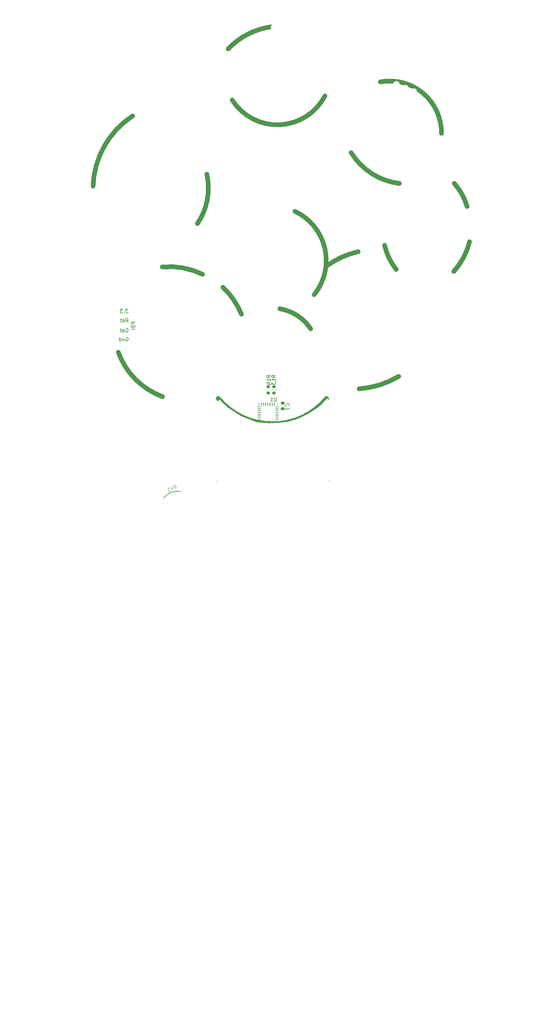
<source format=gbo>
G04 #@! TF.GenerationSoftware,KiCad,Pcbnew,7.0.2*
G04 #@! TF.CreationDate,2023-05-29T12:29:06-07:00*
G04 #@! TF.ProjectId,plumbus-bfb,706c756d-6275-4732-9d62-66622e6b6963,rev?*
G04 #@! TF.SameCoordinates,Original*
G04 #@! TF.FileFunction,Legend,Bot*
G04 #@! TF.FilePolarity,Positive*
%FSLAX46Y46*%
G04 Gerber Fmt 4.6, Leading zero omitted, Abs format (unit mm)*
G04 Created by KiCad (PCBNEW 7.0.2) date 2023-05-29 12:29:06*
%MOMM*%
%LPD*%
G01*
G04 APERTURE LIST*
G04 Aperture macros list*
%AMRoundRect*
0 Rectangle with rounded corners*
0 $1 Rounding radius*
0 $2 $3 $4 $5 $6 $7 $8 $9 X,Y pos of 4 corners*
0 Add a 4 corners polygon primitive as box body*
4,1,4,$2,$3,$4,$5,$6,$7,$8,$9,$2,$3,0*
0 Add four circle primitives for the rounded corners*
1,1,$1+$1,$2,$3*
1,1,$1+$1,$4,$5*
1,1,$1+$1,$6,$7*
1,1,$1+$1,$8,$9*
0 Add four rect primitives between the rounded corners*
20,1,$1+$1,$2,$3,$4,$5,0*
20,1,$1+$1,$4,$5,$6,$7,0*
20,1,$1+$1,$6,$7,$8,$9,0*
20,1,$1+$1,$8,$9,$2,$3,0*%
%AMHorizOval*
0 Thick line with rounded ends*
0 $1 width*
0 $2 $3 position (X,Y) of the first rounded end (center of the circle)*
0 $4 $5 position (X,Y) of the second rounded end (center of the circle)*
0 Add line between two ends*
20,1,$1,$2,$3,$4,$5,0*
0 Add two circle primitives to create the rounded ends*
1,1,$1,$2,$3*
1,1,$1,$4,$5*%
%AMRotRect*
0 Rectangle, with rotation*
0 The origin of the aperture is its center*
0 $1 length*
0 $2 width*
0 $3 Rotation angle, in degrees counterclockwise*
0 Add horizontal line*
21,1,$1,$2,0,0,$3*%
G04 Aperture macros list end*
%ADD10C,0.150000*%
%ADD11C,5.000000*%
%ADD12C,1.500000*%
%ADD13C,1.270000*%
%ADD14C,0.015000*%
%ADD15C,0.120000*%
%ADD16C,0.100000*%
%ADD17C,0.200000*%
%ADD18C,0.127000*%
%ADD19C,0.010000*%
%ADD20O,7.000000X2.000000*%
%ADD21HorizOval,2.000000X2.478612X-0.326315X-2.478612X0.326315X0*%
%ADD22R,1.700000X1.700000*%
%ADD23O,1.700000X1.700000*%
%ADD24C,2.170000*%
%ADD25R,2.170000X2.170000*%
%ADD26RotRect,0.800000X1.000000X247.500000*%
%ADD27RotRect,0.700000X1.500000X337.500000*%
%ADD28C,0.001000*%
%ADD29RotRect,1.700000X1.700000X157.500000*%
%ADD30HorizOval,1.700000X0.000000X0.000000X0.000000X0.000000X0*%
%ADD31RotRect,1.700000X1.700000X67.500000*%
%ADD32HorizOval,1.700000X0.000000X0.000000X0.000000X0.000000X0*%
%ADD33RoundRect,0.225000X0.250000X-0.225000X0.250000X0.225000X-0.250000X0.225000X-0.250000X-0.225000X0*%
%ADD34RoundRect,0.200000X0.275000X-0.200000X0.275000X0.200000X-0.275000X0.200000X-0.275000X-0.200000X0*%
%ADD35RoundRect,0.150000X-0.416086X-0.334707X0.530891X0.057543X0.416086X0.334707X-0.530891X-0.057543X0*%
%ADD36RoundRect,0.225000X-0.225000X-0.250000X0.225000X-0.250000X0.225000X0.250000X-0.225000X0.250000X0*%
%ADD37RoundRect,0.150000X-0.587500X-0.150000X0.587500X-0.150000X0.587500X0.150000X-0.587500X0.150000X0*%
%ADD38RoundRect,0.225000X-0.250000X0.225000X-0.250000X-0.225000X0.250000X-0.225000X0.250000X0.225000X0*%
%ADD39R,1.900000X1.400000*%
%ADD40RoundRect,0.225000X0.017678X-0.335876X0.335876X-0.017678X-0.017678X0.335876X-0.335876X0.017678X0*%
%ADD41RoundRect,0.225000X0.225000X0.250000X-0.225000X0.250000X-0.225000X-0.250000X0.225000X-0.250000X0*%
%ADD42RoundRect,0.150000X0.057543X0.530891X-0.334707X-0.416086X-0.057543X-0.530891X0.334707X0.416086X0*%
%ADD43RoundRect,0.200000X-0.275000X0.200000X-0.275000X-0.200000X0.275000X-0.200000X0.275000X0.200000X0*%
%ADD44RoundRect,0.150000X-0.057543X-0.530891X0.334707X0.416086X0.057543X0.530891X-0.334707X-0.416086X0*%
%ADD45RoundRect,0.225000X-0.303544X-0.144866X0.112202X-0.317074X0.303544X0.144866X-0.112202X0.317074X0*%
%ADD46RoundRect,0.150000X-0.256326X-0.468458X0.468458X0.256326X0.256326X0.468458X-0.468458X-0.256326X0*%
%ADD47RoundRect,0.200000X-0.200000X-0.275000X0.200000X-0.275000X0.200000X0.275000X-0.200000X0.275000X0*%
%ADD48RoundRect,0.150000X0.150000X-0.587500X0.150000X0.587500X-0.150000X0.587500X-0.150000X-0.587500X0*%
%ADD49RoundRect,0.250000X0.787500X1.025000X-0.787500X1.025000X-0.787500X-1.025000X0.787500X-1.025000X0*%
%ADD50RoundRect,0.150000X-0.468458X0.256326X0.256326X-0.468458X0.468458X-0.256326X-0.256326X0.468458X0*%
%ADD51RoundRect,0.150000X0.334707X-0.416086X-0.057543X0.530891X-0.334707X0.416086X0.057543X-0.530891X0*%
%ADD52RoundRect,0.225000X0.112202X0.317074X-0.303544X0.144866X-0.112202X-0.317074X0.303544X-0.144866X0*%
%ADD53RoundRect,0.150000X-0.334707X0.416086X0.057543X-0.530891X0.334707X-0.416086X-0.057543X0.530891X0*%
%ADD54RotRect,1.160000X1.160000X202.500000*%
%ADD55C,1.160000*%
%ADD56RoundRect,0.150000X0.416086X0.334707X-0.530891X-0.057543X-0.416086X-0.334707X0.530891X0.057543X0*%
%ADD57RoundRect,0.225000X-0.112202X-0.317074X0.303544X-0.144866X0.112202X0.317074X-0.303544X0.144866X0*%
%ADD58RoundRect,0.100000X-0.100000X0.637500X-0.100000X-0.637500X0.100000X-0.637500X0.100000X0.637500X0*%
%ADD59RoundRect,0.150000X0.468458X-0.256326X-0.256326X0.468458X-0.468458X0.256326X0.256326X-0.468458X0*%
%ADD60RoundRect,0.150000X-0.150000X0.825000X-0.150000X-0.825000X0.150000X-0.825000X0.150000X0.825000X0*%
%ADD61RoundRect,0.062500X-0.375000X-0.062500X0.375000X-0.062500X0.375000X0.062500X-0.375000X0.062500X0*%
%ADD62RoundRect,0.062500X-0.062500X-0.375000X0.062500X-0.375000X0.062500X0.375000X-0.062500X0.375000X0*%
%ADD63R,3.100000X3.100000*%
%ADD64RoundRect,0.225000X-0.335876X-0.017678X-0.017678X-0.335876X0.335876X0.017678X0.017678X0.335876X0*%
%ADD65RoundRect,0.150000X-0.150000X0.512500X-0.150000X-0.512500X0.150000X-0.512500X0.150000X0.512500X0*%
%ADD66RoundRect,0.225000X-0.144866X0.303544X-0.317074X-0.112202X0.144866X-0.303544X0.317074X0.112202X0*%
%ADD67RoundRect,0.225000X-0.317074X0.112202X-0.144866X-0.303544X0.317074X-0.112202X0.144866X0.303544X0*%
%ADD68RoundRect,0.225000X0.144866X-0.303544X0.317074X0.112202X-0.144866X0.303544X-0.317074X-0.112202X0*%
%ADD69RoundRect,0.150000X-0.512500X-0.150000X0.512500X-0.150000X0.512500X0.150000X-0.512500X0.150000X0*%
%ADD70RoundRect,0.250000X-0.375000X-0.850000X0.375000X-0.850000X0.375000X0.850000X-0.375000X0.850000X0*%
%ADD71RoundRect,0.225000X-0.017678X0.335876X-0.335876X0.017678X0.017678X-0.335876X0.335876X-0.017678X0*%
%ADD72RoundRect,0.225000X0.303544X0.144866X-0.112202X0.317074X-0.303544X-0.144866X0.112202X-0.317074X0*%
%ADD73RoundRect,0.225000X0.317074X-0.112202X0.144866X0.303544X-0.317074X0.112202X-0.144866X-0.303544X0*%
%ADD74RoundRect,0.150000X0.530891X-0.057543X-0.416086X0.334707X-0.530891X0.057543X0.416086X-0.334707X0*%
%ADD75RoundRect,0.150000X-0.530891X0.057543X0.416086X-0.334707X0.530891X-0.057543X-0.416086X0.334707X0*%
%ADD76RoundRect,0.225000X0.335876X0.017678X0.017678X0.335876X-0.335876X-0.017678X-0.017678X-0.335876X0*%
%ADD77RoundRect,0.150000X0.256326X0.468458X-0.468458X-0.256326X-0.256326X-0.468458X0.468458X0.256326X0*%
%ADD78RoundRect,0.250000X-0.412500X-0.925000X0.412500X-0.925000X0.412500X0.925000X-0.412500X0.925000X0*%
%ADD79RoundRect,0.150000X0.512500X0.150000X-0.512500X0.150000X-0.512500X-0.150000X0.512500X-0.150000X0*%
%ADD80RoundRect,0.150000X0.150000X-0.512500X0.150000X0.512500X-0.150000X0.512500X-0.150000X-0.512500X0*%
G04 APERTURE END LIST*
D10*
X278927619Y-327238095D02*
X277927619Y-327238095D01*
X277927619Y-327238095D02*
X277927619Y-327619047D01*
X277927619Y-327619047D02*
X277975238Y-327714285D01*
X277975238Y-327714285D02*
X278022857Y-327761904D01*
X278022857Y-327761904D02*
X278118095Y-327809523D01*
X278118095Y-327809523D02*
X278260952Y-327809523D01*
X278260952Y-327809523D02*
X278356190Y-327761904D01*
X278356190Y-327761904D02*
X278403809Y-327714285D01*
X278403809Y-327714285D02*
X278451428Y-327619047D01*
X278451428Y-327619047D02*
X278451428Y-327238095D01*
X278927619Y-328238095D02*
X277927619Y-328238095D01*
X277927619Y-328238095D02*
X277927619Y-328476190D01*
X277927619Y-328476190D02*
X277975238Y-328619047D01*
X277975238Y-328619047D02*
X278070476Y-328714285D01*
X278070476Y-328714285D02*
X278165714Y-328761904D01*
X278165714Y-328761904D02*
X278356190Y-328809523D01*
X278356190Y-328809523D02*
X278499047Y-328809523D01*
X278499047Y-328809523D02*
X278689523Y-328761904D01*
X278689523Y-328761904D02*
X278784761Y-328714285D01*
X278784761Y-328714285D02*
X278880000Y-328619047D01*
X278880000Y-328619047D02*
X278927619Y-328476190D01*
X278927619Y-328476190D02*
X278927619Y-328238095D01*
X278927619Y-329238095D02*
X277927619Y-329238095D01*
X342133568Y-379599048D02*
X341957591Y-379526155D01*
X341957591Y-379526155D02*
X341851379Y-379533704D01*
X341851379Y-379533704D02*
X341726945Y-379585246D01*
X341726945Y-379585246D02*
X341610058Y-379743000D01*
X341610058Y-379743000D02*
X341482497Y-380050960D01*
X341482497Y-380050960D02*
X341453599Y-380245160D01*
X341453599Y-380245160D02*
X341505142Y-380369595D01*
X341505142Y-380369595D02*
X341574907Y-380450035D01*
X341574907Y-380450035D02*
X341750884Y-380522927D01*
X341750884Y-380522927D02*
X341857096Y-380515379D01*
X341857096Y-380515379D02*
X341981530Y-380463836D01*
X341981530Y-380463836D02*
X342098417Y-380306082D01*
X342098417Y-380306082D02*
X342225978Y-379998122D01*
X342225978Y-379998122D02*
X342254876Y-379803922D01*
X342254876Y-379803922D02*
X342203333Y-379679488D01*
X342203333Y-379679488D02*
X342133568Y-379599048D01*
X341686077Y-379310606D02*
X340402159Y-380170437D01*
X340343068Y-379939790D02*
X340725751Y-379015911D01*
X307440476Y-390077619D02*
X307773809Y-389601428D01*
X308011904Y-390077619D02*
X308011904Y-389077619D01*
X308011904Y-389077619D02*
X307630952Y-389077619D01*
X307630952Y-389077619D02*
X307535714Y-389125238D01*
X307535714Y-389125238D02*
X307488095Y-389172857D01*
X307488095Y-389172857D02*
X307440476Y-389268095D01*
X307440476Y-389268095D02*
X307440476Y-389410952D01*
X307440476Y-389410952D02*
X307488095Y-389506190D01*
X307488095Y-389506190D02*
X307535714Y-389553809D01*
X307535714Y-389553809D02*
X307630952Y-389601428D01*
X307630952Y-389601428D02*
X308011904Y-389601428D01*
X306630952Y-390030000D02*
X306726190Y-390077619D01*
X306726190Y-390077619D02*
X306916666Y-390077619D01*
X306916666Y-390077619D02*
X307011904Y-390030000D01*
X307011904Y-390030000D02*
X307059523Y-389934761D01*
X307059523Y-389934761D02*
X307059523Y-389553809D01*
X307059523Y-389553809D02*
X307011904Y-389458571D01*
X307011904Y-389458571D02*
X306916666Y-389410952D01*
X306916666Y-389410952D02*
X306726190Y-389410952D01*
X306726190Y-389410952D02*
X306630952Y-389458571D01*
X306630952Y-389458571D02*
X306583333Y-389553809D01*
X306583333Y-389553809D02*
X306583333Y-389649047D01*
X306583333Y-389649047D02*
X307059523Y-389744285D01*
X306202380Y-390030000D02*
X306107142Y-390077619D01*
X306107142Y-390077619D02*
X305916666Y-390077619D01*
X305916666Y-390077619D02*
X305821428Y-390030000D01*
X305821428Y-390030000D02*
X305773809Y-389934761D01*
X305773809Y-389934761D02*
X305773809Y-389887142D01*
X305773809Y-389887142D02*
X305821428Y-389791904D01*
X305821428Y-389791904D02*
X305916666Y-389744285D01*
X305916666Y-389744285D02*
X306059523Y-389744285D01*
X306059523Y-389744285D02*
X306154761Y-389696666D01*
X306154761Y-389696666D02*
X306202380Y-389601428D01*
X306202380Y-389601428D02*
X306202380Y-389553809D01*
X306202380Y-389553809D02*
X306154761Y-389458571D01*
X306154761Y-389458571D02*
X306059523Y-389410952D01*
X306059523Y-389410952D02*
X305916666Y-389410952D01*
X305916666Y-389410952D02*
X305821428Y-389458571D01*
X304964285Y-390030000D02*
X305059523Y-390077619D01*
X305059523Y-390077619D02*
X305249999Y-390077619D01*
X305249999Y-390077619D02*
X305345237Y-390030000D01*
X305345237Y-390030000D02*
X305392856Y-389934761D01*
X305392856Y-389934761D02*
X305392856Y-389553809D01*
X305392856Y-389553809D02*
X305345237Y-389458571D01*
X305345237Y-389458571D02*
X305249999Y-389410952D01*
X305249999Y-389410952D02*
X305059523Y-389410952D01*
X305059523Y-389410952D02*
X304964285Y-389458571D01*
X304964285Y-389458571D02*
X304916666Y-389553809D01*
X304916666Y-389553809D02*
X304916666Y-389649047D01*
X304916666Y-389649047D02*
X305392856Y-389744285D01*
X304630951Y-389410952D02*
X304249999Y-389410952D01*
X304488094Y-389077619D02*
X304488094Y-389934761D01*
X304488094Y-389934761D02*
X304440475Y-390030000D01*
X304440475Y-390030000D02*
X304345237Y-390077619D01*
X304345237Y-390077619D02*
X304249999Y-390077619D01*
D11*
X370638877Y-411692639D02*
G75*
G03*
X337251178Y-382244087I-53937701J-27501451D01*
G01*
X262763475Y-466695541D02*
G75*
G03*
X296151174Y-496144092I53937698J27501448D01*
G01*
D12*
X386750000Y-439250000D02*
G75*
G03*
X386750000Y-439250000I-70000000J0D01*
G01*
D13*
X326398810Y-329068590D02*
G75*
G03*
X318089210Y-323674189I-10449944J-6999915D01*
G01*
X297198811Y-314368590D02*
G75*
G03*
X286308294Y-312401806I-8999996J-18699975D01*
G01*
X278298811Y-271668589D02*
G75*
G03*
X267601234Y-290583991I12850003J-19750001D01*
G01*
X339498811Y-345268587D02*
G75*
G03*
X350200000Y-341900000I-1800056J24400186D01*
G01*
X305196615Y-267386446D02*
G75*
G03*
X330248810Y-266268589I12202196J7817859D01*
G01*
X316068520Y-247572343D02*
G75*
G03*
X304098811Y-253568589I2480295J-19896258D01*
G01*
X346363801Y-306558904D02*
G75*
G03*
X349498812Y-313068588I15885114J3640403D01*
G01*
X339246311Y-308266034D02*
G75*
G03*
X330848811Y-312018589I5152404J-22802367D01*
G01*
X368648798Y-296118592D02*
G75*
G03*
X365193870Y-289849216I-15399883J-4399909D01*
G01*
X274418830Y-335386341D02*
G75*
G03*
X286348811Y-347368587I18829960J6817731D01*
G01*
X295798810Y-300718588D02*
G75*
G03*
X298340966Y-287375775I-14099986J9599997D01*
G01*
X365048809Y-313618588D02*
G75*
G03*
X369322698Y-305593474I-13800044J12500027D01*
G01*
X337327457Y-281560805D02*
G75*
G03*
X350348811Y-289868588I15121408J9342294D01*
G01*
X361737035Y-276366395D02*
G75*
G03*
X345203289Y-262475857I-13983710J140584D01*
G01*
X307697302Y-325159294D02*
G75*
G03*
X302698810Y-317868590I-19498383J-8009222D01*
G01*
X301438318Y-347855008D02*
G75*
G03*
X330698811Y-347868589I14635903J12179892D01*
G01*
X327348811Y-319868589D02*
G75*
G03*
X322146430Y-297394950I-11399994J9200001D01*
G01*
D10*
X295742040Y-381260370D02*
X295816763Y-382311810D01*
X295816763Y-382311810D02*
X295126120Y-381515492D01*
X295068861Y-382621602D02*
X295138626Y-382541161D01*
X295138626Y-382541161D02*
X295164398Y-382478944D01*
X295164398Y-382478944D02*
X295171946Y-382372733D01*
X295171946Y-382372733D02*
X295062608Y-382108767D01*
X295062608Y-382108767D02*
X294982167Y-382039002D01*
X294982167Y-382039002D02*
X294919950Y-382013230D01*
X294919950Y-382013230D02*
X294813739Y-382005682D01*
X294813739Y-382005682D02*
X294681756Y-382060351D01*
X294681756Y-382060351D02*
X294611990Y-382140791D01*
X294611990Y-382140791D02*
X294586219Y-382203009D01*
X294586219Y-382203009D02*
X294578671Y-382309220D01*
X294578671Y-382309220D02*
X294688009Y-382573186D01*
X294688009Y-382573186D02*
X294768449Y-382642951D01*
X294768449Y-382642951D02*
X294830667Y-382668723D01*
X294830667Y-382668723D02*
X294936878Y-382676271D01*
X294936878Y-382676271D02*
X295068861Y-382621602D01*
X294232970Y-382967839D02*
X294302735Y-382887399D01*
X294302735Y-382887399D02*
X294310284Y-382781187D01*
X294310284Y-382781187D02*
X293982269Y-381989291D01*
X293229945Y-382661711D02*
X293485067Y-383277631D01*
X293625893Y-382497704D02*
X293826346Y-382981641D01*
X293826346Y-382981641D02*
X293818798Y-383087852D01*
X293818798Y-383087852D02*
X293749032Y-383168293D01*
X293749032Y-383168293D02*
X293617050Y-383222962D01*
X293617050Y-383222962D02*
X293510838Y-383215413D01*
X293510838Y-383215413D02*
X293448621Y-383189642D01*
X293045124Y-383459861D02*
X292790002Y-382843941D01*
X292826448Y-382931930D02*
X292764231Y-382906159D01*
X292764231Y-382906159D02*
X292658019Y-382898610D01*
X292658019Y-382898610D02*
X292526036Y-382953279D01*
X292526036Y-382953279D02*
X292456271Y-383033720D01*
X292456271Y-383033720D02*
X292448723Y-383139931D01*
X292448723Y-383139931D02*
X292649176Y-383623868D01*
X292448723Y-383139931D02*
X292368282Y-383070166D01*
X292368282Y-383070166D02*
X292262071Y-383062618D01*
X292262071Y-383062618D02*
X292130088Y-383117287D01*
X292130088Y-383117287D02*
X292060322Y-383197727D01*
X292060322Y-383197727D02*
X292052774Y-383303938D01*
X292052774Y-383303938D02*
X292253227Y-383787875D01*
X291443108Y-384071895D02*
X291549319Y-384079444D01*
X291549319Y-384079444D02*
X291725297Y-384006551D01*
X291725297Y-384006551D02*
X291795062Y-383926111D01*
X291795062Y-383926111D02*
X291802610Y-383819900D01*
X291802610Y-383819900D02*
X291656826Y-383467946D01*
X291656826Y-383467946D02*
X291576386Y-383398180D01*
X291576386Y-383398180D02*
X291470174Y-383390632D01*
X291470174Y-383390632D02*
X291294197Y-383463524D01*
X291294197Y-383463524D02*
X291224432Y-383543964D01*
X291224432Y-383543964D02*
X291216883Y-383650176D01*
X291216883Y-383650176D02*
X291253330Y-383738164D01*
X291253330Y-383738164D02*
X291729718Y-383643923D01*
X277011904Y-329977619D02*
X277011904Y-328977619D01*
X277011904Y-328977619D02*
X276773809Y-328977619D01*
X276773809Y-328977619D02*
X276630952Y-329025238D01*
X276630952Y-329025238D02*
X276535714Y-329120476D01*
X276535714Y-329120476D02*
X276488095Y-329215714D01*
X276488095Y-329215714D02*
X276440476Y-329406190D01*
X276440476Y-329406190D02*
X276440476Y-329549047D01*
X276440476Y-329549047D02*
X276488095Y-329739523D01*
X276488095Y-329739523D02*
X276535714Y-329834761D01*
X276535714Y-329834761D02*
X276630952Y-329930000D01*
X276630952Y-329930000D02*
X276773809Y-329977619D01*
X276773809Y-329977619D02*
X277011904Y-329977619D01*
X275583333Y-329977619D02*
X275583333Y-329453809D01*
X275583333Y-329453809D02*
X275630952Y-329358571D01*
X275630952Y-329358571D02*
X275726190Y-329310952D01*
X275726190Y-329310952D02*
X275916666Y-329310952D01*
X275916666Y-329310952D02*
X276011904Y-329358571D01*
X275583333Y-329930000D02*
X275678571Y-329977619D01*
X275678571Y-329977619D02*
X275916666Y-329977619D01*
X275916666Y-329977619D02*
X276011904Y-329930000D01*
X276011904Y-329930000D02*
X276059523Y-329834761D01*
X276059523Y-329834761D02*
X276059523Y-329739523D01*
X276059523Y-329739523D02*
X276011904Y-329644285D01*
X276011904Y-329644285D02*
X275916666Y-329596666D01*
X275916666Y-329596666D02*
X275678571Y-329596666D01*
X275678571Y-329596666D02*
X275583333Y-329549047D01*
X275249999Y-329310952D02*
X274869047Y-329310952D01*
X275107142Y-328977619D02*
X275107142Y-329834761D01*
X275107142Y-329834761D02*
X275059523Y-329930000D01*
X275059523Y-329930000D02*
X274964285Y-329977619D01*
X274964285Y-329977619D02*
X274869047Y-329977619D01*
X276440476Y-327277619D02*
X276773809Y-326801428D01*
X277011904Y-327277619D02*
X277011904Y-326277619D01*
X277011904Y-326277619D02*
X276630952Y-326277619D01*
X276630952Y-326277619D02*
X276535714Y-326325238D01*
X276535714Y-326325238D02*
X276488095Y-326372857D01*
X276488095Y-326372857D02*
X276440476Y-326468095D01*
X276440476Y-326468095D02*
X276440476Y-326610952D01*
X276440476Y-326610952D02*
X276488095Y-326706190D01*
X276488095Y-326706190D02*
X276535714Y-326753809D01*
X276535714Y-326753809D02*
X276630952Y-326801428D01*
X276630952Y-326801428D02*
X277011904Y-326801428D01*
X276059523Y-327230000D02*
X275964285Y-327277619D01*
X275964285Y-327277619D02*
X275773809Y-327277619D01*
X275773809Y-327277619D02*
X275678571Y-327230000D01*
X275678571Y-327230000D02*
X275630952Y-327134761D01*
X275630952Y-327134761D02*
X275630952Y-327087142D01*
X275630952Y-327087142D02*
X275678571Y-326991904D01*
X275678571Y-326991904D02*
X275773809Y-326944285D01*
X275773809Y-326944285D02*
X275916666Y-326944285D01*
X275916666Y-326944285D02*
X276011904Y-326896666D01*
X276011904Y-326896666D02*
X276059523Y-326801428D01*
X276059523Y-326801428D02*
X276059523Y-326753809D01*
X276059523Y-326753809D02*
X276011904Y-326658571D01*
X276011904Y-326658571D02*
X275916666Y-326610952D01*
X275916666Y-326610952D02*
X275773809Y-326610952D01*
X275773809Y-326610952D02*
X275678571Y-326658571D01*
X275345237Y-326610952D02*
X274964285Y-326610952D01*
X275202380Y-326277619D02*
X275202380Y-327134761D01*
X275202380Y-327134761D02*
X275154761Y-327230000D01*
X275154761Y-327230000D02*
X275059523Y-327277619D01*
X275059523Y-327277619D02*
X274964285Y-327277619D01*
X276488095Y-331425238D02*
X276583333Y-331377619D01*
X276583333Y-331377619D02*
X276726190Y-331377619D01*
X276726190Y-331377619D02*
X276869047Y-331425238D01*
X276869047Y-331425238D02*
X276964285Y-331520476D01*
X276964285Y-331520476D02*
X277011904Y-331615714D01*
X277011904Y-331615714D02*
X277059523Y-331806190D01*
X277059523Y-331806190D02*
X277059523Y-331949047D01*
X277059523Y-331949047D02*
X277011904Y-332139523D01*
X277011904Y-332139523D02*
X276964285Y-332234761D01*
X276964285Y-332234761D02*
X276869047Y-332330000D01*
X276869047Y-332330000D02*
X276726190Y-332377619D01*
X276726190Y-332377619D02*
X276630952Y-332377619D01*
X276630952Y-332377619D02*
X276488095Y-332330000D01*
X276488095Y-332330000D02*
X276440476Y-332282380D01*
X276440476Y-332282380D02*
X276440476Y-331949047D01*
X276440476Y-331949047D02*
X276630952Y-331949047D01*
X276011904Y-331710952D02*
X276011904Y-332377619D01*
X276011904Y-331806190D02*
X275964285Y-331758571D01*
X275964285Y-331758571D02*
X275869047Y-331710952D01*
X275869047Y-331710952D02*
X275726190Y-331710952D01*
X275726190Y-331710952D02*
X275630952Y-331758571D01*
X275630952Y-331758571D02*
X275583333Y-331853809D01*
X275583333Y-331853809D02*
X275583333Y-332377619D01*
X274678571Y-332377619D02*
X274678571Y-331377619D01*
X274678571Y-332330000D02*
X274773809Y-332377619D01*
X274773809Y-332377619D02*
X274964285Y-332377619D01*
X274964285Y-332377619D02*
X275059523Y-332330000D01*
X275059523Y-332330000D02*
X275107142Y-332282380D01*
X275107142Y-332282380D02*
X275154761Y-332187142D01*
X275154761Y-332187142D02*
X275154761Y-331901428D01*
X275154761Y-331901428D02*
X275107142Y-331806190D01*
X275107142Y-331806190D02*
X275059523Y-331758571D01*
X275059523Y-331758571D02*
X274964285Y-331710952D01*
X274964285Y-331710952D02*
X274773809Y-331710952D01*
X274773809Y-331710952D02*
X274678571Y-331758571D01*
X277057142Y-323777619D02*
X276438095Y-323777619D01*
X276438095Y-323777619D02*
X276771428Y-324158571D01*
X276771428Y-324158571D02*
X276628571Y-324158571D01*
X276628571Y-324158571D02*
X276533333Y-324206190D01*
X276533333Y-324206190D02*
X276485714Y-324253809D01*
X276485714Y-324253809D02*
X276438095Y-324349047D01*
X276438095Y-324349047D02*
X276438095Y-324587142D01*
X276438095Y-324587142D02*
X276485714Y-324682380D01*
X276485714Y-324682380D02*
X276533333Y-324730000D01*
X276533333Y-324730000D02*
X276628571Y-324777619D01*
X276628571Y-324777619D02*
X276914285Y-324777619D01*
X276914285Y-324777619D02*
X277009523Y-324730000D01*
X277009523Y-324730000D02*
X277057142Y-324682380D01*
X276009523Y-324682380D02*
X275961904Y-324730000D01*
X275961904Y-324730000D02*
X276009523Y-324777619D01*
X276009523Y-324777619D02*
X276057142Y-324730000D01*
X276057142Y-324730000D02*
X276009523Y-324682380D01*
X276009523Y-324682380D02*
X276009523Y-324777619D01*
X275628571Y-323777619D02*
X275009524Y-323777619D01*
X275009524Y-323777619D02*
X275342857Y-324158571D01*
X275342857Y-324158571D02*
X275200000Y-324158571D01*
X275200000Y-324158571D02*
X275104762Y-324206190D01*
X275104762Y-324206190D02*
X275057143Y-324253809D01*
X275057143Y-324253809D02*
X275009524Y-324349047D01*
X275009524Y-324349047D02*
X275009524Y-324587142D01*
X275009524Y-324587142D02*
X275057143Y-324682380D01*
X275057143Y-324682380D02*
X275104762Y-324730000D01*
X275104762Y-324730000D02*
X275200000Y-324777619D01*
X275200000Y-324777619D02*
X275485714Y-324777619D01*
X275485714Y-324777619D02*
X275580952Y-324730000D01*
X275580952Y-324730000D02*
X275628571Y-324682380D01*
X317585714Y-415398809D02*
X317442857Y-415446428D01*
X317442857Y-415446428D02*
X317395238Y-415494047D01*
X317395238Y-415494047D02*
X317347619Y-415589285D01*
X317347619Y-415589285D02*
X317347619Y-415732142D01*
X317347619Y-415732142D02*
X317395238Y-415827380D01*
X317395238Y-415827380D02*
X317442857Y-415875000D01*
X317442857Y-415875000D02*
X317538095Y-415922619D01*
X317538095Y-415922619D02*
X317919047Y-415922619D01*
X317919047Y-415922619D02*
X317919047Y-414922619D01*
X317919047Y-414922619D02*
X317585714Y-414922619D01*
X317585714Y-414922619D02*
X317490476Y-414970238D01*
X317490476Y-414970238D02*
X317442857Y-415017857D01*
X317442857Y-415017857D02*
X317395238Y-415113095D01*
X317395238Y-415113095D02*
X317395238Y-415208333D01*
X317395238Y-415208333D02*
X317442857Y-415303571D01*
X317442857Y-415303571D02*
X317490476Y-415351190D01*
X317490476Y-415351190D02*
X317585714Y-415398809D01*
X317585714Y-415398809D02*
X317919047Y-415398809D01*
X317061904Y-414922619D02*
X316490476Y-414922619D01*
X316776190Y-415922619D02*
X316776190Y-414922619D01*
X315633333Y-415922619D02*
X316204761Y-415922619D01*
X315919047Y-415922619D02*
X315919047Y-414922619D01*
X315919047Y-414922619D02*
X316014285Y-415065476D01*
X316014285Y-415065476D02*
X316109523Y-415160714D01*
X316109523Y-415160714D02*
X316204761Y-415208333D01*
X347871428Y-439282500D02*
X346728571Y-439282500D01*
X347871428Y-425692500D02*
X346728571Y-425692500D01*
X347299999Y-426263928D02*
X347299999Y-425121071D01*
X328166428Y-425692500D02*
X327023571Y-425692500D01*
X327594999Y-426263928D02*
X327594999Y-425121071D01*
X306576428Y-425692500D02*
X305433571Y-425692500D01*
X328166428Y-439282500D02*
X327023571Y-439282500D01*
X306576428Y-439282500D02*
X305433571Y-439282500D01*
X306004999Y-439853928D02*
X306004999Y-438711071D01*
X330237619Y-383506076D02*
X330237619Y-384024171D01*
X330237619Y-384024171D02*
X330207142Y-384085123D01*
X330207142Y-384085123D02*
X330176666Y-384115600D01*
X330176666Y-384115600D02*
X330115714Y-384146076D01*
X330115714Y-384146076D02*
X329993809Y-384146076D01*
X329993809Y-384146076D02*
X329932857Y-384115600D01*
X329932857Y-384115600D02*
X329902380Y-384085123D01*
X329902380Y-384085123D02*
X329871904Y-384024171D01*
X329871904Y-384024171D02*
X329871904Y-383506076D01*
X329292857Y-383719409D02*
X329292857Y-384146076D01*
X329445238Y-383475600D02*
X329597619Y-383932742D01*
X329597619Y-383932742D02*
X329201428Y-383932742D01*
X314616666Y-396617380D02*
X314664285Y-396665000D01*
X314664285Y-396665000D02*
X314807142Y-396712619D01*
X314807142Y-396712619D02*
X314902380Y-396712619D01*
X314902380Y-396712619D02*
X315045237Y-396665000D01*
X315045237Y-396665000D02*
X315140475Y-396569761D01*
X315140475Y-396569761D02*
X315188094Y-396474523D01*
X315188094Y-396474523D02*
X315235713Y-396284047D01*
X315235713Y-396284047D02*
X315235713Y-396141190D01*
X315235713Y-396141190D02*
X315188094Y-395950714D01*
X315188094Y-395950714D02*
X315140475Y-395855476D01*
X315140475Y-395855476D02*
X315045237Y-395760238D01*
X315045237Y-395760238D02*
X314902380Y-395712619D01*
X314902380Y-395712619D02*
X314807142Y-395712619D01*
X314807142Y-395712619D02*
X314664285Y-395760238D01*
X314664285Y-395760238D02*
X314616666Y-395807857D01*
X314045237Y-396141190D02*
X314140475Y-396093571D01*
X314140475Y-396093571D02*
X314188094Y-396045952D01*
X314188094Y-396045952D02*
X314235713Y-395950714D01*
X314235713Y-395950714D02*
X314235713Y-395903095D01*
X314235713Y-395903095D02*
X314188094Y-395807857D01*
X314188094Y-395807857D02*
X314140475Y-395760238D01*
X314140475Y-395760238D02*
X314045237Y-395712619D01*
X314045237Y-395712619D02*
X313854761Y-395712619D01*
X313854761Y-395712619D02*
X313759523Y-395760238D01*
X313759523Y-395760238D02*
X313711904Y-395807857D01*
X313711904Y-395807857D02*
X313664285Y-395903095D01*
X313664285Y-395903095D02*
X313664285Y-395950714D01*
X313664285Y-395950714D02*
X313711904Y-396045952D01*
X313711904Y-396045952D02*
X313759523Y-396093571D01*
X313759523Y-396093571D02*
X313854761Y-396141190D01*
X313854761Y-396141190D02*
X314045237Y-396141190D01*
X314045237Y-396141190D02*
X314140475Y-396188809D01*
X314140475Y-396188809D02*
X314188094Y-396236428D01*
X314188094Y-396236428D02*
X314235713Y-396331666D01*
X314235713Y-396331666D02*
X314235713Y-396522142D01*
X314235713Y-396522142D02*
X314188094Y-396617380D01*
X314188094Y-396617380D02*
X314140475Y-396665000D01*
X314140475Y-396665000D02*
X314045237Y-396712619D01*
X314045237Y-396712619D02*
X313854761Y-396712619D01*
X313854761Y-396712619D02*
X313759523Y-396665000D01*
X313759523Y-396665000D02*
X313711904Y-396617380D01*
X313711904Y-396617380D02*
X313664285Y-396522142D01*
X313664285Y-396522142D02*
X313664285Y-396331666D01*
X313664285Y-396331666D02*
X313711904Y-396236428D01*
X313711904Y-396236428D02*
X313759523Y-396188809D01*
X313759523Y-396188809D02*
X313854761Y-396141190D01*
X311562619Y-365633333D02*
X311086428Y-365300000D01*
X311562619Y-365061905D02*
X310562619Y-365061905D01*
X310562619Y-365061905D02*
X310562619Y-365442857D01*
X310562619Y-365442857D02*
X310610238Y-365538095D01*
X310610238Y-365538095D02*
X310657857Y-365585714D01*
X310657857Y-365585714D02*
X310753095Y-365633333D01*
X310753095Y-365633333D02*
X310895952Y-365633333D01*
X310895952Y-365633333D02*
X310991190Y-365585714D01*
X310991190Y-365585714D02*
X311038809Y-365538095D01*
X311038809Y-365538095D02*
X311086428Y-365442857D01*
X311086428Y-365442857D02*
X311086428Y-365061905D01*
X311562619Y-366109524D02*
X311562619Y-366300000D01*
X311562619Y-366300000D02*
X311515000Y-366395238D01*
X311515000Y-366395238D02*
X311467380Y-366442857D01*
X311467380Y-366442857D02*
X311324523Y-366538095D01*
X311324523Y-366538095D02*
X311134047Y-366585714D01*
X311134047Y-366585714D02*
X310753095Y-366585714D01*
X310753095Y-366585714D02*
X310657857Y-366538095D01*
X310657857Y-366538095D02*
X310610238Y-366490476D01*
X310610238Y-366490476D02*
X310562619Y-366395238D01*
X310562619Y-366395238D02*
X310562619Y-366204762D01*
X310562619Y-366204762D02*
X310610238Y-366109524D01*
X310610238Y-366109524D02*
X310657857Y-366061905D01*
X310657857Y-366061905D02*
X310753095Y-366014286D01*
X310753095Y-366014286D02*
X310991190Y-366014286D01*
X310991190Y-366014286D02*
X311086428Y-366061905D01*
X311086428Y-366061905D02*
X311134047Y-366109524D01*
X311134047Y-366109524D02*
X311181666Y-366204762D01*
X311181666Y-366204762D02*
X311181666Y-366395238D01*
X311181666Y-366395238D02*
X311134047Y-366490476D01*
X311134047Y-366490476D02*
X311086428Y-366538095D01*
X311086428Y-366538095D02*
X310991190Y-366585714D01*
X332711799Y-478247444D02*
X331963897Y-478557235D01*
X331963897Y-478557235D02*
X331857685Y-478549687D01*
X331857685Y-478549687D02*
X331795468Y-478523916D01*
X331795468Y-478523916D02*
X331715028Y-478454151D01*
X331715028Y-478454151D02*
X331642135Y-478278173D01*
X331642135Y-478278173D02*
X331649684Y-478171962D01*
X331649684Y-478171962D02*
X331675455Y-478109745D01*
X331675455Y-478109745D02*
X331745220Y-478029304D01*
X331745220Y-478029304D02*
X332493123Y-477719513D01*
X331186560Y-477178317D02*
X331405236Y-477706248D01*
X331295898Y-477442282D02*
X332219778Y-477059599D01*
X332219778Y-477059599D02*
X332124241Y-477202257D01*
X332124241Y-477202257D02*
X332072698Y-477326691D01*
X332072698Y-477326691D02*
X332065150Y-477432903D01*
X331876667Y-476480125D02*
X331902438Y-476417908D01*
X331902438Y-476417908D02*
X331909986Y-476311697D01*
X331909986Y-476311697D02*
X331818871Y-476091725D01*
X331818871Y-476091725D02*
X331738431Y-476021960D01*
X331738431Y-476021960D02*
X331676214Y-475996188D01*
X331676214Y-475996188D02*
X331570002Y-475988640D01*
X331570002Y-475988640D02*
X331482013Y-476025086D01*
X331482013Y-476025086D02*
X331368254Y-476123750D01*
X331368254Y-476123750D02*
X331058999Y-476870357D01*
X331058999Y-476870357D02*
X330822099Y-476298432D01*
X319842857Y-361567380D02*
X319890476Y-361615000D01*
X319890476Y-361615000D02*
X320033333Y-361662619D01*
X320033333Y-361662619D02*
X320128571Y-361662619D01*
X320128571Y-361662619D02*
X320271428Y-361615000D01*
X320271428Y-361615000D02*
X320366666Y-361519761D01*
X320366666Y-361519761D02*
X320414285Y-361424523D01*
X320414285Y-361424523D02*
X320461904Y-361234047D01*
X320461904Y-361234047D02*
X320461904Y-361091190D01*
X320461904Y-361091190D02*
X320414285Y-360900714D01*
X320414285Y-360900714D02*
X320366666Y-360805476D01*
X320366666Y-360805476D02*
X320271428Y-360710238D01*
X320271428Y-360710238D02*
X320128571Y-360662619D01*
X320128571Y-360662619D02*
X320033333Y-360662619D01*
X320033333Y-360662619D02*
X319890476Y-360710238D01*
X319890476Y-360710238D02*
X319842857Y-360757857D01*
X318890476Y-361662619D02*
X319461904Y-361662619D01*
X319176190Y-361662619D02*
X319176190Y-360662619D01*
X319176190Y-360662619D02*
X319271428Y-360805476D01*
X319271428Y-360805476D02*
X319366666Y-360900714D01*
X319366666Y-360900714D02*
X319461904Y-360948333D01*
X318509523Y-360757857D02*
X318461904Y-360710238D01*
X318461904Y-360710238D02*
X318366666Y-360662619D01*
X318366666Y-360662619D02*
X318128571Y-360662619D01*
X318128571Y-360662619D02*
X318033333Y-360710238D01*
X318033333Y-360710238D02*
X317985714Y-360757857D01*
X317985714Y-360757857D02*
X317938095Y-360853095D01*
X317938095Y-360853095D02*
X317938095Y-360948333D01*
X317938095Y-360948333D02*
X317985714Y-361091190D01*
X317985714Y-361091190D02*
X318557142Y-361662619D01*
X318557142Y-361662619D02*
X317938095Y-361662619D01*
X314662619Y-365633333D02*
X314186428Y-365300000D01*
X314662619Y-365061905D02*
X313662619Y-365061905D01*
X313662619Y-365061905D02*
X313662619Y-365442857D01*
X313662619Y-365442857D02*
X313710238Y-365538095D01*
X313710238Y-365538095D02*
X313757857Y-365585714D01*
X313757857Y-365585714D02*
X313853095Y-365633333D01*
X313853095Y-365633333D02*
X313995952Y-365633333D01*
X313995952Y-365633333D02*
X314091190Y-365585714D01*
X314091190Y-365585714D02*
X314138809Y-365538095D01*
X314138809Y-365538095D02*
X314186428Y-365442857D01*
X314186428Y-365442857D02*
X314186428Y-365061905D01*
X314091190Y-366204762D02*
X314043571Y-366109524D01*
X314043571Y-366109524D02*
X313995952Y-366061905D01*
X313995952Y-366061905D02*
X313900714Y-366014286D01*
X313900714Y-366014286D02*
X313853095Y-366014286D01*
X313853095Y-366014286D02*
X313757857Y-366061905D01*
X313757857Y-366061905D02*
X313710238Y-366109524D01*
X313710238Y-366109524D02*
X313662619Y-366204762D01*
X313662619Y-366204762D02*
X313662619Y-366395238D01*
X313662619Y-366395238D02*
X313710238Y-366490476D01*
X313710238Y-366490476D02*
X313757857Y-366538095D01*
X313757857Y-366538095D02*
X313853095Y-366585714D01*
X313853095Y-366585714D02*
X313900714Y-366585714D01*
X313900714Y-366585714D02*
X313995952Y-366538095D01*
X313995952Y-366538095D02*
X314043571Y-366490476D01*
X314043571Y-366490476D02*
X314091190Y-366395238D01*
X314091190Y-366395238D02*
X314091190Y-366204762D01*
X314091190Y-366204762D02*
X314138809Y-366109524D01*
X314138809Y-366109524D02*
X314186428Y-366061905D01*
X314186428Y-366061905D02*
X314281666Y-366014286D01*
X314281666Y-366014286D02*
X314472142Y-366014286D01*
X314472142Y-366014286D02*
X314567380Y-366061905D01*
X314567380Y-366061905D02*
X314615000Y-366109524D01*
X314615000Y-366109524D02*
X314662619Y-366204762D01*
X314662619Y-366204762D02*
X314662619Y-366395238D01*
X314662619Y-366395238D02*
X314615000Y-366490476D01*
X314615000Y-366490476D02*
X314567380Y-366538095D01*
X314567380Y-366538095D02*
X314472142Y-366585714D01*
X314472142Y-366585714D02*
X314281666Y-366585714D01*
X314281666Y-366585714D02*
X314186428Y-366538095D01*
X314186428Y-366538095D02*
X314138809Y-366490476D01*
X314138809Y-366490476D02*
X314091190Y-366395238D01*
X314557857Y-356104761D02*
X314510238Y-356009523D01*
X314510238Y-356009523D02*
X314415000Y-355914285D01*
X314415000Y-355914285D02*
X314272142Y-355771428D01*
X314272142Y-355771428D02*
X314224523Y-355676190D01*
X314224523Y-355676190D02*
X314224523Y-355580952D01*
X314462619Y-355628571D02*
X314415000Y-355533333D01*
X314415000Y-355533333D02*
X314319761Y-355438095D01*
X314319761Y-355438095D02*
X314129285Y-355390476D01*
X314129285Y-355390476D02*
X313795952Y-355390476D01*
X313795952Y-355390476D02*
X313605476Y-355438095D01*
X313605476Y-355438095D02*
X313510238Y-355533333D01*
X313510238Y-355533333D02*
X313462619Y-355628571D01*
X313462619Y-355628571D02*
X313462619Y-355819047D01*
X313462619Y-355819047D02*
X313510238Y-355914285D01*
X313510238Y-355914285D02*
X313605476Y-356009523D01*
X313605476Y-356009523D02*
X313795952Y-356057142D01*
X313795952Y-356057142D02*
X314129285Y-356057142D01*
X314129285Y-356057142D02*
X314319761Y-356009523D01*
X314319761Y-356009523D02*
X314415000Y-355914285D01*
X314415000Y-355914285D02*
X314462619Y-355819047D01*
X314462619Y-355819047D02*
X314462619Y-355628571D01*
X313557857Y-356438095D02*
X313510238Y-356485714D01*
X313510238Y-356485714D02*
X313462619Y-356580952D01*
X313462619Y-356580952D02*
X313462619Y-356819047D01*
X313462619Y-356819047D02*
X313510238Y-356914285D01*
X313510238Y-356914285D02*
X313557857Y-356961904D01*
X313557857Y-356961904D02*
X313653095Y-357009523D01*
X313653095Y-357009523D02*
X313748333Y-357009523D01*
X313748333Y-357009523D02*
X313891190Y-356961904D01*
X313891190Y-356961904D02*
X314462619Y-356390476D01*
X314462619Y-356390476D02*
X314462619Y-357009523D01*
X265917696Y-431087142D02*
X265965316Y-431039523D01*
X265965316Y-431039523D02*
X266012935Y-430896666D01*
X266012935Y-430896666D02*
X266012935Y-430801428D01*
X266012935Y-430801428D02*
X265965316Y-430658571D01*
X265965316Y-430658571D02*
X265870077Y-430563333D01*
X265870077Y-430563333D02*
X265774839Y-430515714D01*
X265774839Y-430515714D02*
X265584363Y-430468095D01*
X265584363Y-430468095D02*
X265441506Y-430468095D01*
X265441506Y-430468095D02*
X265251030Y-430515714D01*
X265251030Y-430515714D02*
X265155792Y-430563333D01*
X265155792Y-430563333D02*
X265060554Y-430658571D01*
X265060554Y-430658571D02*
X265012935Y-430801428D01*
X265012935Y-430801428D02*
X265012935Y-430896666D01*
X265012935Y-430896666D02*
X265060554Y-431039523D01*
X265060554Y-431039523D02*
X265108173Y-431087142D01*
X265108173Y-431468095D02*
X265060554Y-431515714D01*
X265060554Y-431515714D02*
X265012935Y-431610952D01*
X265012935Y-431610952D02*
X265012935Y-431849047D01*
X265012935Y-431849047D02*
X265060554Y-431944285D01*
X265060554Y-431944285D02*
X265108173Y-431991904D01*
X265108173Y-431991904D02*
X265203411Y-432039523D01*
X265203411Y-432039523D02*
X265298649Y-432039523D01*
X265298649Y-432039523D02*
X265441506Y-431991904D01*
X265441506Y-431991904D02*
X266012935Y-431420476D01*
X266012935Y-431420476D02*
X266012935Y-432039523D01*
X265012935Y-432372857D02*
X265012935Y-433039523D01*
X265012935Y-433039523D02*
X266012935Y-432610952D01*
X353092967Y-468789931D02*
X353160310Y-468789931D01*
X353160310Y-468789931D02*
X353294997Y-468722588D01*
X353294997Y-468722588D02*
X353362341Y-468655244D01*
X353362341Y-468655244D02*
X353429684Y-468520557D01*
X353429684Y-468520557D02*
X353429684Y-468385870D01*
X353429684Y-468385870D02*
X353396013Y-468284855D01*
X353396013Y-468284855D02*
X353294997Y-468116496D01*
X353294997Y-468116496D02*
X353193982Y-468015481D01*
X353193982Y-468015481D02*
X353025623Y-467914466D01*
X353025623Y-467914466D02*
X352924608Y-467880794D01*
X352924608Y-467880794D02*
X352789921Y-467880794D01*
X352789921Y-467880794D02*
X352655234Y-467948138D01*
X352655234Y-467948138D02*
X352587890Y-468015481D01*
X352587890Y-468015481D02*
X352520547Y-468150168D01*
X352520547Y-468150168D02*
X352520547Y-468217512D01*
X352251173Y-468486886D02*
X352183829Y-468486886D01*
X352183829Y-468486886D02*
X352082814Y-468520557D01*
X352082814Y-468520557D02*
X351914455Y-468688916D01*
X351914455Y-468688916D02*
X351880784Y-468789931D01*
X351880784Y-468789931D02*
X351880784Y-468857275D01*
X351880784Y-468857275D02*
X351914455Y-468958290D01*
X351914455Y-468958290D02*
X351981799Y-469025634D01*
X351981799Y-469025634D02*
X352116486Y-469092977D01*
X352116486Y-469092977D02*
X352924608Y-469092977D01*
X352924608Y-469092977D02*
X352486875Y-469530710D01*
X351813440Y-470204145D02*
X352217501Y-469800084D01*
X352015471Y-470002114D02*
X351308364Y-469295008D01*
X351308364Y-469295008D02*
X351476723Y-469328679D01*
X351476723Y-469328679D02*
X351611410Y-469328679D01*
X351611410Y-469328679D02*
X351712425Y-469295008D01*
X317912857Y-381417696D02*
X317960476Y-381465316D01*
X317960476Y-381465316D02*
X318103333Y-381512935D01*
X318103333Y-381512935D02*
X318198571Y-381512935D01*
X318198571Y-381512935D02*
X318341428Y-381465316D01*
X318341428Y-381465316D02*
X318436666Y-381370077D01*
X318436666Y-381370077D02*
X318484285Y-381274839D01*
X318484285Y-381274839D02*
X318531904Y-381084363D01*
X318531904Y-381084363D02*
X318531904Y-380941506D01*
X318531904Y-380941506D02*
X318484285Y-380751030D01*
X318484285Y-380751030D02*
X318436666Y-380655792D01*
X318436666Y-380655792D02*
X318341428Y-380560554D01*
X318341428Y-380560554D02*
X318198571Y-380512935D01*
X318198571Y-380512935D02*
X318103333Y-380512935D01*
X318103333Y-380512935D02*
X317960476Y-380560554D01*
X317960476Y-380560554D02*
X317912857Y-380608173D01*
X316960476Y-381512935D02*
X317531904Y-381512935D01*
X317246190Y-381512935D02*
X317246190Y-380512935D01*
X317246190Y-380512935D02*
X317341428Y-380655792D01*
X317341428Y-380655792D02*
X317436666Y-380751030D01*
X317436666Y-380751030D02*
X317531904Y-380798649D01*
X316055714Y-380512935D02*
X316531904Y-380512935D01*
X316531904Y-380512935D02*
X316579523Y-380989125D01*
X316579523Y-380989125D02*
X316531904Y-380941506D01*
X316531904Y-380941506D02*
X316436666Y-380893887D01*
X316436666Y-380893887D02*
X316198571Y-380893887D01*
X316198571Y-380893887D02*
X316103333Y-380941506D01*
X316103333Y-380941506D02*
X316055714Y-380989125D01*
X316055714Y-380989125D02*
X316008095Y-381084363D01*
X316008095Y-381084363D02*
X316008095Y-381322458D01*
X316008095Y-381322458D02*
X316055714Y-381417696D01*
X316055714Y-381417696D02*
X316103333Y-381465316D01*
X316103333Y-381465316D02*
X316198571Y-381512935D01*
X316198571Y-381512935D02*
X316436666Y-381512935D01*
X316436666Y-381512935D02*
X316531904Y-381465316D01*
X316531904Y-381465316D02*
X316579523Y-381417696D01*
X275795610Y-411587095D02*
X275485818Y-412334997D01*
X275485818Y-412334997D02*
X275405378Y-412404763D01*
X275405378Y-412404763D02*
X275343161Y-412430534D01*
X275343161Y-412430534D02*
X275236949Y-412438082D01*
X275236949Y-412438082D02*
X275060972Y-412365190D01*
X275060972Y-412365190D02*
X274991207Y-412284750D01*
X274991207Y-412284750D02*
X274965435Y-412222532D01*
X274965435Y-412222532D02*
X274957887Y-412116321D01*
X274957887Y-412116321D02*
X275267679Y-411368418D01*
X273961116Y-411909614D02*
X274489047Y-412128291D01*
X274225081Y-412018953D02*
X274607765Y-411095073D01*
X274607765Y-411095073D02*
X274641084Y-411263502D01*
X274641084Y-411263502D02*
X274692627Y-411387936D01*
X274692627Y-411387936D02*
X274762392Y-411468377D01*
X273651861Y-411163007D02*
X273758072Y-411155459D01*
X273758072Y-411155459D02*
X273820289Y-411129688D01*
X273820289Y-411129688D02*
X273900730Y-411059922D01*
X273900730Y-411059922D02*
X273918953Y-411015928D01*
X273918953Y-411015928D02*
X273911405Y-410909716D01*
X273911405Y-410909716D02*
X273885633Y-410847499D01*
X273885633Y-410847499D02*
X273815868Y-410767059D01*
X273815868Y-410767059D02*
X273639891Y-410694167D01*
X273639891Y-410694167D02*
X273533679Y-410701715D01*
X273533679Y-410701715D02*
X273471462Y-410727486D01*
X273471462Y-410727486D02*
X273391022Y-410797252D01*
X273391022Y-410797252D02*
X273372799Y-410841246D01*
X273372799Y-410841246D02*
X273380347Y-410947457D01*
X273380347Y-410947457D02*
X273406118Y-411009675D01*
X273406118Y-411009675D02*
X273475884Y-411090115D01*
X273475884Y-411090115D02*
X273651861Y-411163007D01*
X273651861Y-411163007D02*
X273721626Y-411243447D01*
X273721626Y-411243447D02*
X273747397Y-411305665D01*
X273747397Y-411305665D02*
X273754946Y-411411876D01*
X273754946Y-411411876D02*
X273682054Y-411587853D01*
X273682054Y-411587853D02*
X273601613Y-411657619D01*
X273601613Y-411657619D02*
X273539396Y-411683390D01*
X273539396Y-411683390D02*
X273433184Y-411690938D01*
X273433184Y-411690938D02*
X273257207Y-411618046D01*
X273257207Y-411618046D02*
X273187442Y-411537606D01*
X273187442Y-411537606D02*
X273161671Y-411475389D01*
X273161671Y-411475389D02*
X273154122Y-411369177D01*
X273154122Y-411369177D02*
X273227014Y-411193200D01*
X273227014Y-411193200D02*
X273307455Y-411123434D01*
X273307455Y-411123434D02*
X273369672Y-411097663D01*
X273369672Y-411097663D02*
X273475884Y-411090115D01*
X315502619Y-342207142D02*
X315026428Y-341873809D01*
X315502619Y-341635714D02*
X314502619Y-341635714D01*
X314502619Y-341635714D02*
X314502619Y-342016666D01*
X314502619Y-342016666D02*
X314550238Y-342111904D01*
X314550238Y-342111904D02*
X314597857Y-342159523D01*
X314597857Y-342159523D02*
X314693095Y-342207142D01*
X314693095Y-342207142D02*
X314835952Y-342207142D01*
X314835952Y-342207142D02*
X314931190Y-342159523D01*
X314931190Y-342159523D02*
X314978809Y-342111904D01*
X314978809Y-342111904D02*
X315026428Y-342016666D01*
X315026428Y-342016666D02*
X315026428Y-341635714D01*
X315502619Y-343159523D02*
X315502619Y-342588095D01*
X315502619Y-342873809D02*
X314502619Y-342873809D01*
X314502619Y-342873809D02*
X314645476Y-342778571D01*
X314645476Y-342778571D02*
X314740714Y-342683333D01*
X314740714Y-342683333D02*
X314788333Y-342588095D01*
X314835952Y-344016666D02*
X315502619Y-344016666D01*
X314455000Y-343778571D02*
X315169285Y-343540476D01*
X315169285Y-343540476D02*
X315169285Y-344159523D01*
X295566666Y-391217380D02*
X295614285Y-391265000D01*
X295614285Y-391265000D02*
X295757142Y-391312619D01*
X295757142Y-391312619D02*
X295852380Y-391312619D01*
X295852380Y-391312619D02*
X295995237Y-391265000D01*
X295995237Y-391265000D02*
X296090475Y-391169761D01*
X296090475Y-391169761D02*
X296138094Y-391074523D01*
X296138094Y-391074523D02*
X296185713Y-390884047D01*
X296185713Y-390884047D02*
X296185713Y-390741190D01*
X296185713Y-390741190D02*
X296138094Y-390550714D01*
X296138094Y-390550714D02*
X296090475Y-390455476D01*
X296090475Y-390455476D02*
X295995237Y-390360238D01*
X295995237Y-390360238D02*
X295852380Y-390312619D01*
X295852380Y-390312619D02*
X295757142Y-390312619D01*
X295757142Y-390312619D02*
X295614285Y-390360238D01*
X295614285Y-390360238D02*
X295566666Y-390407857D01*
X295233332Y-390312619D02*
X294614285Y-390312619D01*
X294614285Y-390312619D02*
X294947618Y-390693571D01*
X294947618Y-390693571D02*
X294804761Y-390693571D01*
X294804761Y-390693571D02*
X294709523Y-390741190D01*
X294709523Y-390741190D02*
X294661904Y-390788809D01*
X294661904Y-390788809D02*
X294614285Y-390884047D01*
X294614285Y-390884047D02*
X294614285Y-391122142D01*
X294614285Y-391122142D02*
X294661904Y-391217380D01*
X294661904Y-391217380D02*
X294709523Y-391265000D01*
X294709523Y-391265000D02*
X294804761Y-391312619D01*
X294804761Y-391312619D02*
X295090475Y-391312619D01*
X295090475Y-391312619D02*
X295185713Y-391265000D01*
X295185713Y-391265000D02*
X295233332Y-391217380D01*
X360527440Y-453148738D02*
X360217648Y-453896640D01*
X360217648Y-453896640D02*
X360137208Y-453966406D01*
X360137208Y-453966406D02*
X360074991Y-453992177D01*
X360074991Y-453992177D02*
X359968779Y-453999725D01*
X359968779Y-453999725D02*
X359792802Y-453926833D01*
X359792802Y-453926833D02*
X359723037Y-453846393D01*
X359723037Y-453846393D02*
X359697265Y-453784175D01*
X359697265Y-453784175D02*
X359689717Y-453677964D01*
X359689717Y-453677964D02*
X359999509Y-452930061D01*
X358692946Y-453471257D02*
X359220877Y-453689934D01*
X358956911Y-453580596D02*
X359339595Y-452656716D01*
X359339595Y-452656716D02*
X359372914Y-452825145D01*
X359372914Y-452825145D02*
X359424457Y-452949579D01*
X359424457Y-452949579D02*
X359494222Y-453030020D01*
X358503704Y-452310479D02*
X358415715Y-452274033D01*
X358415715Y-452274033D02*
X358309504Y-452281581D01*
X358309504Y-452281581D02*
X358247286Y-452307352D01*
X358247286Y-452307352D02*
X358166846Y-452377118D01*
X358166846Y-452377118D02*
X358049960Y-452534872D01*
X358049960Y-452534872D02*
X357958844Y-452754843D01*
X357958844Y-452754843D02*
X357929947Y-452949043D01*
X357929947Y-452949043D02*
X357937495Y-453055255D01*
X357937495Y-453055255D02*
X357963266Y-453117472D01*
X357963266Y-453117472D02*
X358033032Y-453197912D01*
X358033032Y-453197912D02*
X358121020Y-453234358D01*
X358121020Y-453234358D02*
X358227232Y-453226810D01*
X358227232Y-453226810D02*
X358289449Y-453201039D01*
X358289449Y-453201039D02*
X358369889Y-453131273D01*
X358369889Y-453131273D02*
X358486776Y-452973519D01*
X358486776Y-452973519D02*
X358577891Y-452753548D01*
X358577891Y-452753548D02*
X358606789Y-452559348D01*
X358606789Y-452559348D02*
X358599240Y-452453136D01*
X358599240Y-452453136D02*
X358573469Y-452390919D01*
X358573469Y-452390919D02*
X358503704Y-452310479D01*
X316312619Y-365633333D02*
X315836428Y-365300000D01*
X316312619Y-365061905D02*
X315312619Y-365061905D01*
X315312619Y-365061905D02*
X315312619Y-365442857D01*
X315312619Y-365442857D02*
X315360238Y-365538095D01*
X315360238Y-365538095D02*
X315407857Y-365585714D01*
X315407857Y-365585714D02*
X315503095Y-365633333D01*
X315503095Y-365633333D02*
X315645952Y-365633333D01*
X315645952Y-365633333D02*
X315741190Y-365585714D01*
X315741190Y-365585714D02*
X315788809Y-365538095D01*
X315788809Y-365538095D02*
X315836428Y-365442857D01*
X315836428Y-365442857D02*
X315836428Y-365061905D01*
X315312619Y-365966667D02*
X315312619Y-366633333D01*
X315312619Y-366633333D02*
X316312619Y-366204762D01*
X297015242Y-479916329D02*
X297041014Y-479978546D01*
X297041014Y-479978546D02*
X297154774Y-480077210D01*
X297154774Y-480077210D02*
X297242762Y-480113656D01*
X297242762Y-480113656D02*
X297392968Y-480124330D01*
X297392968Y-480124330D02*
X297517402Y-480072788D01*
X297517402Y-480072788D02*
X297597843Y-480003022D01*
X297597843Y-480003022D02*
X297714729Y-479845268D01*
X297714729Y-479845268D02*
X297769398Y-479713286D01*
X297769398Y-479713286D02*
X297798296Y-479519086D01*
X297798296Y-479519086D02*
X297790748Y-479412874D01*
X297790748Y-479412874D02*
X297739205Y-479288439D01*
X297739205Y-479288439D02*
X297625445Y-479189776D01*
X297625445Y-479189776D02*
X297537457Y-479153330D01*
X297537457Y-479153330D02*
X297387251Y-479142655D01*
X297387251Y-479142655D02*
X297325034Y-479168427D01*
X296973080Y-479022642D02*
X296947308Y-478960425D01*
X296947308Y-478960425D02*
X296877543Y-478879985D01*
X296877543Y-478879985D02*
X296657572Y-478788870D01*
X296657572Y-478788870D02*
X296551360Y-478796418D01*
X296551360Y-478796418D02*
X296489143Y-478822189D01*
X296489143Y-478822189D02*
X296408703Y-478891955D01*
X296408703Y-478891955D02*
X296372256Y-478979943D01*
X296372256Y-478979943D02*
X296361582Y-479130149D01*
X296361582Y-479130149D02*
X296670837Y-479876756D01*
X296670837Y-479876756D02*
X296098911Y-479639857D01*
X295562137Y-478695923D02*
X295307014Y-479311843D01*
X295927892Y-478435084D02*
X295874518Y-479186113D01*
X295874518Y-479186113D02*
X295302593Y-478949214D01*
X349077246Y-468451329D02*
X348504827Y-469023749D01*
X348504827Y-469023749D02*
X348403811Y-469057421D01*
X348403811Y-469057421D02*
X348336468Y-469057421D01*
X348336468Y-469057421D02*
X348235453Y-469023749D01*
X348235453Y-469023749D02*
X348100766Y-468889062D01*
X348100766Y-468889062D02*
X348067094Y-468788047D01*
X348067094Y-468788047D02*
X348067094Y-468720703D01*
X348067094Y-468720703D02*
X348100766Y-468619688D01*
X348100766Y-468619688D02*
X348673185Y-468047268D01*
X347258972Y-468047268D02*
X347663033Y-468451329D01*
X347461002Y-468249299D02*
X348168109Y-467542192D01*
X348168109Y-467542192D02*
X348134437Y-467710550D01*
X348134437Y-467710550D02*
X348134437Y-467845237D01*
X348134437Y-467845237D02*
X348168109Y-467946253D01*
X346585537Y-467373833D02*
X346989598Y-467777894D01*
X346787567Y-467575863D02*
X347494674Y-466868757D01*
X347494674Y-466868757D02*
X347461002Y-467037115D01*
X347461002Y-467037115D02*
X347461002Y-467171802D01*
X347461002Y-467171802D02*
X347494674Y-467272818D01*
X320567380Y-349883333D02*
X320615000Y-349835714D01*
X320615000Y-349835714D02*
X320662619Y-349692857D01*
X320662619Y-349692857D02*
X320662619Y-349597619D01*
X320662619Y-349597619D02*
X320615000Y-349454762D01*
X320615000Y-349454762D02*
X320519761Y-349359524D01*
X320519761Y-349359524D02*
X320424523Y-349311905D01*
X320424523Y-349311905D02*
X320234047Y-349264286D01*
X320234047Y-349264286D02*
X320091190Y-349264286D01*
X320091190Y-349264286D02*
X319900714Y-349311905D01*
X319900714Y-349311905D02*
X319805476Y-349359524D01*
X319805476Y-349359524D02*
X319710238Y-349454762D01*
X319710238Y-349454762D02*
X319662619Y-349597619D01*
X319662619Y-349597619D02*
X319662619Y-349692857D01*
X319662619Y-349692857D02*
X319710238Y-349835714D01*
X319710238Y-349835714D02*
X319757857Y-349883333D01*
X319662619Y-350216667D02*
X319662619Y-350883333D01*
X319662619Y-350883333D02*
X320662619Y-350454762D01*
X327254166Y-398342619D02*
X327587499Y-397866428D01*
X327825594Y-398342619D02*
X327825594Y-397342619D01*
X327825594Y-397342619D02*
X327444642Y-397342619D01*
X327444642Y-397342619D02*
X327349404Y-397390238D01*
X327349404Y-397390238D02*
X327301785Y-397437857D01*
X327301785Y-397437857D02*
X327254166Y-397533095D01*
X327254166Y-397533095D02*
X327254166Y-397675952D01*
X327254166Y-397675952D02*
X327301785Y-397771190D01*
X327301785Y-397771190D02*
X327349404Y-397818809D01*
X327349404Y-397818809D02*
X327444642Y-397866428D01*
X327444642Y-397866428D02*
X327825594Y-397866428D01*
X326397023Y-397342619D02*
X326587499Y-397342619D01*
X326587499Y-397342619D02*
X326682737Y-397390238D01*
X326682737Y-397390238D02*
X326730356Y-397437857D01*
X326730356Y-397437857D02*
X326825594Y-397580714D01*
X326825594Y-397580714D02*
X326873213Y-397771190D01*
X326873213Y-397771190D02*
X326873213Y-398152142D01*
X326873213Y-398152142D02*
X326825594Y-398247380D01*
X326825594Y-398247380D02*
X326777975Y-398295000D01*
X326777975Y-398295000D02*
X326682737Y-398342619D01*
X326682737Y-398342619D02*
X326492261Y-398342619D01*
X326492261Y-398342619D02*
X326397023Y-398295000D01*
X326397023Y-398295000D02*
X326349404Y-398247380D01*
X326349404Y-398247380D02*
X326301785Y-398152142D01*
X326301785Y-398152142D02*
X326301785Y-397914047D01*
X326301785Y-397914047D02*
X326349404Y-397818809D01*
X326349404Y-397818809D02*
X326397023Y-397771190D01*
X326397023Y-397771190D02*
X326492261Y-397723571D01*
X326492261Y-397723571D02*
X326682737Y-397723571D01*
X326682737Y-397723571D02*
X326777975Y-397771190D01*
X326777975Y-397771190D02*
X326825594Y-397818809D01*
X326825594Y-397818809D02*
X326873213Y-397914047D01*
X329907857Y-393654761D02*
X329860238Y-393559523D01*
X329860238Y-393559523D02*
X329765000Y-393464285D01*
X329765000Y-393464285D02*
X329622142Y-393321428D01*
X329622142Y-393321428D02*
X329574523Y-393226190D01*
X329574523Y-393226190D02*
X329574523Y-393130952D01*
X329812619Y-393178571D02*
X329765000Y-393083333D01*
X329765000Y-393083333D02*
X329669761Y-392988095D01*
X329669761Y-392988095D02*
X329479285Y-392940476D01*
X329479285Y-392940476D02*
X329145952Y-392940476D01*
X329145952Y-392940476D02*
X328955476Y-392988095D01*
X328955476Y-392988095D02*
X328860238Y-393083333D01*
X328860238Y-393083333D02*
X328812619Y-393178571D01*
X328812619Y-393178571D02*
X328812619Y-393369047D01*
X328812619Y-393369047D02*
X328860238Y-393464285D01*
X328860238Y-393464285D02*
X328955476Y-393559523D01*
X328955476Y-393559523D02*
X329145952Y-393607142D01*
X329145952Y-393607142D02*
X329479285Y-393607142D01*
X329479285Y-393607142D02*
X329669761Y-393559523D01*
X329669761Y-393559523D02*
X329765000Y-393464285D01*
X329765000Y-393464285D02*
X329812619Y-393369047D01*
X329812619Y-393369047D02*
X329812619Y-393178571D01*
X329812619Y-394559523D02*
X329812619Y-393988095D01*
X329812619Y-394273809D02*
X328812619Y-394273809D01*
X328812619Y-394273809D02*
X328955476Y-394178571D01*
X328955476Y-394178571D02*
X329050714Y-394083333D01*
X329050714Y-394083333D02*
X329098333Y-393988095D01*
X287042857Y-385667380D02*
X287090476Y-385715000D01*
X287090476Y-385715000D02*
X287233333Y-385762619D01*
X287233333Y-385762619D02*
X287328571Y-385762619D01*
X287328571Y-385762619D02*
X287471428Y-385715000D01*
X287471428Y-385715000D02*
X287566666Y-385619761D01*
X287566666Y-385619761D02*
X287614285Y-385524523D01*
X287614285Y-385524523D02*
X287661904Y-385334047D01*
X287661904Y-385334047D02*
X287661904Y-385191190D01*
X287661904Y-385191190D02*
X287614285Y-385000714D01*
X287614285Y-385000714D02*
X287566666Y-384905476D01*
X287566666Y-384905476D02*
X287471428Y-384810238D01*
X287471428Y-384810238D02*
X287328571Y-384762619D01*
X287328571Y-384762619D02*
X287233333Y-384762619D01*
X287233333Y-384762619D02*
X287090476Y-384810238D01*
X287090476Y-384810238D02*
X287042857Y-384857857D01*
X286090476Y-385762619D02*
X286661904Y-385762619D01*
X286376190Y-385762619D02*
X286376190Y-384762619D01*
X286376190Y-384762619D02*
X286471428Y-384905476D01*
X286471428Y-384905476D02*
X286566666Y-385000714D01*
X286566666Y-385000714D02*
X286661904Y-385048333D01*
X285138095Y-385762619D02*
X285709523Y-385762619D01*
X285423809Y-385762619D02*
X285423809Y-384762619D01*
X285423809Y-384762619D02*
X285519047Y-384905476D01*
X285519047Y-384905476D02*
X285614285Y-385000714D01*
X285614285Y-385000714D02*
X285709523Y-385048333D01*
X320266666Y-372517380D02*
X320314285Y-372565000D01*
X320314285Y-372565000D02*
X320457142Y-372612619D01*
X320457142Y-372612619D02*
X320552380Y-372612619D01*
X320552380Y-372612619D02*
X320695237Y-372565000D01*
X320695237Y-372565000D02*
X320790475Y-372469761D01*
X320790475Y-372469761D02*
X320838094Y-372374523D01*
X320838094Y-372374523D02*
X320885713Y-372184047D01*
X320885713Y-372184047D02*
X320885713Y-372041190D01*
X320885713Y-372041190D02*
X320838094Y-371850714D01*
X320838094Y-371850714D02*
X320790475Y-371755476D01*
X320790475Y-371755476D02*
X320695237Y-371660238D01*
X320695237Y-371660238D02*
X320552380Y-371612619D01*
X320552380Y-371612619D02*
X320457142Y-371612619D01*
X320457142Y-371612619D02*
X320314285Y-371660238D01*
X320314285Y-371660238D02*
X320266666Y-371707857D01*
X319361904Y-371612619D02*
X319838094Y-371612619D01*
X319838094Y-371612619D02*
X319885713Y-372088809D01*
X319885713Y-372088809D02*
X319838094Y-372041190D01*
X319838094Y-372041190D02*
X319742856Y-371993571D01*
X319742856Y-371993571D02*
X319504761Y-371993571D01*
X319504761Y-371993571D02*
X319409523Y-372041190D01*
X319409523Y-372041190D02*
X319361904Y-372088809D01*
X319361904Y-372088809D02*
X319314285Y-372184047D01*
X319314285Y-372184047D02*
X319314285Y-372422142D01*
X319314285Y-372422142D02*
X319361904Y-372517380D01*
X319361904Y-372517380D02*
X319409523Y-372565000D01*
X319409523Y-372565000D02*
X319504761Y-372612619D01*
X319504761Y-372612619D02*
X319742856Y-372612619D01*
X319742856Y-372612619D02*
X319838094Y-372565000D01*
X319838094Y-372565000D02*
X319885713Y-372517380D01*
X281428551Y-462530281D02*
X282000971Y-463102700D01*
X282000971Y-463102700D02*
X282034643Y-463203716D01*
X282034643Y-463203716D02*
X282034643Y-463271059D01*
X282034643Y-463271059D02*
X282000971Y-463372074D01*
X282000971Y-463372074D02*
X281866284Y-463506761D01*
X281866284Y-463506761D02*
X281765269Y-463540433D01*
X281765269Y-463540433D02*
X281697925Y-463540433D01*
X281697925Y-463540433D02*
X281596910Y-463506761D01*
X281596910Y-463506761D02*
X281024490Y-462934342D01*
X281024490Y-464348555D02*
X281428551Y-463944494D01*
X281226521Y-464146525D02*
X280519414Y-463439418D01*
X280519414Y-463439418D02*
X280687772Y-463473090D01*
X280687772Y-463473090D02*
X280822459Y-463473090D01*
X280822459Y-463473090D02*
X280923475Y-463439418D01*
X279677620Y-464281212D02*
X280014337Y-463944494D01*
X280014337Y-463944494D02*
X280384727Y-464247540D01*
X280384727Y-464247540D02*
X280317383Y-464247540D01*
X280317383Y-464247540D02*
X280216368Y-464281212D01*
X280216368Y-464281212D02*
X280048009Y-464449570D01*
X280048009Y-464449570D02*
X280014337Y-464550586D01*
X280014337Y-464550586D02*
X280014337Y-464617929D01*
X280014337Y-464617929D02*
X280048009Y-464718944D01*
X280048009Y-464718944D02*
X280216368Y-464887303D01*
X280216368Y-464887303D02*
X280317383Y-464920975D01*
X280317383Y-464920975D02*
X280384727Y-464920975D01*
X280384727Y-464920975D02*
X280485742Y-464887303D01*
X280485742Y-464887303D02*
X280654101Y-464718944D01*
X280654101Y-464718944D02*
X280687772Y-464617929D01*
X280687772Y-464617929D02*
X280687772Y-464550586D01*
X362183989Y-416218521D02*
X362493780Y-416966423D01*
X362493780Y-416966423D02*
X362486232Y-417072635D01*
X362486232Y-417072635D02*
X362460461Y-417134852D01*
X362460461Y-417134852D02*
X362390695Y-417215293D01*
X362390695Y-417215293D02*
X362214718Y-417288185D01*
X362214718Y-417288185D02*
X362108507Y-417280636D01*
X362108507Y-417280636D02*
X362046289Y-417254865D01*
X362046289Y-417254865D02*
X361965849Y-417185100D01*
X361965849Y-417185100D02*
X361656058Y-416437197D01*
X361248140Y-417070045D02*
X361317905Y-416989604D01*
X361317905Y-416989604D02*
X361343676Y-416927387D01*
X361343676Y-416927387D02*
X361351225Y-416821176D01*
X361351225Y-416821176D02*
X361333002Y-416777181D01*
X361333002Y-416777181D02*
X361252561Y-416707416D01*
X361252561Y-416707416D02*
X361190344Y-416681645D01*
X361190344Y-416681645D02*
X361084132Y-416674096D01*
X361084132Y-416674096D02*
X360908155Y-416746988D01*
X360908155Y-416746988D02*
X360838390Y-416827429D01*
X360838390Y-416827429D02*
X360812619Y-416889646D01*
X360812619Y-416889646D02*
X360805070Y-416995858D01*
X360805070Y-416995858D02*
X360823293Y-417039852D01*
X360823293Y-417039852D02*
X360903734Y-417109617D01*
X360903734Y-417109617D02*
X360965951Y-417135389D01*
X360965951Y-417135389D02*
X361072163Y-417142937D01*
X361072163Y-417142937D02*
X361248140Y-417070045D01*
X361248140Y-417070045D02*
X361354351Y-417077593D01*
X361354351Y-417077593D02*
X361416568Y-417103364D01*
X361416568Y-417103364D02*
X361497009Y-417173130D01*
X361497009Y-417173130D02*
X361569901Y-417349107D01*
X361569901Y-417349107D02*
X361562353Y-417455318D01*
X361562353Y-417455318D02*
X361536581Y-417517536D01*
X361536581Y-417517536D02*
X361466816Y-417597976D01*
X361466816Y-417597976D02*
X361290839Y-417670868D01*
X361290839Y-417670868D02*
X361184627Y-417663320D01*
X361184627Y-417663320D02*
X361122410Y-417637549D01*
X361122410Y-417637549D02*
X361041970Y-417567783D01*
X361041970Y-417567783D02*
X360969078Y-417391806D01*
X360969078Y-417391806D02*
X360976626Y-417285594D01*
X360976626Y-417285594D02*
X361002397Y-417223377D01*
X361002397Y-417223377D02*
X361072163Y-417142937D01*
X298349646Y-384826242D02*
X298411863Y-384852014D01*
X298411863Y-384852014D02*
X298562069Y-384841339D01*
X298562069Y-384841339D02*
X298650057Y-384804893D01*
X298650057Y-384804893D02*
X298763817Y-384706230D01*
X298763817Y-384706230D02*
X298815360Y-384581795D01*
X298815360Y-384581795D02*
X298822908Y-384475583D01*
X298822908Y-384475583D02*
X298794010Y-384281383D01*
X298794010Y-384281383D02*
X298739341Y-384149401D01*
X298739341Y-384149401D02*
X298622455Y-383991647D01*
X298622455Y-383991647D02*
X298542014Y-383921881D01*
X298542014Y-383921881D02*
X298417580Y-383870339D01*
X298417580Y-383870339D02*
X298267374Y-383881013D01*
X298267374Y-383881013D02*
X298179385Y-383917459D01*
X298179385Y-383917459D02*
X298065626Y-384016123D01*
X298065626Y-384016123D02*
X298039854Y-384078340D01*
X297695448Y-384117913D02*
X297123523Y-384354812D01*
X297123523Y-384354812D02*
X297577267Y-384579205D01*
X297577267Y-384579205D02*
X297445284Y-384633874D01*
X297445284Y-384633874D02*
X297375519Y-384714314D01*
X297375519Y-384714314D02*
X297349748Y-384776531D01*
X297349748Y-384776531D02*
X297342199Y-384882743D01*
X297342199Y-384882743D02*
X297433314Y-385102714D01*
X297433314Y-385102714D02*
X297513755Y-385172480D01*
X297513755Y-385172480D02*
X297575972Y-385198251D01*
X297575972Y-385198251D02*
X297682184Y-385205799D01*
X297682184Y-385205799D02*
X297946149Y-385096461D01*
X297946149Y-385096461D02*
X298015915Y-385016021D01*
X298015915Y-385016021D02*
X298041686Y-384953804D01*
X296551598Y-384591711D02*
X296463609Y-384628157D01*
X296463609Y-384628157D02*
X296393844Y-384708597D01*
X296393844Y-384708597D02*
X296368072Y-384770815D01*
X296368072Y-384770815D02*
X296360524Y-384877026D01*
X296360524Y-384877026D02*
X296389422Y-385071226D01*
X296389422Y-385071226D02*
X296480537Y-385291198D01*
X296480537Y-385291198D02*
X296597423Y-385448952D01*
X296597423Y-385448952D02*
X296677864Y-385518717D01*
X296677864Y-385518717D02*
X296740081Y-385544488D01*
X296740081Y-385544488D02*
X296846292Y-385552037D01*
X296846292Y-385552037D02*
X296934281Y-385515591D01*
X296934281Y-385515591D02*
X297004047Y-385435150D01*
X297004047Y-385435150D02*
X297029818Y-385372933D01*
X297029818Y-385372933D02*
X297037366Y-385266722D01*
X297037366Y-385266722D02*
X297008468Y-385072521D01*
X297008468Y-385072521D02*
X296917353Y-384852550D01*
X296917353Y-384852550D02*
X296800467Y-384694796D01*
X296800467Y-384694796D02*
X296720026Y-384625031D01*
X296720026Y-384625031D02*
X296657809Y-384599259D01*
X296657809Y-384599259D02*
X296551598Y-384591711D01*
X272832901Y-446519870D02*
X273142692Y-447267772D01*
X273142692Y-447267772D02*
X273135144Y-447373984D01*
X273135144Y-447373984D02*
X273109373Y-447436201D01*
X273109373Y-447436201D02*
X273039608Y-447516641D01*
X273039608Y-447516641D02*
X272863630Y-447589534D01*
X272863630Y-447589534D02*
X272757419Y-447581985D01*
X272757419Y-447581985D02*
X272695202Y-447556214D01*
X272695202Y-447556214D02*
X272614761Y-447486449D01*
X272614761Y-447486449D02*
X272304970Y-446738546D01*
X271763774Y-448045109D02*
X272291705Y-447826433D01*
X272027739Y-447935771D02*
X271645056Y-447011891D01*
X271645056Y-447011891D02*
X271787714Y-447107428D01*
X271787714Y-447107428D02*
X271912148Y-447158971D01*
X271912148Y-447158971D02*
X272018360Y-447166519D01*
X270589194Y-447449244D02*
X270765171Y-447376352D01*
X270765171Y-447376352D02*
X270871382Y-447383900D01*
X270871382Y-447383900D02*
X270933600Y-447409671D01*
X270933600Y-447409671D02*
X271076257Y-447505208D01*
X271076257Y-447505208D02*
X271193144Y-447662962D01*
X271193144Y-447662962D02*
X271338928Y-448014916D01*
X271338928Y-448014916D02*
X271331379Y-448121128D01*
X271331379Y-448121128D02*
X271305608Y-448183345D01*
X271305608Y-448183345D02*
X271235843Y-448263785D01*
X271235843Y-448263785D02*
X271059866Y-448336677D01*
X271059866Y-448336677D02*
X270953654Y-448329129D01*
X270953654Y-448329129D02*
X270891437Y-448303358D01*
X270891437Y-448303358D02*
X270810997Y-448233592D01*
X270810997Y-448233592D02*
X270719881Y-448013621D01*
X270719881Y-448013621D02*
X270727430Y-447907410D01*
X270727430Y-447907410D02*
X270753201Y-447845192D01*
X270753201Y-447845192D02*
X270822966Y-447764752D01*
X270822966Y-447764752D02*
X270998943Y-447691860D01*
X270998943Y-447691860D02*
X271105155Y-447699408D01*
X271105155Y-447699408D02*
X271167372Y-447725179D01*
X271167372Y-447725179D02*
X271247813Y-447794945D01*
X312967380Y-365607142D02*
X313015000Y-365559523D01*
X313015000Y-365559523D02*
X313062619Y-365416666D01*
X313062619Y-365416666D02*
X313062619Y-365321428D01*
X313062619Y-365321428D02*
X313015000Y-365178571D01*
X313015000Y-365178571D02*
X312919761Y-365083333D01*
X312919761Y-365083333D02*
X312824523Y-365035714D01*
X312824523Y-365035714D02*
X312634047Y-364988095D01*
X312634047Y-364988095D02*
X312491190Y-364988095D01*
X312491190Y-364988095D02*
X312300714Y-365035714D01*
X312300714Y-365035714D02*
X312205476Y-365083333D01*
X312205476Y-365083333D02*
X312110238Y-365178571D01*
X312110238Y-365178571D02*
X312062619Y-365321428D01*
X312062619Y-365321428D02*
X312062619Y-365416666D01*
X312062619Y-365416666D02*
X312110238Y-365559523D01*
X312110238Y-365559523D02*
X312157857Y-365607142D01*
X313062619Y-366559523D02*
X313062619Y-365988095D01*
X313062619Y-366273809D02*
X312062619Y-366273809D01*
X312062619Y-366273809D02*
X312205476Y-366178571D01*
X312205476Y-366178571D02*
X312300714Y-366083333D01*
X312300714Y-366083333D02*
X312348333Y-365988095D01*
X312395952Y-367416666D02*
X313062619Y-367416666D01*
X312015000Y-367178571D02*
X312729285Y-366940476D01*
X312729285Y-366940476D02*
X312729285Y-367559523D01*
X309312619Y-358407142D02*
X308836428Y-358073809D01*
X309312619Y-357835714D02*
X308312619Y-357835714D01*
X308312619Y-357835714D02*
X308312619Y-358216666D01*
X308312619Y-358216666D02*
X308360238Y-358311904D01*
X308360238Y-358311904D02*
X308407857Y-358359523D01*
X308407857Y-358359523D02*
X308503095Y-358407142D01*
X308503095Y-358407142D02*
X308645952Y-358407142D01*
X308645952Y-358407142D02*
X308741190Y-358359523D01*
X308741190Y-358359523D02*
X308788809Y-358311904D01*
X308788809Y-358311904D02*
X308836428Y-358216666D01*
X308836428Y-358216666D02*
X308836428Y-357835714D01*
X309312619Y-359359523D02*
X309312619Y-358788095D01*
X309312619Y-359073809D02*
X308312619Y-359073809D01*
X308312619Y-359073809D02*
X308455476Y-358978571D01*
X308455476Y-358978571D02*
X308550714Y-358883333D01*
X308550714Y-358883333D02*
X308598333Y-358788095D01*
X308312619Y-359978571D02*
X308312619Y-360073809D01*
X308312619Y-360073809D02*
X308360238Y-360169047D01*
X308360238Y-360169047D02*
X308407857Y-360216666D01*
X308407857Y-360216666D02*
X308503095Y-360264285D01*
X308503095Y-360264285D02*
X308693571Y-360311904D01*
X308693571Y-360311904D02*
X308931666Y-360311904D01*
X308931666Y-360311904D02*
X309122142Y-360264285D01*
X309122142Y-360264285D02*
X309217380Y-360216666D01*
X309217380Y-360216666D02*
X309265000Y-360169047D01*
X309265000Y-360169047D02*
X309312619Y-360073809D01*
X309312619Y-360073809D02*
X309312619Y-359978571D01*
X309312619Y-359978571D02*
X309265000Y-359883333D01*
X309265000Y-359883333D02*
X309217380Y-359835714D01*
X309217380Y-359835714D02*
X309122142Y-359788095D01*
X309122142Y-359788095D02*
X308931666Y-359740476D01*
X308931666Y-359740476D02*
X308693571Y-359740476D01*
X308693571Y-359740476D02*
X308503095Y-359788095D01*
X308503095Y-359788095D02*
X308407857Y-359835714D01*
X308407857Y-359835714D02*
X308360238Y-359883333D01*
X308360238Y-359883333D02*
X308312619Y-359978571D01*
D14*
X289579550Y-372259636D02*
X289705279Y-371692132D01*
X290107481Y-372040960D02*
X289724797Y-371117080D01*
X289724797Y-371117080D02*
X289372843Y-371262864D01*
X289372843Y-371262864D02*
X289303078Y-371343305D01*
X289303078Y-371343305D02*
X289277306Y-371405522D01*
X289277306Y-371405522D02*
X289269758Y-371511733D01*
X289269758Y-371511733D02*
X289324427Y-371643716D01*
X289324427Y-371643716D02*
X289404868Y-371713482D01*
X289404868Y-371713482D02*
X289467085Y-371739253D01*
X289467085Y-371739253D02*
X289573296Y-371746801D01*
X289573296Y-371746801D02*
X289925250Y-371601017D01*
X288932901Y-371445095D02*
X289007624Y-372496535D01*
X289007624Y-372496535D02*
X288316981Y-371700217D01*
X287907767Y-372952111D02*
X288435699Y-372733435D01*
X288171733Y-372842773D02*
X287789050Y-371918893D01*
X287789050Y-371918893D02*
X287931707Y-372014430D01*
X287931707Y-372014430D02*
X288056142Y-372065972D01*
X288056142Y-372065972D02*
X288162353Y-372073521D01*
D10*
X302588442Y-388528770D02*
X301840540Y-388838561D01*
X301840540Y-388838561D02*
X301734328Y-388831013D01*
X301734328Y-388831013D02*
X301672111Y-388805242D01*
X301672111Y-388805242D02*
X301591671Y-388735477D01*
X301591671Y-388735477D02*
X301518778Y-388559499D01*
X301518778Y-388559499D02*
X301526327Y-388453288D01*
X301526327Y-388453288D02*
X301552098Y-388391071D01*
X301552098Y-388391071D02*
X301621863Y-388310630D01*
X301621863Y-388310630D02*
X302369766Y-388000839D01*
X302117770Y-387641337D02*
X302143541Y-387579119D01*
X302143541Y-387579119D02*
X302151090Y-387472908D01*
X302151090Y-387472908D02*
X302059975Y-387252937D01*
X302059975Y-387252937D02*
X301979534Y-387183171D01*
X301979534Y-387183171D02*
X301917317Y-387157400D01*
X301917317Y-387157400D02*
X301811105Y-387149852D01*
X301811105Y-387149852D02*
X301723117Y-387186298D01*
X301723117Y-387186298D02*
X301609357Y-387284961D01*
X301609357Y-387284961D02*
X301300102Y-388031568D01*
X301300102Y-388031568D02*
X301063203Y-387459643D01*
X301750183Y-386505034D02*
X301713737Y-386417045D01*
X301713737Y-386417045D02*
X301633297Y-386347280D01*
X301633297Y-386347280D02*
X301571080Y-386321509D01*
X301571080Y-386321509D02*
X301464868Y-386313961D01*
X301464868Y-386313961D02*
X301270668Y-386342858D01*
X301270668Y-386342858D02*
X301050697Y-386433973D01*
X301050697Y-386433973D02*
X300892943Y-386550860D01*
X300892943Y-386550860D02*
X300823177Y-386631300D01*
X300823177Y-386631300D02*
X300797406Y-386693517D01*
X300797406Y-386693517D02*
X300789858Y-386799729D01*
X300789858Y-386799729D02*
X300826304Y-386887717D01*
X300826304Y-386887717D02*
X300906744Y-386957483D01*
X300906744Y-386957483D02*
X300968961Y-386983254D01*
X300968961Y-386983254D02*
X301075173Y-386990802D01*
X301075173Y-386990802D02*
X301269373Y-386961905D01*
X301269373Y-386961905D02*
X301489344Y-386870789D01*
X301489344Y-386870789D02*
X301647098Y-386753903D01*
X301647098Y-386753903D02*
X301716864Y-386673463D01*
X301716864Y-386673463D02*
X301742635Y-386611246D01*
X301742635Y-386611246D02*
X301750183Y-386505034D01*
X336519380Y-479860565D02*
X336581597Y-479886337D01*
X336581597Y-479886337D02*
X336731803Y-479875662D01*
X336731803Y-479875662D02*
X336819791Y-479839216D01*
X336819791Y-479839216D02*
X336933551Y-479740553D01*
X336933551Y-479740553D02*
X336985094Y-479616118D01*
X336985094Y-479616118D02*
X336992642Y-479509906D01*
X336992642Y-479509906D02*
X336963744Y-479315706D01*
X336963744Y-479315706D02*
X336909075Y-479183724D01*
X336909075Y-479183724D02*
X336792189Y-479025970D01*
X336792189Y-479025970D02*
X336711748Y-478956204D01*
X336711748Y-478956204D02*
X336587314Y-478904662D01*
X336587314Y-478904662D02*
X336437108Y-478915336D01*
X336437108Y-478915336D02*
X336349119Y-478951782D01*
X336349119Y-478951782D02*
X336235360Y-479050446D01*
X336235360Y-479050446D02*
X336209588Y-479112663D01*
X335857634Y-479258447D02*
X335795417Y-479232676D01*
X335795417Y-479232676D02*
X335689205Y-479225128D01*
X335689205Y-479225128D02*
X335469234Y-479316243D01*
X335469234Y-479316243D02*
X335399469Y-479396683D01*
X335399469Y-479396683D02*
X335373697Y-479458900D01*
X335373697Y-479458900D02*
X335366149Y-479565112D01*
X335366149Y-479565112D02*
X335402595Y-479653100D01*
X335402595Y-479653100D02*
X335501258Y-479766860D01*
X335501258Y-479766860D02*
X336247866Y-480076115D01*
X336247866Y-480076115D02*
X335675940Y-480313014D01*
X334977749Y-479622908D02*
X334915532Y-479597136D01*
X334915532Y-479597136D02*
X334809320Y-479589588D01*
X334809320Y-479589588D02*
X334589349Y-479680703D01*
X334589349Y-479680703D02*
X334519583Y-479761144D01*
X334519583Y-479761144D02*
X334493812Y-479823361D01*
X334493812Y-479823361D02*
X334486264Y-479929572D01*
X334486264Y-479929572D02*
X334522710Y-480017561D01*
X334522710Y-480017561D02*
X334621373Y-480131321D01*
X334621373Y-480131321D02*
X335367981Y-480440576D01*
X335367981Y-480440576D02*
X334796055Y-480677475D01*
X314012619Y-391238095D02*
X314822142Y-391238095D01*
X314822142Y-391238095D02*
X314917380Y-391285714D01*
X314917380Y-391285714D02*
X314965000Y-391333333D01*
X314965000Y-391333333D02*
X315012619Y-391428571D01*
X315012619Y-391428571D02*
X315012619Y-391619047D01*
X315012619Y-391619047D02*
X314965000Y-391714285D01*
X314965000Y-391714285D02*
X314917380Y-391761904D01*
X314917380Y-391761904D02*
X314822142Y-391809523D01*
X314822142Y-391809523D02*
X314012619Y-391809523D01*
X314107857Y-392238095D02*
X314060238Y-392285714D01*
X314060238Y-392285714D02*
X314012619Y-392380952D01*
X314012619Y-392380952D02*
X314012619Y-392619047D01*
X314012619Y-392619047D02*
X314060238Y-392714285D01*
X314060238Y-392714285D02*
X314107857Y-392761904D01*
X314107857Y-392761904D02*
X314203095Y-392809523D01*
X314203095Y-392809523D02*
X314298333Y-392809523D01*
X314298333Y-392809523D02*
X314441190Y-392761904D01*
X314441190Y-392761904D02*
X315012619Y-392190476D01*
X315012619Y-392190476D02*
X315012619Y-392809523D01*
X352409999Y-400362185D02*
X352982419Y-400934605D01*
X352982419Y-400934605D02*
X353016090Y-401035620D01*
X353016090Y-401035620D02*
X353016090Y-401102963D01*
X353016090Y-401102963D02*
X352982419Y-401203979D01*
X352982419Y-401203979D02*
X352847732Y-401338666D01*
X352847732Y-401338666D02*
X352746716Y-401372337D01*
X352746716Y-401372337D02*
X352679373Y-401372337D01*
X352679373Y-401372337D02*
X352578358Y-401338666D01*
X352578358Y-401338666D02*
X352005938Y-400766246D01*
X351736564Y-401035620D02*
X351265159Y-401507024D01*
X351265159Y-401507024D02*
X352275312Y-401911085D01*
X286712619Y-388938095D02*
X287522142Y-388938095D01*
X287522142Y-388938095D02*
X287617380Y-388985714D01*
X287617380Y-388985714D02*
X287665000Y-389033333D01*
X287665000Y-389033333D02*
X287712619Y-389128571D01*
X287712619Y-389128571D02*
X287712619Y-389319047D01*
X287712619Y-389319047D02*
X287665000Y-389414285D01*
X287665000Y-389414285D02*
X287617380Y-389461904D01*
X287617380Y-389461904D02*
X287522142Y-389509523D01*
X287522142Y-389509523D02*
X286712619Y-389509523D01*
X286712619Y-389890476D02*
X286712619Y-390509523D01*
X286712619Y-390509523D02*
X287093571Y-390176190D01*
X287093571Y-390176190D02*
X287093571Y-390319047D01*
X287093571Y-390319047D02*
X287141190Y-390414285D01*
X287141190Y-390414285D02*
X287188809Y-390461904D01*
X287188809Y-390461904D02*
X287284047Y-390509523D01*
X287284047Y-390509523D02*
X287522142Y-390509523D01*
X287522142Y-390509523D02*
X287617380Y-390461904D01*
X287617380Y-390461904D02*
X287665000Y-390414285D01*
X287665000Y-390414285D02*
X287712619Y-390319047D01*
X287712619Y-390319047D02*
X287712619Y-390033333D01*
X287712619Y-390033333D02*
X287665000Y-389938095D01*
X287665000Y-389938095D02*
X287617380Y-389890476D01*
X317161904Y-347612619D02*
X317161904Y-348422142D01*
X317161904Y-348422142D02*
X317114285Y-348517380D01*
X317114285Y-348517380D02*
X317066666Y-348565000D01*
X317066666Y-348565000D02*
X316971428Y-348612619D01*
X316971428Y-348612619D02*
X316780952Y-348612619D01*
X316780952Y-348612619D02*
X316685714Y-348565000D01*
X316685714Y-348565000D02*
X316638095Y-348517380D01*
X316638095Y-348517380D02*
X316590476Y-348422142D01*
X316590476Y-348422142D02*
X316590476Y-347612619D01*
X315590476Y-348612619D02*
X316161904Y-348612619D01*
X315876190Y-348612619D02*
X315876190Y-347612619D01*
X315876190Y-347612619D02*
X315971428Y-347755476D01*
X315971428Y-347755476D02*
X316066666Y-347850714D01*
X316066666Y-347850714D02*
X316161904Y-347898333D01*
X280298892Y-468804144D02*
X280298892Y-468871487D01*
X280298892Y-468871487D02*
X280366235Y-469006174D01*
X280366235Y-469006174D02*
X280433579Y-469073518D01*
X280433579Y-469073518D02*
X280568266Y-469140861D01*
X280568266Y-469140861D02*
X280702953Y-469140861D01*
X280702953Y-469140861D02*
X280803968Y-469107190D01*
X280803968Y-469107190D02*
X280972327Y-469006174D01*
X280972327Y-469006174D02*
X281073342Y-468905159D01*
X281073342Y-468905159D02*
X281174357Y-468736800D01*
X281174357Y-468736800D02*
X281208029Y-468635785D01*
X281208029Y-468635785D02*
X281208029Y-468501098D01*
X281208029Y-468501098D02*
X281140685Y-468366411D01*
X281140685Y-468366411D02*
X281073342Y-468299067D01*
X281073342Y-468299067D02*
X280938655Y-468231724D01*
X280938655Y-468231724D02*
X280871311Y-468231724D01*
X280601937Y-467962350D02*
X280601937Y-467895006D01*
X280601937Y-467895006D02*
X280568266Y-467793991D01*
X280568266Y-467793991D02*
X280399907Y-467625632D01*
X280399907Y-467625632D02*
X280298892Y-467591961D01*
X280298892Y-467591961D02*
X280231548Y-467591961D01*
X280231548Y-467591961D02*
X280130533Y-467625632D01*
X280130533Y-467625632D02*
X280063189Y-467692976D01*
X280063189Y-467692976D02*
X279995846Y-467827663D01*
X279995846Y-467827663D02*
X279995846Y-468635785D01*
X279995846Y-468635785D02*
X279558113Y-468198052D01*
X279625457Y-466851182D02*
X279962174Y-467187900D01*
X279962174Y-467187900D02*
X279659128Y-467558289D01*
X279659128Y-467558289D02*
X279659128Y-467490945D01*
X279659128Y-467490945D02*
X279625457Y-467389930D01*
X279625457Y-467389930D02*
X279457098Y-467221571D01*
X279457098Y-467221571D02*
X279356083Y-467187900D01*
X279356083Y-467187900D02*
X279288739Y-467187900D01*
X279288739Y-467187900D02*
X279187724Y-467221571D01*
X279187724Y-467221571D02*
X279019365Y-467389930D01*
X279019365Y-467389930D02*
X278985693Y-467490945D01*
X278985693Y-467490945D02*
X278985693Y-467558289D01*
X278985693Y-467558289D02*
X279019365Y-467659304D01*
X279019365Y-467659304D02*
X279187724Y-467827663D01*
X279187724Y-467827663D02*
X279288739Y-467861335D01*
X279288739Y-467861335D02*
X279356083Y-467861335D01*
X323766666Y-382617380D02*
X323814285Y-382665000D01*
X323814285Y-382665000D02*
X323957142Y-382712619D01*
X323957142Y-382712619D02*
X324052380Y-382712619D01*
X324052380Y-382712619D02*
X324195237Y-382665000D01*
X324195237Y-382665000D02*
X324290475Y-382569761D01*
X324290475Y-382569761D02*
X324338094Y-382474523D01*
X324338094Y-382474523D02*
X324385713Y-382284047D01*
X324385713Y-382284047D02*
X324385713Y-382141190D01*
X324385713Y-382141190D02*
X324338094Y-381950714D01*
X324338094Y-381950714D02*
X324290475Y-381855476D01*
X324290475Y-381855476D02*
X324195237Y-381760238D01*
X324195237Y-381760238D02*
X324052380Y-381712619D01*
X324052380Y-381712619D02*
X323957142Y-381712619D01*
X323957142Y-381712619D02*
X323814285Y-381760238D01*
X323814285Y-381760238D02*
X323766666Y-381807857D01*
X323385713Y-381807857D02*
X323338094Y-381760238D01*
X323338094Y-381760238D02*
X323242856Y-381712619D01*
X323242856Y-381712619D02*
X323004761Y-381712619D01*
X323004761Y-381712619D02*
X322909523Y-381760238D01*
X322909523Y-381760238D02*
X322861904Y-381807857D01*
X322861904Y-381807857D02*
X322814285Y-381903095D01*
X322814285Y-381903095D02*
X322814285Y-381998333D01*
X322814285Y-381998333D02*
X322861904Y-382141190D01*
X322861904Y-382141190D02*
X323433332Y-382712619D01*
X323433332Y-382712619D02*
X322814285Y-382712619D01*
X270472320Y-428694425D02*
X270472320Y-429503948D01*
X270472320Y-429503948D02*
X270424701Y-429599186D01*
X270424701Y-429599186D02*
X270377082Y-429646806D01*
X270377082Y-429646806D02*
X270281844Y-429694425D01*
X270281844Y-429694425D02*
X270091368Y-429694425D01*
X270091368Y-429694425D02*
X269996130Y-429646806D01*
X269996130Y-429646806D02*
X269948511Y-429599186D01*
X269948511Y-429599186D02*
X269900892Y-429503948D01*
X269900892Y-429503948D02*
X269900892Y-428694425D01*
X268900892Y-429694425D02*
X269472320Y-429694425D01*
X269186606Y-429694425D02*
X269186606Y-428694425D01*
X269186606Y-428694425D02*
X269281844Y-428837282D01*
X269281844Y-428837282D02*
X269377082Y-428932520D01*
X269377082Y-428932520D02*
X269472320Y-428980139D01*
X268567558Y-428694425D02*
X267900892Y-428694425D01*
X267900892Y-428694425D02*
X268329463Y-429694425D01*
X270254523Y-411708578D02*
X270316740Y-411682806D01*
X270316740Y-411682806D02*
X270415404Y-411569046D01*
X270415404Y-411569046D02*
X270451850Y-411481058D01*
X270451850Y-411481058D02*
X270462524Y-411330852D01*
X270462524Y-411330852D02*
X270410982Y-411206418D01*
X270410982Y-411206418D02*
X270341216Y-411125977D01*
X270341216Y-411125977D02*
X270183462Y-411009091D01*
X270183462Y-411009091D02*
X270051480Y-410954422D01*
X270051480Y-410954422D02*
X269857280Y-410925524D01*
X269857280Y-410925524D02*
X269751068Y-410933072D01*
X269751068Y-410933072D02*
X269626633Y-410984615D01*
X269626633Y-410984615D02*
X269527970Y-411098375D01*
X269527970Y-411098375D02*
X269491524Y-411186363D01*
X269491524Y-411186363D02*
X269480849Y-411336569D01*
X269480849Y-411336569D02*
X269506621Y-411398786D01*
X269360836Y-411750740D02*
X269298619Y-411776512D01*
X269298619Y-411776512D02*
X269218179Y-411846277D01*
X269218179Y-411846277D02*
X269127064Y-412066248D01*
X269127064Y-412066248D02*
X269134612Y-412172460D01*
X269134612Y-412172460D02*
X269160383Y-412234677D01*
X269160383Y-412234677D02*
X269230149Y-412315117D01*
X269230149Y-412315117D02*
X269318137Y-412351564D01*
X269318137Y-412351564D02*
X269468343Y-412362238D01*
X269468343Y-412362238D02*
X270214950Y-412052983D01*
X270214950Y-412052983D02*
X269978051Y-412624909D01*
X269231444Y-412934164D02*
X269223896Y-412827952D01*
X269223896Y-412827952D02*
X269198124Y-412765735D01*
X269198124Y-412765735D02*
X269128359Y-412685295D01*
X269128359Y-412685295D02*
X269084364Y-412667072D01*
X269084364Y-412667072D02*
X268978153Y-412674620D01*
X268978153Y-412674620D02*
X268915936Y-412700391D01*
X268915936Y-412700391D02*
X268835495Y-412770157D01*
X268835495Y-412770157D02*
X268762603Y-412946134D01*
X268762603Y-412946134D02*
X268770151Y-413052345D01*
X268770151Y-413052345D02*
X268795923Y-413114562D01*
X268795923Y-413114562D02*
X268865688Y-413195003D01*
X268865688Y-413195003D02*
X268909683Y-413213226D01*
X268909683Y-413213226D02*
X269015894Y-413205678D01*
X269015894Y-413205678D02*
X269078111Y-413179906D01*
X269078111Y-413179906D02*
X269158552Y-413110141D01*
X269158552Y-413110141D02*
X269231444Y-412934164D01*
X269231444Y-412934164D02*
X269311884Y-412864398D01*
X269311884Y-412864398D02*
X269374101Y-412838627D01*
X269374101Y-412838627D02*
X269480313Y-412831079D01*
X269480313Y-412831079D02*
X269656290Y-412903971D01*
X269656290Y-412903971D02*
X269726055Y-412984411D01*
X269726055Y-412984411D02*
X269751827Y-413046628D01*
X269751827Y-413046628D02*
X269759375Y-413152840D01*
X269759375Y-413152840D02*
X269686483Y-413328817D01*
X269686483Y-413328817D02*
X269606043Y-413398583D01*
X269606043Y-413398583D02*
X269543825Y-413424354D01*
X269543825Y-413424354D02*
X269437614Y-413431902D01*
X269437614Y-413431902D02*
X269261637Y-413359010D01*
X269261637Y-413359010D02*
X269191871Y-413278570D01*
X269191871Y-413278570D02*
X269166100Y-413216352D01*
X269166100Y-413216352D02*
X269158552Y-413110141D01*
X269139434Y-452119381D02*
X269113662Y-452181598D01*
X269113662Y-452181598D02*
X269124337Y-452331804D01*
X269124337Y-452331804D02*
X269160783Y-452419792D01*
X269160783Y-452419792D02*
X269259446Y-452533552D01*
X269259446Y-452533552D02*
X269383881Y-452585095D01*
X269383881Y-452585095D02*
X269490093Y-452592643D01*
X269490093Y-452592643D02*
X269684293Y-452563745D01*
X269684293Y-452563745D02*
X269816275Y-452509076D01*
X269816275Y-452509076D02*
X269974029Y-452392190D01*
X269974029Y-452392190D02*
X270043795Y-452311749D01*
X270043795Y-452311749D02*
X270095337Y-452187315D01*
X270095337Y-452187315D02*
X270084663Y-452037109D01*
X270084663Y-452037109D02*
X270048217Y-451949120D01*
X270048217Y-451949120D02*
X269949553Y-451835361D01*
X269949553Y-451835361D02*
X269887336Y-451809589D01*
X269741552Y-451457635D02*
X269767323Y-451395418D01*
X269767323Y-451395418D02*
X269774871Y-451289206D01*
X269774871Y-451289206D02*
X269683756Y-451069235D01*
X269683756Y-451069235D02*
X269603316Y-450999470D01*
X269603316Y-450999470D02*
X269541099Y-450973698D01*
X269541099Y-450973698D02*
X269434887Y-450966150D01*
X269434887Y-450966150D02*
X269346899Y-451002596D01*
X269346899Y-451002596D02*
X269233139Y-451101259D01*
X269233139Y-451101259D02*
X268923884Y-451847867D01*
X268923884Y-451847867D02*
X268686985Y-451275941D01*
X269282850Y-450101361D02*
X269355742Y-450277338D01*
X269355742Y-450277338D02*
X269348194Y-450383550D01*
X269348194Y-450383550D02*
X269322422Y-450445767D01*
X269322422Y-450445767D02*
X269226886Y-450588425D01*
X269226886Y-450588425D02*
X269069132Y-450705311D01*
X269069132Y-450705311D02*
X268717177Y-450851095D01*
X268717177Y-450851095D02*
X268610966Y-450843547D01*
X268610966Y-450843547D02*
X268548749Y-450817776D01*
X268548749Y-450817776D02*
X268468308Y-450748010D01*
X268468308Y-450748010D02*
X268395416Y-450572033D01*
X268395416Y-450572033D02*
X268402964Y-450465822D01*
X268402964Y-450465822D02*
X268428736Y-450403604D01*
X268428736Y-450403604D02*
X268498501Y-450323164D01*
X268498501Y-450323164D02*
X268718473Y-450232049D01*
X268718473Y-450232049D02*
X268824684Y-450239597D01*
X268824684Y-450239597D02*
X268886901Y-450265368D01*
X268886901Y-450265368D02*
X268967342Y-450335134D01*
X268967342Y-450335134D02*
X269040234Y-450511111D01*
X269040234Y-450511111D02*
X269032686Y-450617323D01*
X269032686Y-450617323D02*
X269006914Y-450679540D01*
X269006914Y-450679540D02*
X268937149Y-450759980D01*
X364416329Y-451984757D02*
X364478546Y-451958985D01*
X364478546Y-451958985D02*
X364577210Y-451845225D01*
X364577210Y-451845225D02*
X364613656Y-451757237D01*
X364613656Y-451757237D02*
X364624330Y-451607031D01*
X364624330Y-451607031D02*
X364572788Y-451482597D01*
X364572788Y-451482597D02*
X364503022Y-451402156D01*
X364503022Y-451402156D02*
X364345268Y-451285270D01*
X364345268Y-451285270D02*
X364213286Y-451230601D01*
X364213286Y-451230601D02*
X364019086Y-451201703D01*
X364019086Y-451201703D02*
X363912874Y-451209251D01*
X363912874Y-451209251D02*
X363788439Y-451260794D01*
X363788439Y-451260794D02*
X363689776Y-451374554D01*
X363689776Y-451374554D02*
X363653330Y-451462542D01*
X363653330Y-451462542D02*
X363642655Y-451612748D01*
X363642655Y-451612748D02*
X363668427Y-451674965D01*
X363522642Y-452026919D02*
X363460425Y-452052691D01*
X363460425Y-452052691D02*
X363379985Y-452122456D01*
X363379985Y-452122456D02*
X363288870Y-452342427D01*
X363288870Y-452342427D02*
X363296418Y-452448639D01*
X363296418Y-452448639D02*
X363322189Y-452510856D01*
X363322189Y-452510856D02*
X363391955Y-452591296D01*
X363391955Y-452591296D02*
X363479943Y-452627743D01*
X363479943Y-452627743D02*
X363630149Y-452638417D01*
X363630149Y-452638417D02*
X364376756Y-452329162D01*
X364376756Y-452329162D02*
X364139857Y-452901088D01*
X362979078Y-453090330D02*
X362942632Y-453178318D01*
X362942632Y-453178318D02*
X362950181Y-453284530D01*
X362950181Y-453284530D02*
X362975952Y-453346747D01*
X362975952Y-453346747D02*
X363045717Y-453427188D01*
X363045717Y-453427188D02*
X363203471Y-453544074D01*
X363203471Y-453544074D02*
X363423443Y-453635189D01*
X363423443Y-453635189D02*
X363617643Y-453664087D01*
X363617643Y-453664087D02*
X363723854Y-453656539D01*
X363723854Y-453656539D02*
X363786072Y-453630767D01*
X363786072Y-453630767D02*
X363866512Y-453561002D01*
X363866512Y-453561002D02*
X363902958Y-453473013D01*
X363902958Y-453473013D02*
X363895410Y-453366802D01*
X363895410Y-453366802D02*
X363869638Y-453304584D01*
X363869638Y-453304584D02*
X363799873Y-453224144D01*
X363799873Y-453224144D02*
X363642119Y-453107258D01*
X363642119Y-453107258D02*
X363422148Y-453016143D01*
X363422148Y-453016143D02*
X363227947Y-452987245D01*
X363227947Y-452987245D02*
X363121736Y-452994793D01*
X363121736Y-452994793D02*
X363059519Y-453020564D01*
X363059519Y-453020564D02*
X362979078Y-453090330D01*
X313272619Y-478301905D02*
X314082142Y-478301905D01*
X314082142Y-478301905D02*
X314177380Y-478349524D01*
X314177380Y-478349524D02*
X314225000Y-478397143D01*
X314225000Y-478397143D02*
X314272619Y-478492381D01*
X314272619Y-478492381D02*
X314272619Y-478682857D01*
X314272619Y-478682857D02*
X314225000Y-478778095D01*
X314225000Y-478778095D02*
X314177380Y-478825714D01*
X314177380Y-478825714D02*
X314082142Y-478873333D01*
X314082142Y-478873333D02*
X313272619Y-478873333D01*
X314272619Y-479873333D02*
X314272619Y-479301905D01*
X314272619Y-479587619D02*
X313272619Y-479587619D01*
X313272619Y-479587619D02*
X313415476Y-479492381D01*
X313415476Y-479492381D02*
X313510714Y-479397143D01*
X313510714Y-479397143D02*
X313558333Y-479301905D01*
X313272619Y-480206667D02*
X313272619Y-480825714D01*
X313272619Y-480825714D02*
X313653571Y-480492381D01*
X313653571Y-480492381D02*
X313653571Y-480635238D01*
X313653571Y-480635238D02*
X313701190Y-480730476D01*
X313701190Y-480730476D02*
X313748809Y-480778095D01*
X313748809Y-480778095D02*
X313844047Y-480825714D01*
X313844047Y-480825714D02*
X314082142Y-480825714D01*
X314082142Y-480825714D02*
X314177380Y-480778095D01*
X314177380Y-480778095D02*
X314225000Y-480730476D01*
X314225000Y-480730476D02*
X314272619Y-480635238D01*
X314272619Y-480635238D02*
X314272619Y-480349524D01*
X314272619Y-480349524D02*
X314225000Y-480254286D01*
X314225000Y-480254286D02*
X314177380Y-480206667D01*
X328766666Y-376512619D02*
X329242856Y-376512619D01*
X329242856Y-376512619D02*
X329242856Y-375512619D01*
X327909523Y-376512619D02*
X328480951Y-376512619D01*
X328195237Y-376512619D02*
X328195237Y-375512619D01*
X328195237Y-375512619D02*
X328290475Y-375655476D01*
X328290475Y-375655476D02*
X328385713Y-375750714D01*
X328385713Y-375750714D02*
X328480951Y-375798333D01*
X281624548Y-395509308D02*
X281691891Y-395509308D01*
X281691891Y-395509308D02*
X281826578Y-395441965D01*
X281826578Y-395441965D02*
X281893922Y-395374621D01*
X281893922Y-395374621D02*
X281961265Y-395239934D01*
X281961265Y-395239934D02*
X281961265Y-395105247D01*
X281961265Y-395105247D02*
X281927594Y-395004232D01*
X281927594Y-395004232D02*
X281826578Y-394835873D01*
X281826578Y-394835873D02*
X281725563Y-394734858D01*
X281725563Y-394734858D02*
X281557204Y-394633843D01*
X281557204Y-394633843D02*
X281456189Y-394600171D01*
X281456189Y-394600171D02*
X281321502Y-394600171D01*
X281321502Y-394600171D02*
X281186815Y-394667515D01*
X281186815Y-394667515D02*
X281119471Y-394734858D01*
X281119471Y-394734858D02*
X281052128Y-394869545D01*
X281052128Y-394869545D02*
X281052128Y-394936889D01*
X280782754Y-395206263D02*
X280715410Y-395206263D01*
X280715410Y-395206263D02*
X280614395Y-395239934D01*
X280614395Y-395239934D02*
X280446036Y-395408293D01*
X280446036Y-395408293D02*
X280412365Y-395509308D01*
X280412365Y-395509308D02*
X280412365Y-395576652D01*
X280412365Y-395576652D02*
X280446036Y-395677667D01*
X280446036Y-395677667D02*
X280513380Y-395745011D01*
X280513380Y-395745011D02*
X280648067Y-395812354D01*
X280648067Y-395812354D02*
X281456189Y-395812354D01*
X281456189Y-395812354D02*
X281018456Y-396250087D01*
X280681739Y-396586804D02*
X280547052Y-396721491D01*
X280547052Y-396721491D02*
X280446036Y-396755163D01*
X280446036Y-396755163D02*
X280378693Y-396755163D01*
X280378693Y-396755163D02*
X280210334Y-396721491D01*
X280210334Y-396721491D02*
X280041975Y-396620476D01*
X280041975Y-396620476D02*
X279772601Y-396351102D01*
X279772601Y-396351102D02*
X279738930Y-396250087D01*
X279738930Y-396250087D02*
X279738930Y-396182743D01*
X279738930Y-396182743D02*
X279772601Y-396081728D01*
X279772601Y-396081728D02*
X279907288Y-395947041D01*
X279907288Y-395947041D02*
X280008304Y-395913369D01*
X280008304Y-395913369D02*
X280075647Y-395913369D01*
X280075647Y-395913369D02*
X280176662Y-395947041D01*
X280176662Y-395947041D02*
X280345021Y-396115400D01*
X280345021Y-396115400D02*
X280378693Y-396216415D01*
X280378693Y-396216415D02*
X280378693Y-396283759D01*
X280378693Y-396283759D02*
X280345021Y-396384774D01*
X280345021Y-396384774D02*
X280210334Y-396519461D01*
X280210334Y-396519461D02*
X280109319Y-396553133D01*
X280109319Y-396553133D02*
X280041975Y-396553133D01*
X280041975Y-396553133D02*
X279940960Y-396519461D01*
X316862619Y-342207142D02*
X316386428Y-341873809D01*
X316862619Y-341635714D02*
X315862619Y-341635714D01*
X315862619Y-341635714D02*
X315862619Y-342016666D01*
X315862619Y-342016666D02*
X315910238Y-342111904D01*
X315910238Y-342111904D02*
X315957857Y-342159523D01*
X315957857Y-342159523D02*
X316053095Y-342207142D01*
X316053095Y-342207142D02*
X316195952Y-342207142D01*
X316195952Y-342207142D02*
X316291190Y-342159523D01*
X316291190Y-342159523D02*
X316338809Y-342111904D01*
X316338809Y-342111904D02*
X316386428Y-342016666D01*
X316386428Y-342016666D02*
X316386428Y-341635714D01*
X316862619Y-343159523D02*
X316862619Y-342588095D01*
X316862619Y-342873809D02*
X315862619Y-342873809D01*
X315862619Y-342873809D02*
X316005476Y-342778571D01*
X316005476Y-342778571D02*
X316100714Y-342683333D01*
X316100714Y-342683333D02*
X316148333Y-342588095D01*
X315862619Y-343492857D02*
X315862619Y-344111904D01*
X315862619Y-344111904D02*
X316243571Y-343778571D01*
X316243571Y-343778571D02*
X316243571Y-343921428D01*
X316243571Y-343921428D02*
X316291190Y-344016666D01*
X316291190Y-344016666D02*
X316338809Y-344064285D01*
X316338809Y-344064285D02*
X316434047Y-344111904D01*
X316434047Y-344111904D02*
X316672142Y-344111904D01*
X316672142Y-344111904D02*
X316767380Y-344064285D01*
X316767380Y-344064285D02*
X316815000Y-344016666D01*
X316815000Y-344016666D02*
X316862619Y-343921428D01*
X316862619Y-343921428D02*
X316862619Y-343635714D01*
X316862619Y-343635714D02*
X316815000Y-343540476D01*
X316815000Y-343540476D02*
X316767380Y-343492857D01*
X332012619Y-383183333D02*
X331536428Y-382850000D01*
X332012619Y-382611905D02*
X331012619Y-382611905D01*
X331012619Y-382611905D02*
X331012619Y-382992857D01*
X331012619Y-382992857D02*
X331060238Y-383088095D01*
X331060238Y-383088095D02*
X331107857Y-383135714D01*
X331107857Y-383135714D02*
X331203095Y-383183333D01*
X331203095Y-383183333D02*
X331345952Y-383183333D01*
X331345952Y-383183333D02*
X331441190Y-383135714D01*
X331441190Y-383135714D02*
X331488809Y-383088095D01*
X331488809Y-383088095D02*
X331536428Y-382992857D01*
X331536428Y-382992857D02*
X331536428Y-382611905D01*
X332012619Y-384135714D02*
X332012619Y-383564286D01*
X332012619Y-383850000D02*
X331012619Y-383850000D01*
X331012619Y-383850000D02*
X331155476Y-383754762D01*
X331155476Y-383754762D02*
X331250714Y-383659524D01*
X331250714Y-383659524D02*
X331298333Y-383564286D01*
X332566666Y-377767380D02*
X332614285Y-377815000D01*
X332614285Y-377815000D02*
X332757142Y-377862619D01*
X332757142Y-377862619D02*
X332852380Y-377862619D01*
X332852380Y-377862619D02*
X332995237Y-377815000D01*
X332995237Y-377815000D02*
X333090475Y-377719761D01*
X333090475Y-377719761D02*
X333138094Y-377624523D01*
X333138094Y-377624523D02*
X333185713Y-377434047D01*
X333185713Y-377434047D02*
X333185713Y-377291190D01*
X333185713Y-377291190D02*
X333138094Y-377100714D01*
X333138094Y-377100714D02*
X333090475Y-377005476D01*
X333090475Y-377005476D02*
X332995237Y-376910238D01*
X332995237Y-376910238D02*
X332852380Y-376862619D01*
X332852380Y-376862619D02*
X332757142Y-376862619D01*
X332757142Y-376862619D02*
X332614285Y-376910238D01*
X332614285Y-376910238D02*
X332566666Y-376957857D01*
X331614285Y-377862619D02*
X332185713Y-377862619D01*
X331899999Y-377862619D02*
X331899999Y-376862619D01*
X331899999Y-376862619D02*
X331995237Y-377005476D01*
X331995237Y-377005476D02*
X332090475Y-377100714D01*
X332090475Y-377100714D02*
X332185713Y-377148333D01*
X334003331Y-385885426D02*
X334029103Y-385947643D01*
X334029103Y-385947643D02*
X334142863Y-386046307D01*
X334142863Y-386046307D02*
X334230851Y-386082753D01*
X334230851Y-386082753D02*
X334381057Y-386093427D01*
X334381057Y-386093427D02*
X334505491Y-386041885D01*
X334505491Y-386041885D02*
X334585932Y-385972119D01*
X334585932Y-385972119D02*
X334702818Y-385814365D01*
X334702818Y-385814365D02*
X334757487Y-385682383D01*
X334757487Y-385682383D02*
X334786385Y-385488183D01*
X334786385Y-385488183D02*
X334778837Y-385381971D01*
X334778837Y-385381971D02*
X334727294Y-385257536D01*
X334727294Y-385257536D02*
X334613534Y-385158873D01*
X334613534Y-385158873D02*
X334525546Y-385122427D01*
X334525546Y-385122427D02*
X334375340Y-385111752D01*
X334375340Y-385111752D02*
X334313123Y-385137524D01*
X333087000Y-385608954D02*
X333614931Y-385827630D01*
X333350966Y-385718292D02*
X333733649Y-384794413D01*
X333733649Y-384794413D02*
X333766969Y-384962842D01*
X333766969Y-384962842D02*
X333818511Y-385087276D01*
X333818511Y-385087276D02*
X333888277Y-385167716D01*
X332677787Y-384357060D02*
X332853764Y-384429952D01*
X332853764Y-384429952D02*
X332923529Y-384510393D01*
X332923529Y-384510393D02*
X332949301Y-384572610D01*
X332949301Y-384572610D02*
X332982620Y-384741039D01*
X332982620Y-384741039D02*
X332953722Y-384935239D01*
X332953722Y-384935239D02*
X332807938Y-385287193D01*
X332807938Y-385287193D02*
X332727498Y-385356958D01*
X332727498Y-385356958D02*
X332665281Y-385382730D01*
X332665281Y-385382730D02*
X332559069Y-385390278D01*
X332559069Y-385390278D02*
X332383092Y-385317386D01*
X332383092Y-385317386D02*
X332313326Y-385236946D01*
X332313326Y-385236946D02*
X332287555Y-385174728D01*
X332287555Y-385174728D02*
X332280007Y-385068517D01*
X332280007Y-385068517D02*
X332371122Y-384848545D01*
X332371122Y-384848545D02*
X332451562Y-384778780D01*
X332451562Y-384778780D02*
X332513780Y-384753009D01*
X332513780Y-384753009D02*
X332619991Y-384745460D01*
X332619991Y-384745460D02*
X332795968Y-384818352D01*
X332795968Y-384818352D02*
X332865734Y-384898793D01*
X332865734Y-384898793D02*
X332891505Y-384961010D01*
X332891505Y-384961010D02*
X332899053Y-385067222D01*
X364173756Y-413949646D02*
X364147984Y-414011863D01*
X364147984Y-414011863D02*
X364158659Y-414162069D01*
X364158659Y-414162069D02*
X364195105Y-414250057D01*
X364195105Y-414250057D02*
X364293768Y-414363817D01*
X364293768Y-414363817D02*
X364418203Y-414415360D01*
X364418203Y-414415360D02*
X364524415Y-414422908D01*
X364524415Y-414422908D02*
X364718615Y-414394010D01*
X364718615Y-414394010D02*
X364850597Y-414339341D01*
X364850597Y-414339341D02*
X365008351Y-414222455D01*
X365008351Y-414222455D02*
X365078117Y-414142014D01*
X365078117Y-414142014D02*
X365129659Y-414017580D01*
X365129659Y-414017580D02*
X365118985Y-413867374D01*
X365118985Y-413867374D02*
X365082539Y-413779385D01*
X365082539Y-413779385D02*
X364983875Y-413665626D01*
X364983875Y-413665626D02*
X364921658Y-413639854D01*
X363721307Y-413106206D02*
X363939983Y-413634138D01*
X363830645Y-413370172D02*
X364754524Y-412987489D01*
X364754524Y-412987489D02*
X364658988Y-413130146D01*
X364658988Y-413130146D02*
X364607445Y-413254581D01*
X364607445Y-413254581D02*
X364599897Y-413360792D01*
X364030562Y-412359599D02*
X364111002Y-412429365D01*
X364111002Y-412429365D02*
X364173219Y-412455136D01*
X364173219Y-412455136D02*
X364279431Y-412462684D01*
X364279431Y-412462684D02*
X364323425Y-412444461D01*
X364323425Y-412444461D02*
X364393190Y-412364021D01*
X364393190Y-412364021D02*
X364418962Y-412301803D01*
X364418962Y-412301803D02*
X364426510Y-412195592D01*
X364426510Y-412195592D02*
X364353618Y-412019615D01*
X364353618Y-412019615D02*
X364273177Y-411949849D01*
X364273177Y-411949849D02*
X364210960Y-411924078D01*
X364210960Y-411924078D02*
X364104749Y-411916530D01*
X364104749Y-411916530D02*
X364060754Y-411934753D01*
X364060754Y-411934753D02*
X363990989Y-412015193D01*
X363990989Y-412015193D02*
X363965218Y-412077410D01*
X363965218Y-412077410D02*
X363957669Y-412183622D01*
X363957669Y-412183622D02*
X364030562Y-412359599D01*
X364030562Y-412359599D02*
X364023013Y-412465811D01*
X364023013Y-412465811D02*
X363997242Y-412528028D01*
X363997242Y-412528028D02*
X363927477Y-412608468D01*
X363927477Y-412608468D02*
X363751499Y-412681360D01*
X363751499Y-412681360D02*
X363645288Y-412673812D01*
X363645288Y-412673812D02*
X363583071Y-412648041D01*
X363583071Y-412648041D02*
X363502630Y-412578275D01*
X363502630Y-412578275D02*
X363429738Y-412402298D01*
X363429738Y-412402298D02*
X363437286Y-412296087D01*
X363437286Y-412296087D02*
X363463058Y-412233869D01*
X363463058Y-412233869D02*
X363532823Y-412153429D01*
X363532823Y-412153429D02*
X363708800Y-412080537D01*
X363708800Y-412080537D02*
X363815012Y-412088085D01*
X363815012Y-412088085D02*
X363877229Y-412113856D01*
X363877229Y-412113856D02*
X363957669Y-412183622D01*
X311342857Y-361867380D02*
X311390476Y-361915000D01*
X311390476Y-361915000D02*
X311533333Y-361962619D01*
X311533333Y-361962619D02*
X311628571Y-361962619D01*
X311628571Y-361962619D02*
X311771428Y-361915000D01*
X311771428Y-361915000D02*
X311866666Y-361819761D01*
X311866666Y-361819761D02*
X311914285Y-361724523D01*
X311914285Y-361724523D02*
X311961904Y-361534047D01*
X311961904Y-361534047D02*
X311961904Y-361391190D01*
X311961904Y-361391190D02*
X311914285Y-361200714D01*
X311914285Y-361200714D02*
X311866666Y-361105476D01*
X311866666Y-361105476D02*
X311771428Y-361010238D01*
X311771428Y-361010238D02*
X311628571Y-360962619D01*
X311628571Y-360962619D02*
X311533333Y-360962619D01*
X311533333Y-360962619D02*
X311390476Y-361010238D01*
X311390476Y-361010238D02*
X311342857Y-361057857D01*
X310390476Y-361962619D02*
X310961904Y-361962619D01*
X310676190Y-361962619D02*
X310676190Y-360962619D01*
X310676190Y-360962619D02*
X310771428Y-361105476D01*
X310771428Y-361105476D02*
X310866666Y-361200714D01*
X310866666Y-361200714D02*
X310961904Y-361248333D01*
X310057142Y-360962619D02*
X309438095Y-360962619D01*
X309438095Y-360962619D02*
X309771428Y-361343571D01*
X309771428Y-361343571D02*
X309628571Y-361343571D01*
X309628571Y-361343571D02*
X309533333Y-361391190D01*
X309533333Y-361391190D02*
X309485714Y-361438809D01*
X309485714Y-361438809D02*
X309438095Y-361534047D01*
X309438095Y-361534047D02*
X309438095Y-361772142D01*
X309438095Y-361772142D02*
X309485714Y-361867380D01*
X309485714Y-361867380D02*
X309533333Y-361915000D01*
X309533333Y-361915000D02*
X309628571Y-361962619D01*
X309628571Y-361962619D02*
X309914285Y-361962619D01*
X309914285Y-361962619D02*
X310009523Y-361915000D01*
X310009523Y-361915000D02*
X310057142Y-361867380D01*
X320812619Y-358307142D02*
X320336428Y-357973809D01*
X320812619Y-357735714D02*
X319812619Y-357735714D01*
X319812619Y-357735714D02*
X319812619Y-358116666D01*
X319812619Y-358116666D02*
X319860238Y-358211904D01*
X319860238Y-358211904D02*
X319907857Y-358259523D01*
X319907857Y-358259523D02*
X320003095Y-358307142D01*
X320003095Y-358307142D02*
X320145952Y-358307142D01*
X320145952Y-358307142D02*
X320241190Y-358259523D01*
X320241190Y-358259523D02*
X320288809Y-358211904D01*
X320288809Y-358211904D02*
X320336428Y-358116666D01*
X320336428Y-358116666D02*
X320336428Y-357735714D01*
X320812619Y-359259523D02*
X320812619Y-358688095D01*
X320812619Y-358973809D02*
X319812619Y-358973809D01*
X319812619Y-358973809D02*
X319955476Y-358878571D01*
X319955476Y-358878571D02*
X320050714Y-358783333D01*
X320050714Y-358783333D02*
X320098333Y-358688095D01*
X320812619Y-360211904D02*
X320812619Y-359640476D01*
X320812619Y-359926190D02*
X319812619Y-359926190D01*
X319812619Y-359926190D02*
X319955476Y-359830952D01*
X319955476Y-359830952D02*
X320050714Y-359735714D01*
X320050714Y-359735714D02*
X320098333Y-359640476D01*
X337389078Y-389059910D02*
X338136980Y-389369702D01*
X338136980Y-389369702D02*
X338206746Y-389450142D01*
X338206746Y-389450142D02*
X338232517Y-389512359D01*
X338232517Y-389512359D02*
X338240065Y-389618571D01*
X338240065Y-389618571D02*
X338167173Y-389794548D01*
X338167173Y-389794548D02*
X338086733Y-389864314D01*
X338086733Y-389864314D02*
X338024515Y-389890085D01*
X338024515Y-389890085D02*
X337918304Y-389897633D01*
X337918304Y-389897633D02*
X337170401Y-389587842D01*
X336824164Y-390423733D02*
X336897056Y-390247756D01*
X336897056Y-390247756D02*
X336977496Y-390177990D01*
X336977496Y-390177990D02*
X337039714Y-390152219D01*
X337039714Y-390152219D02*
X337208142Y-390118899D01*
X337208142Y-390118899D02*
X337402343Y-390147797D01*
X337402343Y-390147797D02*
X337754297Y-390293581D01*
X337754297Y-390293581D02*
X337824062Y-390374022D01*
X337824062Y-390374022D02*
X337849833Y-390436239D01*
X337849833Y-390436239D02*
X337857382Y-390542450D01*
X337857382Y-390542450D02*
X337784490Y-390718428D01*
X337784490Y-390718428D02*
X337704049Y-390788193D01*
X337704049Y-390788193D02*
X337641832Y-390813964D01*
X337641832Y-390813964D02*
X337535620Y-390821512D01*
X337535620Y-390821512D02*
X337315649Y-390730397D01*
X337315649Y-390730397D02*
X337245884Y-390649957D01*
X337245884Y-390649957D02*
X337220112Y-390587740D01*
X337220112Y-390587740D02*
X337212564Y-390481528D01*
X337212564Y-390481528D02*
X337285456Y-390305551D01*
X337285456Y-390305551D02*
X337365896Y-390235786D01*
X337365896Y-390235786D02*
X337428114Y-390210014D01*
X337428114Y-390210014D02*
X337534325Y-390202466D01*
X309866666Y-356217380D02*
X309914285Y-356265000D01*
X309914285Y-356265000D02*
X310057142Y-356312619D01*
X310057142Y-356312619D02*
X310152380Y-356312619D01*
X310152380Y-356312619D02*
X310295237Y-356265000D01*
X310295237Y-356265000D02*
X310390475Y-356169761D01*
X310390475Y-356169761D02*
X310438094Y-356074523D01*
X310438094Y-356074523D02*
X310485713Y-355884047D01*
X310485713Y-355884047D02*
X310485713Y-355741190D01*
X310485713Y-355741190D02*
X310438094Y-355550714D01*
X310438094Y-355550714D02*
X310390475Y-355455476D01*
X310390475Y-355455476D02*
X310295237Y-355360238D01*
X310295237Y-355360238D02*
X310152380Y-355312619D01*
X310152380Y-355312619D02*
X310057142Y-355312619D01*
X310057142Y-355312619D02*
X309914285Y-355360238D01*
X309914285Y-355360238D02*
X309866666Y-355407857D01*
X309390475Y-356312619D02*
X309199999Y-356312619D01*
X309199999Y-356312619D02*
X309104761Y-356265000D01*
X309104761Y-356265000D02*
X309057142Y-356217380D01*
X309057142Y-356217380D02*
X308961904Y-356074523D01*
X308961904Y-356074523D02*
X308914285Y-355884047D01*
X308914285Y-355884047D02*
X308914285Y-355503095D01*
X308914285Y-355503095D02*
X308961904Y-355407857D01*
X308961904Y-355407857D02*
X309009523Y-355360238D01*
X309009523Y-355360238D02*
X309104761Y-355312619D01*
X309104761Y-355312619D02*
X309295237Y-355312619D01*
X309295237Y-355312619D02*
X309390475Y-355360238D01*
X309390475Y-355360238D02*
X309438094Y-355407857D01*
X309438094Y-355407857D02*
X309485713Y-355503095D01*
X309485713Y-355503095D02*
X309485713Y-355741190D01*
X309485713Y-355741190D02*
X309438094Y-355836428D01*
X309438094Y-355836428D02*
X309390475Y-355884047D01*
X309390475Y-355884047D02*
X309295237Y-355931666D01*
X309295237Y-355931666D02*
X309104761Y-355931666D01*
X309104761Y-355931666D02*
X309009523Y-355884047D01*
X309009523Y-355884047D02*
X308961904Y-355836428D01*
X308961904Y-355836428D02*
X308914285Y-355741190D01*
X368317064Y-432227142D02*
X368364684Y-432179523D01*
X368364684Y-432179523D02*
X368412303Y-432036666D01*
X368412303Y-432036666D02*
X368412303Y-431941428D01*
X368412303Y-431941428D02*
X368364684Y-431798571D01*
X368364684Y-431798571D02*
X368269445Y-431703333D01*
X368269445Y-431703333D02*
X368174207Y-431655714D01*
X368174207Y-431655714D02*
X367983731Y-431608095D01*
X367983731Y-431608095D02*
X367840874Y-431608095D01*
X367840874Y-431608095D02*
X367650398Y-431655714D01*
X367650398Y-431655714D02*
X367555160Y-431703333D01*
X367555160Y-431703333D02*
X367459922Y-431798571D01*
X367459922Y-431798571D02*
X367412303Y-431941428D01*
X367412303Y-431941428D02*
X367412303Y-432036666D01*
X367412303Y-432036666D02*
X367459922Y-432179523D01*
X367459922Y-432179523D02*
X367507541Y-432227142D01*
X368412303Y-433179523D02*
X368412303Y-432608095D01*
X368412303Y-432893809D02*
X367412303Y-432893809D01*
X367412303Y-432893809D02*
X367555160Y-432798571D01*
X367555160Y-432798571D02*
X367650398Y-432703333D01*
X367650398Y-432703333D02*
X367698017Y-432608095D01*
X368412303Y-433655714D02*
X368412303Y-433846190D01*
X368412303Y-433846190D02*
X368364684Y-433941428D01*
X368364684Y-433941428D02*
X368317064Y-433989047D01*
X368317064Y-433989047D02*
X368174207Y-434084285D01*
X368174207Y-434084285D02*
X367983731Y-434131904D01*
X367983731Y-434131904D02*
X367602779Y-434131904D01*
X367602779Y-434131904D02*
X367507541Y-434084285D01*
X367507541Y-434084285D02*
X367459922Y-434036666D01*
X367459922Y-434036666D02*
X367412303Y-433941428D01*
X367412303Y-433941428D02*
X367412303Y-433750952D01*
X367412303Y-433750952D02*
X367459922Y-433655714D01*
X367459922Y-433655714D02*
X367507541Y-433608095D01*
X367507541Y-433608095D02*
X367602779Y-433560476D01*
X367602779Y-433560476D02*
X367840874Y-433560476D01*
X367840874Y-433560476D02*
X367936112Y-433608095D01*
X367936112Y-433608095D02*
X367983731Y-433655714D01*
X367983731Y-433655714D02*
X368031350Y-433750952D01*
X368031350Y-433750952D02*
X368031350Y-433941428D01*
X368031350Y-433941428D02*
X367983731Y-434036666D01*
X367983731Y-434036666D02*
X367936112Y-434084285D01*
X367936112Y-434084285D02*
X367840874Y-434131904D01*
X333667380Y-383333333D02*
X333715000Y-383285714D01*
X333715000Y-383285714D02*
X333762619Y-383142857D01*
X333762619Y-383142857D02*
X333762619Y-383047619D01*
X333762619Y-383047619D02*
X333715000Y-382904762D01*
X333715000Y-382904762D02*
X333619761Y-382809524D01*
X333619761Y-382809524D02*
X333524523Y-382761905D01*
X333524523Y-382761905D02*
X333334047Y-382714286D01*
X333334047Y-382714286D02*
X333191190Y-382714286D01*
X333191190Y-382714286D02*
X333000714Y-382761905D01*
X333000714Y-382761905D02*
X332905476Y-382809524D01*
X332905476Y-382809524D02*
X332810238Y-382904762D01*
X332810238Y-382904762D02*
X332762619Y-383047619D01*
X332762619Y-383047619D02*
X332762619Y-383142857D01*
X332762619Y-383142857D02*
X332810238Y-383285714D01*
X332810238Y-383285714D02*
X332857857Y-383333333D01*
X333095952Y-384190476D02*
X333762619Y-384190476D01*
X332715000Y-383952381D02*
X333429285Y-383714286D01*
X333429285Y-383714286D02*
X333429285Y-384333333D01*
X295571681Y-473554005D02*
X296319583Y-473863797D01*
X296319583Y-473863797D02*
X296389349Y-473944237D01*
X296389349Y-473944237D02*
X296415120Y-474006454D01*
X296415120Y-474006454D02*
X296422668Y-474112666D01*
X296422668Y-474112666D02*
X296349776Y-474288643D01*
X296349776Y-474288643D02*
X296269336Y-474358408D01*
X296269336Y-474358408D02*
X296207118Y-474384180D01*
X296207118Y-474384180D02*
X296100907Y-474391728D01*
X296100907Y-474391728D02*
X295353004Y-474081936D01*
X295894200Y-475388499D02*
X296112877Y-474860568D01*
X296003539Y-475124534D02*
X295079659Y-474741850D01*
X295079659Y-474741850D02*
X295248088Y-474708531D01*
X295248088Y-474708531D02*
X295372522Y-474656988D01*
X295372522Y-474656988D02*
X295452963Y-474587223D01*
X294950266Y-475925274D02*
X295566186Y-476180396D01*
X294689427Y-475559518D02*
X295440456Y-475612892D01*
X295440456Y-475612892D02*
X295203557Y-476184818D01*
X353590690Y-397124548D02*
X353590690Y-397191891D01*
X353590690Y-397191891D02*
X353658033Y-397326578D01*
X353658033Y-397326578D02*
X353725377Y-397393922D01*
X353725377Y-397393922D02*
X353860064Y-397461265D01*
X353860064Y-397461265D02*
X353994751Y-397461265D01*
X353994751Y-397461265D02*
X354095766Y-397427594D01*
X354095766Y-397427594D02*
X354264125Y-397326578D01*
X354264125Y-397326578D02*
X354365140Y-397225563D01*
X354365140Y-397225563D02*
X354466155Y-397057204D01*
X354466155Y-397057204D02*
X354499827Y-396956189D01*
X354499827Y-396956189D02*
X354499827Y-396821502D01*
X354499827Y-396821502D02*
X354432483Y-396686815D01*
X354432483Y-396686815D02*
X354365140Y-396619471D01*
X354365140Y-396619471D02*
X354230453Y-396552128D01*
X354230453Y-396552128D02*
X354163109Y-396552128D01*
X352849911Y-396518456D02*
X353253972Y-396922517D01*
X353051942Y-396720487D02*
X353759048Y-396013380D01*
X353759048Y-396013380D02*
X353725377Y-396181739D01*
X353725377Y-396181739D02*
X353725377Y-396316426D01*
X353725377Y-396316426D02*
X353759048Y-396417441D01*
X353321316Y-395575647D02*
X352849911Y-395104243D01*
X352849911Y-395104243D02*
X352445850Y-396114395D01*
X313966666Y-387962619D02*
X314299999Y-387486428D01*
X314538094Y-387962619D02*
X314538094Y-386962619D01*
X314538094Y-386962619D02*
X314157142Y-386962619D01*
X314157142Y-386962619D02*
X314061904Y-387010238D01*
X314061904Y-387010238D02*
X314014285Y-387057857D01*
X314014285Y-387057857D02*
X313966666Y-387153095D01*
X313966666Y-387153095D02*
X313966666Y-387295952D01*
X313966666Y-387295952D02*
X314014285Y-387391190D01*
X314014285Y-387391190D02*
X314061904Y-387438809D01*
X314061904Y-387438809D02*
X314157142Y-387486428D01*
X314157142Y-387486428D02*
X314538094Y-387486428D01*
X313585713Y-387057857D02*
X313538094Y-387010238D01*
X313538094Y-387010238D02*
X313442856Y-386962619D01*
X313442856Y-386962619D02*
X313204761Y-386962619D01*
X313204761Y-386962619D02*
X313109523Y-387010238D01*
X313109523Y-387010238D02*
X313061904Y-387057857D01*
X313061904Y-387057857D02*
X313014285Y-387153095D01*
X313014285Y-387153095D02*
X313014285Y-387248333D01*
X313014285Y-387248333D02*
X313061904Y-387391190D01*
X313061904Y-387391190D02*
X313633332Y-387962619D01*
X313633332Y-387962619D02*
X313014285Y-387962619D01*
X286446030Y-397135629D02*
X285873611Y-397708049D01*
X285873611Y-397708049D02*
X285772595Y-397741721D01*
X285772595Y-397741721D02*
X285705252Y-397741721D01*
X285705252Y-397741721D02*
X285604237Y-397708049D01*
X285604237Y-397708049D02*
X285469550Y-397573362D01*
X285469550Y-397573362D02*
X285435878Y-397472347D01*
X285435878Y-397472347D02*
X285435878Y-397405003D01*
X285435878Y-397405003D02*
X285469550Y-397303988D01*
X285469550Y-397303988D02*
X286041969Y-396731568D01*
X284627756Y-396731568D02*
X285031817Y-397135629D01*
X284829786Y-396933599D02*
X285536893Y-396226492D01*
X285536893Y-396226492D02*
X285503221Y-396394850D01*
X285503221Y-396394850D02*
X285503221Y-396529537D01*
X285503221Y-396529537D02*
X285536893Y-396630553D01*
X284291038Y-396394850D02*
X284156351Y-396260163D01*
X284156351Y-396260163D02*
X284122680Y-396159148D01*
X284122680Y-396159148D02*
X284122680Y-396091805D01*
X284122680Y-396091805D02*
X284156351Y-395923446D01*
X284156351Y-395923446D02*
X284257367Y-395755087D01*
X284257367Y-395755087D02*
X284526741Y-395485713D01*
X284526741Y-395485713D02*
X284627756Y-395452041D01*
X284627756Y-395452041D02*
X284695099Y-395452041D01*
X284695099Y-395452041D02*
X284796115Y-395485713D01*
X284796115Y-395485713D02*
X284930802Y-395620400D01*
X284930802Y-395620400D02*
X284964473Y-395721415D01*
X284964473Y-395721415D02*
X284964473Y-395788759D01*
X284964473Y-395788759D02*
X284930802Y-395889774D01*
X284930802Y-395889774D02*
X284762443Y-396058133D01*
X284762443Y-396058133D02*
X284661428Y-396091805D01*
X284661428Y-396091805D02*
X284594084Y-396091805D01*
X284594084Y-396091805D02*
X284493069Y-396058133D01*
X284493069Y-396058133D02*
X284358382Y-395923446D01*
X284358382Y-395923446D02*
X284324710Y-395822431D01*
X284324710Y-395822431D02*
X284324710Y-395755087D01*
X284324710Y-395755087D02*
X284358382Y-395654072D01*
X296942857Y-397267380D02*
X296990476Y-397315000D01*
X296990476Y-397315000D02*
X297133333Y-397362619D01*
X297133333Y-397362619D02*
X297228571Y-397362619D01*
X297228571Y-397362619D02*
X297371428Y-397315000D01*
X297371428Y-397315000D02*
X297466666Y-397219761D01*
X297466666Y-397219761D02*
X297514285Y-397124523D01*
X297514285Y-397124523D02*
X297561904Y-396934047D01*
X297561904Y-396934047D02*
X297561904Y-396791190D01*
X297561904Y-396791190D02*
X297514285Y-396600714D01*
X297514285Y-396600714D02*
X297466666Y-396505476D01*
X297466666Y-396505476D02*
X297371428Y-396410238D01*
X297371428Y-396410238D02*
X297228571Y-396362619D01*
X297228571Y-396362619D02*
X297133333Y-396362619D01*
X297133333Y-396362619D02*
X296990476Y-396410238D01*
X296990476Y-396410238D02*
X296942857Y-396457857D01*
X295990476Y-397362619D02*
X296561904Y-397362619D01*
X296276190Y-397362619D02*
X296276190Y-396362619D01*
X296276190Y-396362619D02*
X296371428Y-396505476D01*
X296371428Y-396505476D02*
X296466666Y-396600714D01*
X296466666Y-396600714D02*
X296561904Y-396648333D01*
X295371428Y-396362619D02*
X295276190Y-396362619D01*
X295276190Y-396362619D02*
X295180952Y-396410238D01*
X295180952Y-396410238D02*
X295133333Y-396457857D01*
X295133333Y-396457857D02*
X295085714Y-396553095D01*
X295085714Y-396553095D02*
X295038095Y-396743571D01*
X295038095Y-396743571D02*
X295038095Y-396981666D01*
X295038095Y-396981666D02*
X295085714Y-397172142D01*
X295085714Y-397172142D02*
X295133333Y-397267380D01*
X295133333Y-397267380D02*
X295180952Y-397315000D01*
X295180952Y-397315000D02*
X295276190Y-397362619D01*
X295276190Y-397362619D02*
X295371428Y-397362619D01*
X295371428Y-397362619D02*
X295466666Y-397315000D01*
X295466666Y-397315000D02*
X295514285Y-397267380D01*
X295514285Y-397267380D02*
X295561904Y-397172142D01*
X295561904Y-397172142D02*
X295609523Y-396981666D01*
X295609523Y-396981666D02*
X295609523Y-396743571D01*
X295609523Y-396743571D02*
X295561904Y-396553095D01*
X295561904Y-396553095D02*
X295514285Y-396457857D01*
X295514285Y-396457857D02*
X295466666Y-396410238D01*
X295466666Y-396410238D02*
X295371428Y-396362619D01*
X318940119Y-384168095D02*
X319749642Y-384168095D01*
X319749642Y-384168095D02*
X319844880Y-384215714D01*
X319844880Y-384215714D02*
X319892500Y-384263333D01*
X319892500Y-384263333D02*
X319940119Y-384358571D01*
X319940119Y-384358571D02*
X319940119Y-384549047D01*
X319940119Y-384549047D02*
X319892500Y-384644285D01*
X319892500Y-384644285D02*
X319844880Y-384691904D01*
X319844880Y-384691904D02*
X319749642Y-384739523D01*
X319749642Y-384739523D02*
X318940119Y-384739523D01*
X318940119Y-385691904D02*
X318940119Y-385215714D01*
X318940119Y-385215714D02*
X319416309Y-385168095D01*
X319416309Y-385168095D02*
X319368690Y-385215714D01*
X319368690Y-385215714D02*
X319321071Y-385310952D01*
X319321071Y-385310952D02*
X319321071Y-385549047D01*
X319321071Y-385549047D02*
X319368690Y-385644285D01*
X319368690Y-385644285D02*
X319416309Y-385691904D01*
X319416309Y-385691904D02*
X319511547Y-385739523D01*
X319511547Y-385739523D02*
X319749642Y-385739523D01*
X319749642Y-385739523D02*
X319844880Y-385691904D01*
X319844880Y-385691904D02*
X319892500Y-385644285D01*
X319892500Y-385644285D02*
X319940119Y-385549047D01*
X319940119Y-385549047D02*
X319940119Y-385310952D01*
X319940119Y-385310952D02*
X319892500Y-385215714D01*
X319892500Y-385215714D02*
X319844880Y-385168095D01*
X319242619Y-358307142D02*
X318766428Y-357973809D01*
X319242619Y-357735714D02*
X318242619Y-357735714D01*
X318242619Y-357735714D02*
X318242619Y-358116666D01*
X318242619Y-358116666D02*
X318290238Y-358211904D01*
X318290238Y-358211904D02*
X318337857Y-358259523D01*
X318337857Y-358259523D02*
X318433095Y-358307142D01*
X318433095Y-358307142D02*
X318575952Y-358307142D01*
X318575952Y-358307142D02*
X318671190Y-358259523D01*
X318671190Y-358259523D02*
X318718809Y-358211904D01*
X318718809Y-358211904D02*
X318766428Y-358116666D01*
X318766428Y-358116666D02*
X318766428Y-357735714D01*
X319242619Y-359259523D02*
X319242619Y-358688095D01*
X319242619Y-358973809D02*
X318242619Y-358973809D01*
X318242619Y-358973809D02*
X318385476Y-358878571D01*
X318385476Y-358878571D02*
X318480714Y-358783333D01*
X318480714Y-358783333D02*
X318528333Y-358688095D01*
X318337857Y-359640476D02*
X318290238Y-359688095D01*
X318290238Y-359688095D02*
X318242619Y-359783333D01*
X318242619Y-359783333D02*
X318242619Y-360021428D01*
X318242619Y-360021428D02*
X318290238Y-360116666D01*
X318290238Y-360116666D02*
X318337857Y-360164285D01*
X318337857Y-360164285D02*
X318433095Y-360211904D01*
X318433095Y-360211904D02*
X318528333Y-360211904D01*
X318528333Y-360211904D02*
X318671190Y-360164285D01*
X318671190Y-360164285D02*
X319242619Y-359592857D01*
X319242619Y-359592857D02*
X319242619Y-360211904D01*
X364741904Y-434665119D02*
X364741904Y-435474642D01*
X364741904Y-435474642D02*
X364694285Y-435569880D01*
X364694285Y-435569880D02*
X364646666Y-435617500D01*
X364646666Y-435617500D02*
X364551428Y-435665119D01*
X364551428Y-435665119D02*
X364360952Y-435665119D01*
X364360952Y-435665119D02*
X364265714Y-435617500D01*
X364265714Y-435617500D02*
X364218095Y-435569880D01*
X364218095Y-435569880D02*
X364170476Y-435474642D01*
X364170476Y-435474642D02*
X364170476Y-434665119D01*
X363646666Y-435665119D02*
X363456190Y-435665119D01*
X363456190Y-435665119D02*
X363360952Y-435617500D01*
X363360952Y-435617500D02*
X363313333Y-435569880D01*
X363313333Y-435569880D02*
X363218095Y-435427023D01*
X363218095Y-435427023D02*
X363170476Y-435236547D01*
X363170476Y-435236547D02*
X363170476Y-434855595D01*
X363170476Y-434855595D02*
X363218095Y-434760357D01*
X363218095Y-434760357D02*
X363265714Y-434712738D01*
X363265714Y-434712738D02*
X363360952Y-434665119D01*
X363360952Y-434665119D02*
X363551428Y-434665119D01*
X363551428Y-434665119D02*
X363646666Y-434712738D01*
X363646666Y-434712738D02*
X363694285Y-434760357D01*
X363694285Y-434760357D02*
X363741904Y-434855595D01*
X363741904Y-434855595D02*
X363741904Y-435093690D01*
X363741904Y-435093690D02*
X363694285Y-435188928D01*
X363694285Y-435188928D02*
X363646666Y-435236547D01*
X363646666Y-435236547D02*
X363551428Y-435284166D01*
X363551428Y-435284166D02*
X363360952Y-435284166D01*
X363360952Y-435284166D02*
X363265714Y-435236547D01*
X363265714Y-435236547D02*
X363218095Y-435188928D01*
X363218095Y-435188928D02*
X363170476Y-435093690D01*
X316772857Y-483817064D02*
X316820476Y-483864684D01*
X316820476Y-483864684D02*
X316963333Y-483912303D01*
X316963333Y-483912303D02*
X317058571Y-483912303D01*
X317058571Y-483912303D02*
X317201428Y-483864684D01*
X317201428Y-483864684D02*
X317296666Y-483769445D01*
X317296666Y-483769445D02*
X317344285Y-483674207D01*
X317344285Y-483674207D02*
X317391904Y-483483731D01*
X317391904Y-483483731D02*
X317391904Y-483340874D01*
X317391904Y-483340874D02*
X317344285Y-483150398D01*
X317344285Y-483150398D02*
X317296666Y-483055160D01*
X317296666Y-483055160D02*
X317201428Y-482959922D01*
X317201428Y-482959922D02*
X317058571Y-482912303D01*
X317058571Y-482912303D02*
X316963333Y-482912303D01*
X316963333Y-482912303D02*
X316820476Y-482959922D01*
X316820476Y-482959922D02*
X316772857Y-483007541D01*
X316391904Y-483007541D02*
X316344285Y-482959922D01*
X316344285Y-482959922D02*
X316249047Y-482912303D01*
X316249047Y-482912303D02*
X316010952Y-482912303D01*
X316010952Y-482912303D02*
X315915714Y-482959922D01*
X315915714Y-482959922D02*
X315868095Y-483007541D01*
X315868095Y-483007541D02*
X315820476Y-483102779D01*
X315820476Y-483102779D02*
X315820476Y-483198017D01*
X315820476Y-483198017D02*
X315868095Y-483340874D01*
X315868095Y-483340874D02*
X316439523Y-483912303D01*
X316439523Y-483912303D02*
X315820476Y-483912303D01*
X315487142Y-482912303D02*
X314868095Y-482912303D01*
X314868095Y-482912303D02*
X315201428Y-483293255D01*
X315201428Y-483293255D02*
X315058571Y-483293255D01*
X315058571Y-483293255D02*
X314963333Y-483340874D01*
X314963333Y-483340874D02*
X314915714Y-483388493D01*
X314915714Y-483388493D02*
X314868095Y-483483731D01*
X314868095Y-483483731D02*
X314868095Y-483721826D01*
X314868095Y-483721826D02*
X314915714Y-483817064D01*
X314915714Y-483817064D02*
X314963333Y-483864684D01*
X314963333Y-483864684D02*
X315058571Y-483912303D01*
X315058571Y-483912303D02*
X315344285Y-483912303D01*
X315344285Y-483912303D02*
X315439523Y-483864684D01*
X315439523Y-483864684D02*
X315487142Y-483817064D01*
X313267380Y-389983333D02*
X313315000Y-389935714D01*
X313315000Y-389935714D02*
X313362619Y-389792857D01*
X313362619Y-389792857D02*
X313362619Y-389697619D01*
X313362619Y-389697619D02*
X313315000Y-389554762D01*
X313315000Y-389554762D02*
X313219761Y-389459524D01*
X313219761Y-389459524D02*
X313124523Y-389411905D01*
X313124523Y-389411905D02*
X312934047Y-389364286D01*
X312934047Y-389364286D02*
X312791190Y-389364286D01*
X312791190Y-389364286D02*
X312600714Y-389411905D01*
X312600714Y-389411905D02*
X312505476Y-389459524D01*
X312505476Y-389459524D02*
X312410238Y-389554762D01*
X312410238Y-389554762D02*
X312362619Y-389697619D01*
X312362619Y-389697619D02*
X312362619Y-389792857D01*
X312362619Y-389792857D02*
X312410238Y-389935714D01*
X312410238Y-389935714D02*
X312457857Y-389983333D01*
X312362619Y-390840476D02*
X312362619Y-390650000D01*
X312362619Y-390650000D02*
X312410238Y-390554762D01*
X312410238Y-390554762D02*
X312457857Y-390507143D01*
X312457857Y-390507143D02*
X312600714Y-390411905D01*
X312600714Y-390411905D02*
X312791190Y-390364286D01*
X312791190Y-390364286D02*
X313172142Y-390364286D01*
X313172142Y-390364286D02*
X313267380Y-390411905D01*
X313267380Y-390411905D02*
X313315000Y-390459524D01*
X313315000Y-390459524D02*
X313362619Y-390554762D01*
X313362619Y-390554762D02*
X313362619Y-390745238D01*
X313362619Y-390745238D02*
X313315000Y-390840476D01*
X313315000Y-390840476D02*
X313267380Y-390888095D01*
X313267380Y-390888095D02*
X313172142Y-390935714D01*
X313172142Y-390935714D02*
X312934047Y-390935714D01*
X312934047Y-390935714D02*
X312838809Y-390888095D01*
X312838809Y-390888095D02*
X312791190Y-390840476D01*
X312791190Y-390840476D02*
X312743571Y-390745238D01*
X312743571Y-390745238D02*
X312743571Y-390554762D01*
X312743571Y-390554762D02*
X312791190Y-390459524D01*
X312791190Y-390459524D02*
X312838809Y-390411905D01*
X312838809Y-390411905D02*
X312934047Y-390364286D01*
D15*
X287700000Y-416860000D02*
X345900000Y-416860000D01*
X287700000Y-447560000D02*
X287700000Y-416860000D01*
X307275000Y-423030000D02*
X307275000Y-428110000D01*
X307275000Y-428110000D02*
X325055000Y-428110000D01*
X307275000Y-437890000D02*
X308545000Y-437890000D01*
X307275000Y-440430000D02*
X307275000Y-437890000D01*
X308545000Y-436620000D02*
X326325000Y-436620000D01*
X308545000Y-437890000D02*
X308545000Y-436620000D01*
X308545000Y-440430000D02*
X307275000Y-440430000D01*
X308545000Y-441700000D02*
X308545000Y-440430000D01*
X325055000Y-423030000D02*
X307275000Y-423030000D01*
X325055000Y-424300000D02*
X325055000Y-423030000D01*
X325055000Y-426840000D02*
X326325000Y-426840000D01*
X325055000Y-428110000D02*
X325055000Y-426840000D01*
X326325000Y-424300000D02*
X325055000Y-424300000D01*
X326325000Y-426840000D02*
X326325000Y-424300000D01*
X326325000Y-436620000D02*
X326325000Y-441700000D01*
X326325000Y-441700000D02*
X308545000Y-441700000D01*
X345900000Y-416860000D02*
X345900000Y-447560000D01*
X345900000Y-447560000D02*
X287700000Y-447560000D01*
D16*
X345933265Y-377489602D02*
X345741923Y-377951542D01*
X340859290Y-377065601D02*
X342245109Y-377639626D01*
X340930387Y-374280830D02*
X345549785Y-376194248D01*
X339743272Y-374925623D02*
X339551930Y-375387563D01*
D17*
X327550000Y-379055000D02*
G75*
G03*
X327550000Y-379055000I-100000J0D01*
G01*
D18*
X327150000Y-382145000D02*
X327150000Y-382950000D01*
X330150000Y-382145000D02*
X330150000Y-382950000D01*
X327150000Y-379950000D02*
X327150000Y-380755000D01*
X330150000Y-379950000D02*
X330150000Y-380755000D01*
D15*
X313940000Y-394440580D02*
X313940000Y-394159420D01*
X314960000Y-394440580D02*
X314960000Y-394159420D01*
X310547500Y-363844758D02*
X310547500Y-363370242D01*
X311592500Y-363844758D02*
X311592500Y-363370242D01*
X334203014Y-474458748D02*
X333463910Y-474764895D01*
X334203014Y-474458748D02*
X334942117Y-474152601D01*
X335396986Y-477341252D02*
X333734003Y-478030082D01*
X335396986Y-477341252D02*
X336136090Y-477035105D01*
X316329420Y-360772500D02*
X316610580Y-360772500D01*
X316329420Y-361792500D02*
X316610580Y-361792500D01*
X313547500Y-363844758D02*
X313547500Y-363370242D01*
X314592500Y-363844758D02*
X314592500Y-363370242D01*
X312970000Y-357172500D02*
X312320000Y-357172500D01*
X312970000Y-357172500D02*
X313620000Y-357172500D01*
X312970000Y-360292500D02*
X311295000Y-360292500D01*
X312970000Y-360292500D02*
X313620000Y-360292500D01*
X267490316Y-431589420D02*
X267490316Y-431870580D01*
X266470316Y-431589420D02*
X266470316Y-431870580D01*
D18*
X309050000Y-394100000D02*
X309050000Y-393363500D01*
X309050000Y-391336500D02*
X309050000Y-390600000D01*
X309050000Y-390600000D02*
X303050000Y-390600000D01*
X303050000Y-394100000D02*
X309050000Y-394100000D01*
X303050000Y-393363500D02*
X303050000Y-394100000D01*
X303050000Y-390600000D02*
X303050000Y-391336500D01*
D17*
X310400000Y-392350000D02*
G75*
G03*
X310400000Y-392350000I-100000J0D01*
G01*
D15*
X350907428Y-467712341D02*
X351106239Y-467513530D01*
X351628677Y-468433590D02*
X351827488Y-468234779D01*
X317410580Y-382990316D02*
X317129420Y-382990316D01*
X317410580Y-381970316D02*
X317129420Y-381970316D01*
X274541252Y-414796986D02*
X274847399Y-414057883D01*
X274541252Y-414796986D02*
X274235105Y-415536090D01*
X271658748Y-413603014D02*
X272347578Y-411940031D01*
X271658748Y-413603014D02*
X271352601Y-414342117D01*
X316972500Y-345312742D02*
X316972500Y-345787258D01*
X315927500Y-345312742D02*
X315927500Y-345787258D01*
X295359420Y-392610000D02*
X295640580Y-392610000D01*
X295359420Y-391590000D02*
X295640580Y-391590000D01*
X358958748Y-449803014D02*
X358652601Y-450542117D01*
X358958748Y-449803014D02*
X359264895Y-449063910D01*
X361841252Y-450996986D02*
X361152422Y-452659969D01*
X361841252Y-450996986D02*
X362147399Y-450257883D01*
X315097500Y-363844758D02*
X315097500Y-363370242D01*
X316142500Y-363844758D02*
X316142500Y-363370242D01*
X296784100Y-478427136D02*
X297043858Y-478534731D01*
X297174438Y-477484779D02*
X297434196Y-477592374D01*
X348896913Y-464696913D02*
X348331228Y-465262599D01*
X348896913Y-464696913D02*
X349462599Y-464131228D01*
X351103087Y-466903087D02*
X349830294Y-468175879D01*
X351103087Y-466903087D02*
X351668772Y-466337401D01*
X319310000Y-349709420D02*
X319310000Y-349990580D01*
X318290000Y-349709420D02*
X318290000Y-349990580D01*
X326850242Y-395927500D02*
X327324758Y-395927500D01*
X326850242Y-396972500D02*
X327324758Y-396972500D01*
X325390000Y-393750000D02*
X325390000Y-394400000D01*
X325390000Y-393750000D02*
X325390000Y-393100000D01*
X328510000Y-393750000D02*
X328510000Y-395425000D01*
X328510000Y-393750000D02*
X328510000Y-393100000D01*
X289540580Y-384640000D02*
X289259420Y-384640000D01*
X289540580Y-385660000D02*
X289259420Y-385660000D01*
X324510000Y-377510000D02*
X316450000Y-377510000D01*
X324510000Y-372990000D02*
X324510000Y-377510000D01*
X316450000Y-372990000D02*
X324510000Y-372990000D01*
X282196913Y-466803087D02*
X282762599Y-467368772D01*
X282196913Y-466803087D02*
X280924121Y-465530294D01*
X284403087Y-464596913D02*
X284968772Y-465162599D01*
X284403087Y-464596913D02*
X283837401Y-464031228D01*
X358958748Y-414796986D02*
X359264895Y-415536090D01*
X358958748Y-414796986D02*
X358652601Y-414057883D01*
X361841252Y-413603014D02*
X362530082Y-415265997D01*
X361841252Y-413603014D02*
X361535105Y-412863910D01*
X298097080Y-385529010D02*
X297837322Y-385636605D01*
X298487418Y-386471367D02*
X298227660Y-386578962D01*
X271658748Y-450996986D02*
X271964895Y-451736090D01*
X271658748Y-450996986D02*
X270969918Y-449334003D01*
X274541252Y-449803014D02*
X274847399Y-450542117D01*
X274541252Y-449803014D02*
X274235105Y-449063910D01*
X312060000Y-363748080D02*
X312060000Y-363466920D01*
X313080000Y-363748080D02*
X313080000Y-363466920D01*
X309697500Y-359169758D02*
X309697500Y-358695242D01*
X310742500Y-359169758D02*
X310742500Y-358695242D01*
D18*
X296405721Y-380312762D02*
X288192432Y-383714818D01*
X294461690Y-375619454D02*
X296405721Y-380312762D01*
X286248400Y-379021510D02*
X288192432Y-383714818D01*
X294461690Y-375619454D02*
G75*
G03*
X286248400Y-379021510I-4106645J-1701028D01*
G01*
D17*
X296145956Y-377993928D02*
G75*
G03*
X296145956Y-377993928I-100000J0D01*
G01*
D15*
X298003014Y-387158748D02*
X297263910Y-387464895D01*
X298003014Y-387158748D02*
X299665997Y-386469918D01*
X299196986Y-390041252D02*
X298457883Y-390347399D01*
X299196986Y-390041252D02*
X299936090Y-389735105D01*
X334912582Y-478028632D02*
X335172340Y-477921037D01*
X335302920Y-478970989D02*
X335562678Y-478863394D01*
X323435000Y-392100000D02*
X323435000Y-389900000D01*
X323435000Y-392100000D02*
X323435000Y-394300000D01*
X315365000Y-392100000D02*
X315365000Y-388500000D01*
X315365000Y-392100000D02*
X315365000Y-394300000D01*
X349096913Y-399903087D02*
X349662599Y-400468772D01*
X349096913Y-399903087D02*
X348531228Y-399337401D01*
X351303087Y-397696913D02*
X352575879Y-398969706D01*
X351303087Y-397696913D02*
X350737401Y-397131228D01*
X293210000Y-389700000D02*
X293210000Y-387750000D01*
X293210000Y-389700000D02*
X293210000Y-391650000D01*
X288090000Y-389700000D02*
X288090000Y-386250000D01*
X288090000Y-389700000D02*
X288090000Y-391650000D01*
X312290000Y-349252500D02*
X312290000Y-349727500D01*
X312765000Y-349252500D02*
X312290000Y-349252500D01*
X312765000Y-354472500D02*
X312290000Y-354472500D01*
X317035000Y-349252500D02*
X317510000Y-349252500D01*
X317035000Y-354472500D02*
X317510000Y-354472500D01*
X317510000Y-349252500D02*
X317510000Y-349727500D01*
X317510000Y-354472500D02*
X317510000Y-353997500D01*
X280655234Y-467339854D02*
X280854045Y-467538665D01*
X281376483Y-466618605D02*
X281575294Y-466817416D01*
X325660000Y-381990580D02*
X325660000Y-381709420D01*
X324640000Y-381990580D02*
X324640000Y-381709420D01*
X271060000Y-432300000D02*
X271060000Y-431500000D01*
X271060000Y-432300000D02*
X271060000Y-433100000D01*
X267940000Y-432300000D02*
X267940000Y-430500000D01*
X267940000Y-432300000D02*
X267940000Y-433100000D01*
X271515221Y-412774437D02*
X271407626Y-413034195D01*
X270572864Y-412384099D02*
X270465269Y-412643857D01*
X270029011Y-450902921D02*
X270136606Y-451162679D01*
X270971368Y-450512583D02*
X271078963Y-450772341D01*
X361984779Y-451825562D02*
X362092374Y-451565804D01*
X362927136Y-452215900D02*
X363034731Y-451956142D01*
X316700000Y-481060000D02*
X317500000Y-481060000D01*
X316700000Y-481060000D02*
X314900000Y-481060000D01*
X316700000Y-477940000D02*
X317500000Y-477940000D01*
X316700000Y-477940000D02*
X315900000Y-477940000D01*
X328388748Y-379160000D02*
X328911252Y-379160000D01*
X328388748Y-376940000D02*
X328911252Y-376940000D01*
X282381395Y-396976482D02*
X282182584Y-397175293D01*
X281660146Y-396255233D02*
X281461335Y-396454044D01*
X315472500Y-345787258D02*
X315472500Y-345312742D01*
X314427500Y-345787258D02*
X314427500Y-345312742D01*
X331027500Y-380812742D02*
X331027500Y-381287258D01*
X332072500Y-380812742D02*
X332072500Y-381287258D01*
X332209420Y-379260000D02*
X332490580Y-379260000D01*
X332209420Y-378240000D02*
X332490580Y-378240000D01*
X336225562Y-387015221D02*
X335965804Y-386907626D01*
X336615900Y-386072864D02*
X336356142Y-385965269D01*
X363470989Y-413697080D02*
X363363394Y-413437322D01*
X362528632Y-414087418D02*
X362421037Y-413827660D01*
X313179420Y-360822500D02*
X313460580Y-360822500D01*
X313179420Y-361842500D02*
X313460580Y-361842500D01*
X316785000Y-359219758D02*
X316785000Y-358745242D01*
X317830000Y-359219758D02*
X317830000Y-358745242D01*
X334203014Y-390041252D02*
X334942117Y-390347399D01*
X334203014Y-390041252D02*
X333463910Y-389735105D01*
X335396986Y-387158748D02*
X337059969Y-387847578D01*
X335396986Y-387158748D02*
X334657883Y-386852601D01*
X312040580Y-356272500D02*
X311759420Y-356272500D01*
X312040580Y-355252500D02*
X311759420Y-355252500D01*
X367029684Y-433010580D02*
X367029684Y-432729420D01*
X366009684Y-433010580D02*
X366009684Y-432729420D01*
X333660000Y-381190580D02*
X333660000Y-380909420D01*
X332640000Y-381190580D02*
X332640000Y-380909420D01*
X298003014Y-477341252D02*
X298742117Y-477647399D01*
X298003014Y-477341252D02*
X296340031Y-476652422D01*
X299196986Y-474458748D02*
X299936090Y-474764895D01*
X299196986Y-474458748D02*
X298457883Y-474152601D01*
X352844766Y-397160146D02*
X352645955Y-396961335D01*
X352123517Y-397881395D02*
X351924706Y-397682584D01*
X315887742Y-386977500D02*
X316362258Y-386977500D01*
X315887742Y-388022500D02*
X316362258Y-388022500D01*
X284403087Y-400003087D02*
X284968772Y-399437401D01*
X284403087Y-400003087D02*
X283837401Y-400568772D01*
X282196913Y-397796913D02*
X283469706Y-396524121D01*
X282196913Y-397796913D02*
X281631228Y-398362599D01*
X298050000Y-396060000D02*
X293840000Y-396060000D01*
X293840000Y-396060000D02*
X293840000Y-393040000D01*
X293840000Y-393040000D02*
X298050000Y-393040000D01*
X316700000Y-383440000D02*
X315900000Y-383440000D01*
X316700000Y-383440000D02*
X318500000Y-383440000D01*
X316700000Y-386560000D02*
X315900000Y-386560000D01*
X316700000Y-386560000D02*
X317500000Y-386560000D01*
X315215000Y-359219758D02*
X315215000Y-358745242D01*
X316260000Y-359219758D02*
X316260000Y-358745242D01*
X362440000Y-432300000D02*
X362440000Y-433100000D01*
X362440000Y-432300000D02*
X362440000Y-431500000D01*
X365560000Y-432300000D02*
X365560000Y-434100000D01*
X365560000Y-432300000D02*
X365560000Y-431500000D01*
X315989420Y-482529684D02*
X316270580Y-482529684D01*
X315989420Y-481509684D02*
X316270580Y-481509684D01*
X314860000Y-389609420D02*
X314860000Y-389890580D01*
X313840000Y-389609420D02*
X313840000Y-389890580D01*
%LPC*%
D19*
X329920000Y-381005000D02*
X330420000Y-381005000D01*
X330420000Y-381395000D01*
X329920000Y-381395000D01*
X329920000Y-381505000D01*
X330420000Y-381505000D01*
X330420000Y-381895000D01*
X329920000Y-381895000D01*
X329920000Y-382345000D01*
X327380000Y-382345000D01*
X327380000Y-381895000D01*
X326880000Y-381895000D01*
X326880000Y-381505000D01*
X327380000Y-381505000D01*
X327380000Y-381395000D01*
X326880000Y-381395000D01*
X326880000Y-381005000D01*
X327380000Y-381005000D01*
X327380000Y-380555000D01*
X329920000Y-380555000D01*
X329920000Y-381005000D01*
G36*
X329920000Y-381005000D02*
G01*
X330420000Y-381005000D01*
X330420000Y-381395000D01*
X329920000Y-381395000D01*
X329920000Y-381505000D01*
X330420000Y-381505000D01*
X330420000Y-381895000D01*
X329920000Y-381895000D01*
X329920000Y-382345000D01*
X327380000Y-382345000D01*
X327380000Y-381895000D01*
X326880000Y-381895000D01*
X326880000Y-381505000D01*
X327380000Y-381505000D01*
X327380000Y-381395000D01*
X326880000Y-381395000D01*
X326880000Y-381005000D01*
X327380000Y-381005000D01*
X327380000Y-380555000D01*
X329920000Y-380555000D01*
X329920000Y-381005000D01*
G37*
X327840000Y-383220000D02*
X327460000Y-383220000D01*
X327460000Y-382480000D01*
X327840000Y-382480000D01*
X327840000Y-383220000D01*
G36*
X327840000Y-383220000D02*
G01*
X327460000Y-383220000D01*
X327460000Y-382480000D01*
X327840000Y-382480000D01*
X327840000Y-383220000D01*
G37*
X328340000Y-383220000D02*
X327960000Y-383220000D01*
X327960000Y-382480000D01*
X328340000Y-382480000D01*
X328340000Y-383220000D01*
G36*
X328340000Y-383220000D02*
G01*
X327960000Y-383220000D01*
X327960000Y-382480000D01*
X328340000Y-382480000D01*
X328340000Y-383220000D01*
G37*
X328840000Y-383220000D02*
X328460000Y-383220000D01*
X328460000Y-382480000D01*
X328840000Y-382480000D01*
X328840000Y-383220000D01*
G36*
X328840000Y-383220000D02*
G01*
X328460000Y-383220000D01*
X328460000Y-382480000D01*
X328840000Y-382480000D01*
X328840000Y-383220000D01*
G37*
X329340000Y-383220000D02*
X328960000Y-383220000D01*
X328960000Y-382480000D01*
X329340000Y-382480000D01*
X329340000Y-383220000D01*
G36*
X329340000Y-383220000D02*
G01*
X328960000Y-383220000D01*
X328960000Y-382480000D01*
X329340000Y-382480000D01*
X329340000Y-383220000D01*
G37*
X329840000Y-383220000D02*
X329460000Y-383220000D01*
X329460000Y-382480000D01*
X329840000Y-382480000D01*
X329840000Y-383220000D01*
G36*
X329840000Y-383220000D02*
G01*
X329460000Y-383220000D01*
X329460000Y-382480000D01*
X329840000Y-382480000D01*
X329840000Y-383220000D01*
G37*
X327840000Y-380420000D02*
X327460000Y-380420000D01*
X327460000Y-379680000D01*
X327840000Y-379680000D01*
X327840000Y-380420000D01*
G36*
X327840000Y-380420000D02*
G01*
X327460000Y-380420000D01*
X327460000Y-379680000D01*
X327840000Y-379680000D01*
X327840000Y-380420000D01*
G37*
X328340000Y-380420000D02*
X327960000Y-380420000D01*
X327960000Y-379680000D01*
X328340000Y-379680000D01*
X328340000Y-380420000D01*
G36*
X328340000Y-380420000D02*
G01*
X327960000Y-380420000D01*
X327960000Y-379680000D01*
X328340000Y-379680000D01*
X328340000Y-380420000D01*
G37*
X328840000Y-380420000D02*
X328460000Y-380420000D01*
X328460000Y-379680000D01*
X328840000Y-379680000D01*
X328840000Y-380420000D01*
G36*
X328840000Y-380420000D02*
G01*
X328460000Y-380420000D01*
X328460000Y-379680000D01*
X328840000Y-379680000D01*
X328840000Y-380420000D01*
G37*
X329340000Y-380420000D02*
X328960000Y-380420000D01*
X328960000Y-379680000D01*
X329340000Y-379680000D01*
X329340000Y-380420000D01*
G36*
X329340000Y-380420000D02*
G01*
X328960000Y-380420000D01*
X328960000Y-379680000D01*
X329340000Y-379680000D01*
X329340000Y-380420000D01*
G37*
X329840000Y-380420000D02*
X329460000Y-380420000D01*
X329460000Y-379680000D01*
X329840000Y-379680000D01*
X329840000Y-380420000D01*
G36*
X329840000Y-380420000D02*
G01*
X329460000Y-380420000D01*
X329460000Y-379680000D01*
X329840000Y-379680000D01*
X329840000Y-380420000D01*
G37*
D20*
X316750000Y-511300000D03*
D21*
X319100000Y-248100000D03*
D22*
X273100000Y-331890000D03*
D23*
X273100000Y-329350000D03*
X273100000Y-326810000D03*
X273100000Y-324270000D03*
D24*
X342960000Y-439160000D03*
D25*
X342960000Y-425570000D03*
D26*
X345712940Y-378805450D03*
X346516575Y-376865303D03*
X339772255Y-374071714D03*
X338968620Y-376011861D03*
D27*
X344151630Y-378916409D03*
X342765811Y-378342384D03*
X339994173Y-377194334D03*
D28*
X344128417Y-377012608D03*
X341356778Y-375864557D03*
D29*
X299731920Y-261489135D03*
D30*
X302078574Y-262461151D03*
X300703936Y-259142481D03*
X303050590Y-260114497D03*
X301675952Y-256795827D03*
X304022606Y-257767843D03*
D31*
X350533346Y-260757984D03*
D32*
X349561330Y-263104638D03*
X352880000Y-261730000D03*
X351907984Y-264076654D03*
X355226654Y-262702016D03*
X354254638Y-265048670D03*
D33*
X314450000Y-395075000D03*
X314450000Y-393525000D03*
D34*
X311070000Y-364432500D03*
X311070000Y-362782500D03*
D35*
X334112636Y-477212988D03*
X333385538Y-475457617D03*
X335850913Y-475464698D03*
D36*
X315695000Y-361282500D03*
X317245000Y-361282500D03*
D34*
X314070000Y-364432500D03*
X314070000Y-362782500D03*
D37*
X312032500Y-359682500D03*
X312032500Y-357782500D03*
X313907500Y-358732500D03*
D38*
X266980316Y-430955000D03*
X266980316Y-432505000D03*
D39*
X309800000Y-392350000D03*
X302300000Y-392350000D03*
D40*
X350819450Y-468521568D03*
X351915466Y-467425552D03*
D41*
X318045000Y-382480316D03*
X316495000Y-382480316D03*
D42*
X272657617Y-412785538D03*
X274412988Y-413512636D03*
X272664698Y-415250913D03*
D43*
X316450000Y-344725000D03*
X316450000Y-346375000D03*
D36*
X296275000Y-392100000D03*
X294725000Y-392100000D03*
D44*
X360842383Y-451814462D03*
X359087012Y-451087364D03*
X360835302Y-449349087D03*
D34*
X315620000Y-364432500D03*
X315620000Y-362782500D03*
D45*
X297825155Y-478306335D03*
X296393141Y-477713175D03*
D46*
X349867417Y-467276085D03*
X348523915Y-465932583D03*
X350804334Y-464995666D03*
D38*
X318800000Y-349075000D03*
X318800000Y-350625000D03*
D47*
X326262500Y-396450000D03*
X327912500Y-396450000D03*
D48*
X327900000Y-394687500D03*
X326000000Y-394687500D03*
X326950000Y-392812500D03*
D41*
X288625000Y-385150000D03*
X290175000Y-385150000D03*
D49*
X323212500Y-375250000D03*
X316987500Y-375250000D03*
D50*
X284104334Y-466504334D03*
X283167417Y-464223915D03*
X281823915Y-465567417D03*
D51*
X361712988Y-414887364D03*
X359957617Y-415614462D03*
X359964698Y-413149087D03*
D52*
X297446363Y-386350566D03*
X298878377Y-385757406D03*
D53*
X273535302Y-451450913D03*
X273542383Y-448985538D03*
X271787012Y-449712636D03*
D33*
X312570000Y-364382500D03*
X312570000Y-362832500D03*
D34*
X310220000Y-359757500D03*
X310220000Y-358107500D03*
D54*
X293800000Y-379000000D03*
D55*
X291453346Y-379972016D03*
X289106692Y-380944032D03*
D56*
X297549087Y-389035302D03*
X300014462Y-389042383D03*
X299287364Y-387287012D03*
D57*
X334521623Y-478742593D03*
X335953637Y-478149433D03*
D58*
X315825000Y-389237500D03*
X316475000Y-389237500D03*
X317125000Y-389237500D03*
X317775000Y-389237500D03*
X318425000Y-389237500D03*
X319075000Y-389237500D03*
X319725000Y-389237500D03*
X320375000Y-389237500D03*
X321025000Y-389237500D03*
X321675000Y-389237500D03*
X322325000Y-389237500D03*
X322975000Y-389237500D03*
X322975000Y-394962500D03*
X322325000Y-394962500D03*
X321675000Y-394962500D03*
X321025000Y-394962500D03*
X320375000Y-394962500D03*
X319725000Y-394962500D03*
X319075000Y-394962500D03*
X318425000Y-394962500D03*
X317775000Y-394962500D03*
X317125000Y-394962500D03*
X316475000Y-394962500D03*
X315825000Y-394962500D03*
D59*
X351676085Y-398932583D03*
X350332583Y-400276085D03*
X349395666Y-397995666D03*
D60*
X288745000Y-387225000D03*
X290015000Y-387225000D03*
X291285000Y-387225000D03*
X292555000Y-387225000D03*
X292555000Y-392175000D03*
X291285000Y-392175000D03*
X290015000Y-392175000D03*
X288745000Y-392175000D03*
D61*
X312462500Y-353612500D03*
X312462500Y-353112500D03*
X312462500Y-352612500D03*
X312462500Y-352112500D03*
X312462500Y-351612500D03*
X312462500Y-351112500D03*
X312462500Y-350612500D03*
X312462500Y-350112500D03*
D62*
X313150000Y-349425000D03*
X313650000Y-349425000D03*
X314150000Y-349425000D03*
X314650000Y-349425000D03*
X315150000Y-349425000D03*
X315650000Y-349425000D03*
X316150000Y-349425000D03*
X316650000Y-349425000D03*
D61*
X317337500Y-350112500D03*
X317337500Y-350612500D03*
X317337500Y-351112500D03*
X317337500Y-351612500D03*
X317337500Y-352112500D03*
X317337500Y-352612500D03*
X317337500Y-353112500D03*
X317337500Y-353612500D03*
D62*
X316650000Y-354300000D03*
X316150000Y-354300000D03*
X315650000Y-354300000D03*
X315150000Y-354300000D03*
X314650000Y-354300000D03*
X314150000Y-354300000D03*
X313650000Y-354300000D03*
X313150000Y-354300000D03*
D63*
X314900000Y-351862500D03*
D64*
X281663272Y-467626643D03*
X280567256Y-466530627D03*
D33*
X325150000Y-381075000D03*
X325150000Y-382625000D03*
D65*
X268550000Y-431162500D03*
X270450000Y-431162500D03*
X269500000Y-433437500D03*
D66*
X271286825Y-411993140D03*
X270693665Y-413425154D03*
D67*
X270850567Y-451553638D03*
X270257407Y-450121624D03*
D68*
X362213175Y-452606859D03*
X362806335Y-451174845D03*
D69*
X317837500Y-479500000D03*
X315562500Y-478550000D03*
X315562500Y-480450000D03*
D70*
X329725000Y-378050000D03*
X327575000Y-378050000D03*
D71*
X282469373Y-396167255D03*
X281373357Y-397263271D03*
D34*
X314950000Y-344725000D03*
X314950000Y-346375000D03*
D43*
X331550000Y-381875000D03*
X331550000Y-380225000D03*
D36*
X333125000Y-378750000D03*
X331575000Y-378750000D03*
D72*
X337006859Y-386786825D03*
X335574845Y-386193665D03*
D73*
X362649433Y-413046363D03*
X363242593Y-414478377D03*
D36*
X312545000Y-361332500D03*
X314095000Y-361332500D03*
D34*
X317307500Y-359807500D03*
X317307500Y-358157500D03*
D74*
X336214462Y-388157617D03*
X335487364Y-389912988D03*
X333749087Y-388164698D03*
D41*
X312675000Y-355762500D03*
X311125000Y-355762500D03*
D33*
X366519684Y-432095000D03*
X366519684Y-433645000D03*
X333150000Y-380275000D03*
X333150000Y-381825000D03*
D75*
X299650913Y-476335302D03*
X297912636Y-474587012D03*
X297185538Y-476342383D03*
D76*
X351836728Y-396873357D03*
X352932744Y-397969373D03*
D47*
X315300000Y-387500000D03*
X316950000Y-387500000D03*
D77*
X283432583Y-397423915D03*
X284776085Y-398767417D03*
X282495666Y-399704334D03*
D78*
X297837500Y-394550000D03*
X294762500Y-394550000D03*
D79*
X315562500Y-385000000D03*
X317837500Y-385950000D03*
X317837500Y-384050000D03*
D34*
X315737500Y-359807500D03*
X315737500Y-358157500D03*
D80*
X364950000Y-433437500D03*
X363050000Y-433437500D03*
X364000000Y-431162500D03*
D36*
X316905000Y-482019684D03*
X315355000Y-482019684D03*
D38*
X314350000Y-388975000D03*
X314350000Y-390525000D03*
G36*
X331009983Y-347810835D02*
G01*
X331051880Y-347866749D01*
X331059718Y-347910136D01*
X331059718Y-370049398D01*
X334054982Y-370395284D01*
X334073465Y-370398857D01*
X337026328Y-371206351D01*
X337031499Y-371207886D01*
X339937985Y-372140330D01*
X339943060Y-372142080D01*
X342793651Y-373194694D01*
X342798619Y-373196651D01*
X345590349Y-374366445D01*
X345595203Y-374368603D01*
X348325028Y-375652558D01*
X348329763Y-375654909D01*
X350994771Y-377050064D01*
X350999380Y-377052603D01*
X353596526Y-378555936D01*
X353601004Y-378558656D01*
X356127304Y-380167176D01*
X356131648Y-380170072D01*
X358584114Y-381880782D01*
X358588319Y-381883848D01*
X360963975Y-383693766D01*
X360968037Y-383696998D01*
X363263846Y-385603090D01*
X363267763Y-385606483D01*
X365480750Y-387605766D01*
X365484518Y-387609315D01*
X367611710Y-389698811D01*
X367615326Y-389702514D01*
X369653723Y-391879219D01*
X369657182Y-391883072D01*
X371603752Y-394143942D01*
X371607052Y-394147941D01*
X373458829Y-396490010D01*
X373461966Y-396494152D01*
X375215988Y-398914460D01*
X375218955Y-398918742D01*
X376872165Y-401414203D01*
X376874959Y-401418620D01*
X378424400Y-403986283D01*
X378427016Y-403990832D01*
X379869703Y-406627713D01*
X379872134Y-406632389D01*
X381205074Y-409335490D01*
X381207313Y-409340288D01*
X382427481Y-412106539D01*
X382429524Y-412111452D01*
X383533976Y-414937968D01*
X383535814Y-414942990D01*
X384521525Y-417826682D01*
X384523153Y-417831805D01*
X385387145Y-420769720D01*
X385388556Y-420774934D01*
X386127841Y-423764092D01*
X386129028Y-423769387D01*
X386740606Y-426806755D01*
X386741564Y-426812118D01*
X387222448Y-429894734D01*
X387223172Y-429900154D01*
X387570372Y-433025057D01*
X387570856Y-433030518D01*
X387781368Y-436194621D01*
X387781612Y-436200109D01*
X387852446Y-439400369D01*
X387852436Y-439406247D01*
X387760027Y-443060788D01*
X387759710Y-443067056D01*
X387485475Y-446673376D01*
X387484843Y-446679605D01*
X387033244Y-450233433D01*
X387032302Y-450239602D01*
X386407803Y-453736494D01*
X386406558Y-453742581D01*
X385613621Y-457178090D01*
X385612081Y-457184077D01*
X384655166Y-460553752D01*
X384653340Y-460559623D01*
X383536910Y-463859001D01*
X383534808Y-463864741D01*
X382263326Y-467089361D01*
X382260959Y-467094960D01*
X380838866Y-470240408D01*
X380836242Y-470245853D01*
X379268031Y-473307601D01*
X379265162Y-473312884D01*
X377555251Y-476286554D01*
X377552143Y-476291668D01*
X375705038Y-479172719D01*
X375701702Y-479177657D01*
X373721840Y-481961664D01*
X373718283Y-481966421D01*
X371610117Y-484648938D01*
X371606346Y-484653507D01*
X369374364Y-487230035D01*
X369370384Y-487234414D01*
X367019034Y-489700510D01*
X367014853Y-489704691D01*
X364548602Y-492055888D01*
X364544224Y-492059867D01*
X361967524Y-494291713D01*
X361962953Y-494295484D01*
X359280317Y-496403475D01*
X359275561Y-496407032D01*
X356491381Y-498386765D01*
X356486443Y-498390100D01*
X353605249Y-500237064D01*
X353600135Y-500240171D01*
X350626345Y-501949938D01*
X350621062Y-501952807D01*
X347559169Y-503520898D01*
X347553724Y-503523521D01*
X344408178Y-504945482D01*
X344402581Y-504947849D01*
X341177830Y-506219229D01*
X341172090Y-506221330D01*
X337872623Y-507337657D01*
X337866752Y-507339483D01*
X334496975Y-508296315D01*
X334490989Y-508297854D01*
X331055418Y-509090714D01*
X331049331Y-509091959D01*
X327552384Y-509716397D01*
X327546217Y-509717339D01*
X323989234Y-510169289D01*
X323050000Y-510749998D01*
X322500000Y-511349999D01*
X322209927Y-512220218D01*
X322177099Y-512271469D01*
X321411540Y-512989180D01*
X321386109Y-513007576D01*
X320324519Y-513586625D01*
X320272116Y-513601570D01*
X316757021Y-513799604D01*
X316742972Y-513799598D01*
X313277831Y-513601590D01*
X313225527Y-513586651D01*
X312163890Y-513007576D01*
X312138459Y-512989180D01*
X311372900Y-512271469D01*
X311340072Y-512220218D01*
X311049999Y-511349999D01*
X310500000Y-510750000D01*
X309442740Y-510169360D01*
X305885774Y-509717499D01*
X305879607Y-509716558D01*
X302382629Y-509092228D01*
X302376544Y-509090983D01*
X298940979Y-508298262D01*
X298934993Y-508296723D01*
X295565227Y-507340051D01*
X295559357Y-507338226D01*
X292259875Y-506222070D01*
X292254135Y-506219969D01*
X289029401Y-504948785D01*
X289023804Y-504946419D01*
X285878241Y-503524646D01*
X285872796Y-503522023D01*
X282810902Y-501954137D01*
X282805619Y-501951268D01*
X279831844Y-500241717D01*
X279826730Y-500238611D01*
X276945516Y-498391839D01*
X276940577Y-498388503D01*
X274156413Y-496408982D01*
X274151656Y-496405425D01*
X271469011Y-494297619D01*
X271464440Y-494293848D01*
X268887750Y-492062192D01*
X268883371Y-492058213D01*
X266417111Y-489707171D01*
X266412929Y-489702989D01*
X264061589Y-487237049D01*
X264057609Y-487232671D01*
X261825612Y-484656247D01*
X261821840Y-484651676D01*
X259713691Y-481969277D01*
X259710133Y-481964520D01*
X257730256Y-479180555D01*
X257726920Y-479175616D01*
X255879821Y-476294607D01*
X255876713Y-476289493D01*
X254166807Y-473315825D01*
X254163937Y-473310541D01*
X252595710Y-470248715D01*
X252593087Y-470243269D01*
X251171014Y-467097772D01*
X251168646Y-467092174D01*
X249897157Y-463867395D01*
X249895055Y-463861654D01*
X248778618Y-460562064D01*
X248776793Y-460556193D01*
X247819883Y-457186288D01*
X247818343Y-457180301D01*
X247025404Y-453744483D01*
X247024159Y-453738396D01*
X246399660Y-450241136D01*
X246398718Y-450234968D01*
X245947119Y-446680698D01*
X245946487Y-446674469D01*
X245672252Y-443067640D01*
X245671935Y-443061373D01*
X245579526Y-439406220D01*
X245579516Y-439400370D01*
X245648923Y-436232353D01*
X245649161Y-436226921D01*
X245855459Y-433094292D01*
X245855934Y-433088885D01*
X246196213Y-429994746D01*
X246196922Y-429989379D01*
X246668282Y-426936613D01*
X246669221Y-426931301D01*
X247268758Y-423922812D01*
X247269922Y-423917566D01*
X247994739Y-420956219D01*
X247996123Y-420951052D01*
X248843310Y-418039786D01*
X248844907Y-418034707D01*
X249811569Y-415176389D01*
X249813373Y-415171409D01*
X250896628Y-412368898D01*
X250898632Y-412364023D01*
X252095544Y-409620297D01*
X252097742Y-409615535D01*
X253405444Y-406933422D01*
X253407830Y-406928779D01*
X254822790Y-404312350D01*
X254826705Y-404305624D01*
X257970579Y-399274591D01*
X257976407Y-399266076D01*
X261516278Y-394529120D01*
X261522759Y-394521157D01*
X265436127Y-390100348D01*
X265443229Y-390092964D01*
X269706851Y-386011537D01*
X269714543Y-386004759D01*
X274305235Y-382285885D01*
X274313493Y-382279745D01*
X279208001Y-378946650D01*
X279216797Y-378941184D01*
X284393042Y-376016420D01*
X284399965Y-376012791D01*
X287084318Y-374711909D01*
X287089086Y-374709721D01*
X289836082Y-373519198D01*
X289840963Y-373517205D01*
X292646489Y-372440526D01*
X292651475Y-372438734D01*
X295512295Y-371478908D01*
X295518079Y-371477123D01*
X298491590Y-370638522D01*
X298508664Y-370634981D01*
X301426376Y-370241220D01*
X301426377Y-370241219D01*
X301426377Y-348474985D01*
X301446062Y-348407946D01*
X301462695Y-348387304D01*
X301616047Y-348233951D01*
X301677371Y-348200466D01*
X301747062Y-348205450D01*
X301787519Y-348230225D01*
X304099999Y-350349999D01*
X307450000Y-352549999D01*
X311799999Y-354300000D01*
X315245905Y-354549703D01*
X315254103Y-354549753D01*
X317748278Y-354400103D01*
X317751701Y-354399803D01*
X320350001Y-354099999D01*
X322750001Y-353399999D01*
X325746419Y-351951730D01*
X325753324Y-351947828D01*
X328197068Y-350351914D01*
X328202701Y-350347764D01*
X329646757Y-349152683D01*
X329652850Y-349146902D01*
X330800000Y-347900000D01*
X330826859Y-347850759D01*
X330876241Y-347801331D01*
X330944507Y-347786448D01*
X331009983Y-347810835D01*
G37*
%LPD*%
M02*

</source>
